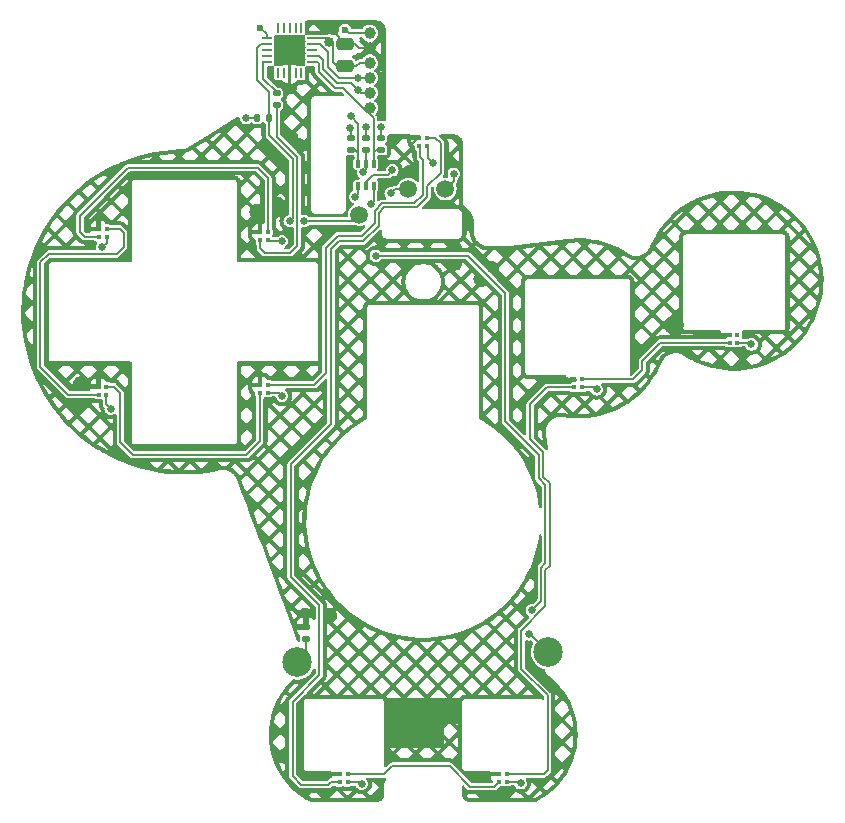
<source format=gbr>
%TF.GenerationSoftware,KiCad,Pcbnew,8.0.2*%
%TF.CreationDate,2024-11-22T12:12:35-08:00*%
%TF.ProjectId,retroglow_sp,72657472-6f67-46c6-9f77-5f73702e6b69,rev?*%
%TF.SameCoordinates,Original*%
%TF.FileFunction,Copper,L1,Top*%
%TF.FilePolarity,Positive*%
%FSLAX46Y46*%
G04 Gerber Fmt 4.6, Leading zero omitted, Abs format (unit mm)*
G04 Created by KiCad (PCBNEW 8.0.2) date 2024-11-22 12:12:35*
%MOMM*%
%LPD*%
G01*
G04 APERTURE LIST*
G04 Aperture macros list*
%AMRoundRect*
0 Rectangle with rounded corners*
0 $1 Rounding radius*
0 $2 $3 $4 $5 $6 $7 $8 $9 X,Y pos of 4 corners*
0 Add a 4 corners polygon primitive as box body*
4,1,4,$2,$3,$4,$5,$6,$7,$8,$9,$2,$3,0*
0 Add four circle primitives for the rounded corners*
1,1,$1+$1,$2,$3*
1,1,$1+$1,$4,$5*
1,1,$1+$1,$6,$7*
1,1,$1+$1,$8,$9*
0 Add four rect primitives between the rounded corners*
20,1,$1+$1,$2,$3,$4,$5,0*
20,1,$1+$1,$4,$5,$6,$7,0*
20,1,$1+$1,$6,$7,$8,$9,0*
20,1,$1+$1,$8,$9,$2,$3,0*%
G04 Aperture macros list end*
%TA.AperFunction,SMDPad,CuDef*%
%ADD10RoundRect,0.135000X-0.185000X0.135000X-0.185000X-0.135000X0.185000X-0.135000X0.185000X0.135000X0*%
%TD*%
%TA.AperFunction,SMDPad,CuDef*%
%ADD11RoundRect,0.100000X-0.100000X0.225000X-0.100000X-0.225000X0.100000X-0.225000X0.100000X0.225000X0*%
%TD*%
%TA.AperFunction,SMDPad,CuDef*%
%ADD12R,0.370000X0.370000*%
%TD*%
%TA.AperFunction,SMDPad,CuDef*%
%ADD13C,1.000000*%
%TD*%
%TA.AperFunction,SMDPad,CuDef*%
%ADD14RoundRect,0.135000X0.135000X0.185000X-0.135000X0.185000X-0.135000X-0.185000X0.135000X-0.185000X0*%
%TD*%
%TA.AperFunction,SMDPad,CuDef*%
%ADD15RoundRect,0.250000X-0.475000X0.250000X-0.475000X-0.250000X0.475000X-0.250000X0.475000X0.250000X0*%
%TD*%
%TA.AperFunction,SMDPad,CuDef*%
%ADD16RoundRect,0.062500X-0.362500X-0.062500X0.362500X-0.062500X0.362500X0.062500X-0.362500X0.062500X0*%
%TD*%
%TA.AperFunction,SMDPad,CuDef*%
%ADD17RoundRect,0.062500X-0.062500X-0.362500X0.062500X-0.362500X0.062500X0.362500X-0.062500X0.362500X0*%
%TD*%
%TA.AperFunction,HeatsinkPad*%
%ADD18R,2.600000X2.600000*%
%TD*%
%TA.AperFunction,SMDPad,CuDef*%
%ADD19RoundRect,0.135000X0.185000X-0.135000X0.185000X0.135000X-0.185000X0.135000X-0.185000X-0.135000X0*%
%TD*%
%TA.AperFunction,ViaPad*%
%ADD20C,0.600000*%
%TD*%
%TA.AperFunction,ViaPad*%
%ADD21C,0.650000*%
%TD*%
%TA.AperFunction,ViaPad*%
%ADD22C,1.500000*%
%TD*%
%TA.AperFunction,ViaPad*%
%ADD23C,0.850000*%
%TD*%
%TA.AperFunction,ViaPad*%
%ADD24C,2.500000*%
%TD*%
%TA.AperFunction,Conductor*%
%ADD25C,0.200000*%
%TD*%
G04 APERTURE END LIST*
D10*
%TO.P,R1,1*%
%TO.N,+3.3V*%
X239599825Y-105051944D03*
%TO.P,R1,2*%
%TO.N,SEL_IN*%
X239599825Y-106071944D03*
%TD*%
D11*
%TO.P,D1,1,A*%
%TO.N,SEL_IN*%
X238949825Y-107261944D03*
%TO.P,D1,2,A*%
%TO.N,R_IN*%
X238299825Y-107261944D03*
%TO.P,D1,3,A*%
%TO.N,L_IN*%
X237649825Y-107261944D03*
%TO.P,D1,4,K*%
%TO.N,L_OUT*%
X237649825Y-109161944D03*
%TO.P,D1,5,K*%
%TO.N,R_OUT*%
X238299825Y-109161944D03*
%TO.P,D1,6,K*%
%TO.N,SEL_OUT*%
X238949825Y-109161944D03*
%TD*%
D12*
%TO.P,L4,1,DIN*%
%TO.N,Net-(L3-DOUT)*%
X229332484Y-126645784D03*
%TO.P,L4,2,VDD*%
%TO.N,+3.3V*%
X230002484Y-126645784D03*
%TO.P,L4,3,DOUT*%
%TO.N,LED1*%
X230002484Y-125975784D03*
%TO.P,L4,4,GND*%
%TO.N,GND*%
X229332484Y-125975784D03*
%TD*%
D13*
%TO.P,TP5,1,1*%
%TO.N,R_IN*%
X238617485Y-101275784D03*
%TD*%
D14*
%TO.P,R4,1*%
%TO.N,BRGHT*%
X230109825Y-103361944D03*
%TO.P,R4,2*%
%TO.N,+3.3V*%
X229089825Y-103361944D03*
%TD*%
D12*
%TO.P,L5,1,DIN*%
%TO.N,LED1*%
X242812485Y-105725784D03*
%TO.P,L5,2,VDD*%
%TO.N,+3.3V*%
X243482485Y-105725784D03*
%TO.P,L5,3,DOUT*%
%TO.N,Net-(L5-DOUT)*%
X243482485Y-105055784D03*
%TO.P,L5,4,GND*%
%TO.N,GND*%
X242812485Y-105055784D03*
%TD*%
%TO.P,L7,1,DIN*%
%TO.N,Net-(L6-DOUT)*%
X249552485Y-159605784D03*
%TO.P,L7,2,VDD*%
%TO.N,+3.3V*%
X250222485Y-159605784D03*
%TO.P,L7,3,DOUT*%
%TO.N,Net-(L7-DOUT)*%
X250222485Y-158935784D03*
%TO.P,L7,4,GND*%
%TO.N,GND*%
X249552485Y-158935784D03*
%TD*%
D15*
%TO.P,C1,1*%
%TO.N,GND*%
X236549825Y-97111944D03*
%TO.P,C1,2*%
%TO.N,+3.3V*%
X236549825Y-99011944D03*
%TD*%
D16*
%TO.P,U1,1,~{RESET}/PB5*%
%TO.N,RESET*%
X229924825Y-96661944D03*
%TO.P,U1,2,XTAL1/PB3*%
%TO.N,BRGHT*%
X229924825Y-97161944D03*
%TO.P,U1,3,NC*%
%TO.N,unconnected-(U1-NC-Pad3)*%
X229924825Y-97661944D03*
%TO.P,U1,4,NC*%
%TO.N,unconnected-(U1-NC-Pad4)*%
X229924825Y-98161944D03*
%TO.P,U1,5,XTAL2/PB4*%
%TO.N,D2R*%
X229924825Y-98661944D03*
D17*
%TO.P,U1,6,NC*%
%TO.N,unconnected-(U1-NC-Pad6)*%
X230849825Y-99586944D03*
%TO.P,U1,7,NC*%
%TO.N,unconnected-(U1-NC-Pad7)*%
X231349825Y-99586944D03*
%TO.P,U1,8,GND*%
%TO.N,GND*%
X231849825Y-99586944D03*
%TO.P,U1,9,NC*%
%TO.N,unconnected-(U1-NC-Pad9)*%
X232349825Y-99586944D03*
%TO.P,U1,10,NC*%
%TO.N,unconnected-(U1-NC-Pad10)*%
X232849825Y-99586944D03*
D16*
%TO.P,U1,11,AREF/PB0*%
%TO.N,SEL_IN*%
X233774825Y-98661944D03*
%TO.P,U1,12,PB1*%
%TO.N,R_IN*%
X233774825Y-98161944D03*
%TO.P,U1,13,NC*%
%TO.N,unconnected-(U1-NC-Pad13)*%
X233774825Y-97661944D03*
%TO.P,U1,14,PB2*%
%TO.N,L_IN*%
X233774825Y-97161944D03*
%TO.P,U1,15,VCC*%
%TO.N,+3.3V*%
X233774825Y-96661944D03*
D17*
%TO.P,U1,16,NC*%
%TO.N,unconnected-(U1-NC-Pad16)*%
X232849825Y-95736944D03*
%TO.P,U1,17,NC*%
%TO.N,unconnected-(U1-NC-Pad17)*%
X232349825Y-95736944D03*
%TO.P,U1,18,NC*%
%TO.N,unconnected-(U1-NC-Pad18)*%
X231849825Y-95736944D03*
%TO.P,U1,19,NC*%
%TO.N,unconnected-(U1-NC-Pad19)*%
X231349825Y-95736944D03*
%TO.P,U1,20,NC*%
%TO.N,unconnected-(U1-NC-Pad20)*%
X230849825Y-95736944D03*
D18*
%TO.P,U1,21,GND*%
%TO.N,GND*%
X231849825Y-97661944D03*
%TD*%
D13*
%TO.P,TP6,1,1*%
%TO.N,SEL_IN*%
X238617485Y-102545784D03*
%TD*%
D12*
%TO.P,L3,1,DIN*%
%TO.N,Net-(L2-DOUT)*%
X215667483Y-126810784D03*
%TO.P,L3,2,VDD*%
%TO.N,+3.3V*%
X216337483Y-126810784D03*
%TO.P,L3,3,DOUT*%
%TO.N,Net-(L3-DOUT)*%
X216337483Y-126140784D03*
%TO.P,L3,4,GND*%
%TO.N,GND*%
X215667483Y-126140784D03*
%TD*%
D19*
%TO.P,R3,1*%
%TO.N,L_IN*%
X237049825Y-106071944D03*
%TO.P,R3,2*%
%TO.N,+3.3V*%
X237049825Y-105051944D03*
%TD*%
D13*
%TO.P,TP1,1,1*%
%TO.N,RESET*%
X238617485Y-96195784D03*
%TD*%
%TO.P,TP2,1,1*%
%TO.N,GND*%
X238617485Y-97465784D03*
%TD*%
D19*
%TO.P,R6,1*%
%TO.N,+3.3V*%
X233249825Y-147471944D03*
%TO.P,R6,2*%
%TO.N,GND*%
X233249825Y-146451944D03*
%TD*%
D12*
%TO.P,L1,1,DIN*%
%TO.N,Net-(L1-DIN)*%
X229352484Y-113725784D03*
%TO.P,L1,2,VDD*%
%TO.N,+3.3V*%
X230022484Y-113725784D03*
%TO.P,L1,3,DOUT*%
%TO.N,Net-(L1-DOUT)*%
X230022484Y-113055784D03*
%TO.P,L1,4,GND*%
%TO.N,GND*%
X229352484Y-113055784D03*
%TD*%
%TO.P,L9,1,DIN*%
%TO.N,LED2*%
X269092485Y-122429784D03*
%TO.P,L9,2,VDD*%
%TO.N,+3.3V*%
X269762485Y-122429784D03*
%TO.P,L9,3,DOUT*%
%TO.N,unconnected-(L9-DOUT-Pad3)*%
X269762485Y-121759784D03*
%TO.P,L9,4,GND*%
%TO.N,GND*%
X269092485Y-121759784D03*
%TD*%
D10*
%TO.P,R5,1*%
%TO.N,D2R*%
X230749825Y-101301944D03*
%TO.P,R5,2*%
%TO.N,Net-(L1-DIN)*%
X230749825Y-102321944D03*
%TD*%
D12*
%TO.P,L8,1,DIN*%
%TO.N,Net-(L7-DOUT)*%
X255957485Y-126190784D03*
%TO.P,L8,2,VDD*%
%TO.N,+3.3V*%
X256627485Y-126190784D03*
%TO.P,L8,3,DOUT*%
%TO.N,LED2*%
X256627485Y-125520784D03*
%TO.P,L8,4,GND*%
%TO.N,GND*%
X255957485Y-125520784D03*
%TD*%
%TO.P,L2,1,DIN*%
%TO.N,Net-(L1-DOUT)*%
X215672484Y-113455784D03*
%TO.P,L2,2,VDD*%
%TO.N,+3.3V*%
X216342484Y-113455784D03*
%TO.P,L2,3,DOUT*%
%TO.N,Net-(L2-DOUT)*%
X216342484Y-112785784D03*
%TO.P,L2,4,GND*%
%TO.N,GND*%
X215672484Y-112785784D03*
%TD*%
%TO.P,L6,1,DIN*%
%TO.N,Net-(L5-DOUT)*%
X236077485Y-159610784D03*
%TO.P,L6,2,VDD*%
%TO.N,+3.3V*%
X236747485Y-159610784D03*
%TO.P,L6,3,DOUT*%
%TO.N,Net-(L6-DOUT)*%
X236747485Y-158940784D03*
%TO.P,L6,4,GND*%
%TO.N,GND*%
X236077485Y-158940784D03*
%TD*%
D13*
%TO.P,TP3,1,1*%
%TO.N,+3.3V*%
X238617485Y-98735784D03*
%TD*%
D10*
%TO.P,R2,1*%
%TO.N,+3.3V*%
X238299825Y-105051944D03*
%TO.P,R2,2*%
%TO.N,R_IN*%
X238299825Y-106071944D03*
%TD*%
D13*
%TO.P,TP4,1,1*%
%TO.N,L_IN*%
X238617485Y-100005784D03*
%TD*%
D20*
%TO.N,GND*%
X231899825Y-105011944D03*
D21*
X234499825Y-159061944D03*
D20*
X230099825Y-105861944D03*
X245809099Y-115667341D03*
X241999311Y-108016961D03*
D21*
X231449825Y-157411944D03*
D20*
X213749825Y-127611944D03*
D22*
X264507485Y-120925784D03*
D20*
X232599825Y-105711944D03*
D21*
X248149825Y-159161944D03*
D20*
X242499825Y-107711944D03*
X229099825Y-111311944D03*
X214149825Y-125911944D03*
X230849825Y-110711944D03*
X248062310Y-117044783D03*
X248920235Y-116151738D03*
X245809099Y-114453202D03*
D21*
X249549825Y-160811944D03*
D20*
X231099825Y-106761944D03*
X244606438Y-110701111D03*
D21*
X235199825Y-145511944D03*
D20*
X235655583Y-96123004D03*
D21*
X231849825Y-97661944D03*
D20*
X231820485Y-100721762D03*
X243883975Y-110802708D03*
D21*
X233149825Y-145511944D03*
%TO.N,+3.3V*%
X239601535Y-104163882D03*
X237949825Y-159761944D03*
X231199825Y-126911944D03*
X257849825Y-126361944D03*
X215999825Y-114311944D03*
X216699825Y-128011944D03*
D23*
X235217919Y-96949094D03*
D21*
X270949825Y-122561944D03*
X238299825Y-104161944D03*
X244012310Y-107213654D03*
X228149825Y-103411944D03*
D24*
X232486982Y-149490638D03*
D21*
X236999825Y-104211944D03*
X251399825Y-159711944D03*
X231199825Y-113811944D03*
%TO.N,R_IN*%
X238071375Y-107999287D03*
X237649825Y-101061944D03*
%TO.N,L_IN*%
X237049825Y-103261944D03*
X237599825Y-100005784D03*
%TO.N,BRGHT*%
X231849825Y-112111944D03*
X233099825Y-112111944D03*
D22*
X237757485Y-111565784D03*
D20*
%TO.N,RESET*%
X236549825Y-95911944D03*
X229372607Y-95753839D03*
D22*
%TO.N,R_OUT*%
X245037485Y-109415784D03*
D21*
X240549825Y-107811944D03*
X245749825Y-108111944D03*
D24*
%TO.N,SEL_OUT*%
X253730891Y-148618445D03*
D21*
X252349825Y-145061944D03*
X252149825Y-147111944D03*
X238699825Y-110661944D03*
X239149825Y-115061944D03*
D22*
%TO.N,L_OUT*%
X241907485Y-109415784D03*
D21*
X237399825Y-110061944D03*
X240399825Y-109761944D03*
%TD*%
D25*
%TO.N,GND*%
X254835925Y-125789792D02*
X254802816Y-125756683D01*
X255551315Y-125789792D02*
X254835925Y-125789792D01*
X255820323Y-125520784D02*
X255551315Y-125789792D01*
X255957485Y-125520784D02*
X255820323Y-125520784D01*
X268687115Y-122024654D02*
X268190271Y-122024654D01*
X268951985Y-121759784D02*
X268687115Y-122024654D01*
X269092485Y-121759784D02*
X268951985Y-121759784D01*
X242756613Y-105055784D02*
X242228942Y-105583455D01*
X242812485Y-105055784D02*
X242756613Y-105055784D01*
%TO.N,+3.3V*%
X234949825Y-96681000D02*
X234949825Y-96661944D01*
X235217919Y-96949094D02*
X234949825Y-96681000D01*
X234930769Y-96661944D02*
X233774825Y-96661944D01*
X235217919Y-96949094D02*
X234930769Y-96661944D01*
X235217919Y-96949094D02*
X235217919Y-96930038D01*
X235217919Y-96930038D02*
X234949825Y-96661944D01*
%TO.N,GND*%
X248375985Y-158935784D02*
X248149825Y-159161944D01*
X236077485Y-158940784D02*
X234620985Y-158940784D01*
X231849825Y-99586944D02*
X231849825Y-97661944D01*
X235655583Y-96123004D02*
X235655583Y-96217702D01*
X231849825Y-100692422D02*
X231820485Y-100721762D01*
X237753665Y-97465784D02*
X238617485Y-97465784D01*
X233249825Y-146451944D02*
X233249825Y-145611944D01*
X237399825Y-97111944D02*
X237753665Y-97465784D01*
X231849825Y-99586944D02*
X231849825Y-100692422D01*
X235655583Y-96217702D02*
X236549825Y-97111944D01*
X236549825Y-97111944D02*
X237399825Y-97111944D01*
X234620985Y-158940784D02*
X234499825Y-159061944D01*
X233249825Y-145611944D02*
X233149825Y-145511944D01*
X249552485Y-158935784D02*
X248375985Y-158935784D01*
%TO.N,+3.3V*%
X238299825Y-105051944D02*
X238299825Y-104161944D01*
X235058662Y-96661944D02*
X234949825Y-96661944D01*
X216342484Y-113455784D02*
X216342484Y-113969285D01*
X233249825Y-148781499D02*
X232572760Y-149458564D01*
X233249825Y-147471944D02*
X233249825Y-148781499D01*
X270817665Y-122429784D02*
X270949825Y-122561944D01*
X235515181Y-97118463D02*
X235058662Y-96661944D01*
X230108644Y-113811944D02*
X231199825Y-113811944D01*
X239601535Y-104163882D02*
X239599825Y-104165592D01*
X230002484Y-126645784D02*
X230933665Y-126645784D01*
X236549825Y-99011944D02*
X235882218Y-99011944D01*
X216337483Y-127649602D02*
X216699825Y-128011944D01*
X244012310Y-107213654D02*
X243570805Y-106772149D01*
X230022484Y-113725784D02*
X230108644Y-113811944D01*
X216342484Y-113969285D02*
X215999825Y-114311944D01*
X243570805Y-105814104D02*
X243482485Y-105725784D01*
X256627485Y-126190784D02*
X257678665Y-126190784D01*
X237049825Y-104261944D02*
X236999825Y-104211944D01*
X236549825Y-99011944D02*
X237499825Y-99011944D01*
X239599825Y-104165592D02*
X239599825Y-105051944D01*
X250222485Y-159605784D02*
X251293665Y-159605784D01*
X237499825Y-99011944D02*
X237775985Y-98735784D01*
X251293665Y-159605784D02*
X251399825Y-159711944D01*
X243570805Y-106772149D02*
X243570805Y-105814104D01*
X269762485Y-122429784D02*
X270817665Y-122429784D01*
X257678665Y-126190784D02*
X257849825Y-126361944D01*
X236747485Y-159610784D02*
X237798665Y-159610784D01*
X216337483Y-126810784D02*
X216337483Y-127649602D01*
X228199825Y-103361944D02*
X228149825Y-103411944D01*
X237798665Y-159610784D02*
X237949825Y-159761944D01*
X235515181Y-98644907D02*
X235515181Y-97118463D01*
X235882218Y-99011944D02*
X235515181Y-98644907D01*
X230933665Y-126645784D02*
X231199825Y-126911944D01*
X229089825Y-103361944D02*
X228199825Y-103361944D01*
X236549825Y-98911944D02*
X236549825Y-99011944D01*
X237775985Y-98735784D02*
X238617485Y-98735784D01*
X237049825Y-105051944D02*
X237049825Y-104261944D01*
%TO.N,R_IN*%
X237649825Y-101061944D02*
X237863665Y-101275784D01*
X238349825Y-107311944D02*
X238299825Y-107261944D01*
X235868848Y-100450868D02*
X237038749Y-100450868D01*
X238299825Y-106071944D02*
X238299825Y-107261944D01*
X234699825Y-98511944D02*
X234699825Y-99281845D01*
X233774825Y-98161944D02*
X234349825Y-98161944D01*
X237863665Y-101275784D02*
X238617485Y-101275784D01*
X238349825Y-107720837D02*
X238349825Y-107311944D01*
X237038749Y-100450868D02*
X237649825Y-101061944D01*
X234349825Y-98161944D02*
X234699825Y-98511944D01*
X234699825Y-99281845D02*
X235868848Y-100450868D01*
X238071375Y-107999287D02*
X238349825Y-107720837D01*
%TO.N,L_IN*%
X233774825Y-97161944D02*
X234424825Y-97161944D01*
X234424825Y-97161944D02*
X235099825Y-97836944D01*
X237649825Y-106361944D02*
X237649825Y-107261944D01*
X235993665Y-100005784D02*
X238617485Y-100005784D01*
X237049825Y-106071944D02*
X237359825Y-106071944D01*
X235099825Y-97836944D02*
X235099825Y-99111944D01*
X237049825Y-103261944D02*
X237649825Y-103861944D01*
X237649825Y-103861944D02*
X237649825Y-106361944D01*
X235099825Y-99111944D02*
X235993665Y-100005784D01*
X237359825Y-106071944D02*
X237649825Y-106361944D01*
%TO.N,SEL_IN*%
X234299825Y-99461944D02*
X234299825Y-98768972D01*
X236388749Y-100850868D02*
X235688749Y-100850868D01*
X239189825Y-106071944D02*
X238949825Y-106311944D01*
X235688749Y-100850868D02*
X234299825Y-99461944D01*
X234299825Y-98768972D02*
X234192797Y-98661944D01*
X238083665Y-102545784D02*
X238949825Y-103411944D01*
X238617485Y-102545784D02*
X238083665Y-102545784D01*
X238949825Y-106311944D02*
X238949825Y-107261944D01*
X234192797Y-98661944D02*
X233774825Y-98661944D01*
X238949825Y-103411944D02*
X238949825Y-106311944D01*
X239599825Y-106071944D02*
X239189825Y-106071944D01*
X238083665Y-102545784D02*
X236388749Y-100850868D01*
%TO.N,Net-(L1-DIN)*%
X229352484Y-114364603D02*
X229352484Y-113725784D01*
X230749825Y-104961944D02*
X232499825Y-106711944D01*
X229799825Y-114811944D02*
X229352484Y-114364603D01*
X232499825Y-106711944D02*
X232499825Y-114211944D01*
X232499825Y-114211944D02*
X231899825Y-114811944D01*
X230749825Y-102321944D02*
X230749825Y-104961944D01*
X231899825Y-114811944D02*
X229799825Y-114811944D01*
%TO.N,Net-(L1-DOUT)*%
X230022484Y-108484603D02*
X229149825Y-107611944D01*
X214543665Y-113455784D02*
X215672484Y-113455784D01*
X218149825Y-107611944D02*
X214099825Y-111661944D01*
X230022484Y-113055784D02*
X230022484Y-108484603D01*
X214099825Y-113011944D02*
X214543665Y-113455784D01*
X214099825Y-111661944D02*
X214099825Y-113011944D01*
X229149825Y-107611944D02*
X218149825Y-107611944D01*
%TO.N,Net-(L2-DOUT)*%
X217199825Y-114911944D02*
X211449825Y-114911944D01*
X217799825Y-114311944D02*
X217199825Y-114911944D01*
X210749825Y-115611944D02*
X210749825Y-124461944D01*
X217799825Y-113111944D02*
X217799825Y-114311944D01*
X210749825Y-124461944D02*
X213098665Y-126810784D01*
X211449825Y-114911944D02*
X210749825Y-115611944D01*
X217473665Y-112785784D02*
X217799825Y-113111944D01*
X216342484Y-112785784D02*
X217473665Y-112785784D01*
X213098665Y-126810784D02*
X215667483Y-126810784D01*
%TO.N,Net-(L3-DOUT)*%
X216978665Y-126140784D02*
X217499825Y-126661944D01*
X229332484Y-130729285D02*
X229332484Y-126645784D01*
X228149825Y-131911944D02*
X229332484Y-130729285D01*
X217499825Y-130861944D02*
X218549825Y-131911944D01*
X217499825Y-126661944D02*
X217499825Y-130861944D01*
X218549825Y-131911944D02*
X228149825Y-131911944D01*
X216337483Y-126140784D02*
X216978665Y-126140784D01*
%TO.N,LED1*%
X230002484Y-125975784D02*
X233935985Y-125975784D01*
X243119722Y-109892047D02*
X243119722Y-106943586D01*
X239049825Y-111261944D02*
X239699825Y-110611944D01*
X233935985Y-125975784D02*
X234899825Y-125011944D01*
X237949825Y-113361944D02*
X239049825Y-112261944D01*
X234899825Y-125011944D02*
X234899825Y-114361944D01*
X239049825Y-112261944D02*
X239049825Y-111261944D01*
X242893952Y-105807251D02*
X242812485Y-105725784D01*
X242893952Y-106717816D02*
X242893952Y-105807251D01*
X242399825Y-110611944D02*
X243119722Y-109892047D01*
X234899825Y-114361944D02*
X235899825Y-113361944D01*
X235899825Y-113361944D02*
X237949825Y-113361944D01*
X239699825Y-110611944D02*
X242399825Y-110611944D01*
X243119722Y-106943586D02*
X242893952Y-106717816D01*
%TO.N,Net-(L5-DOUT)*%
X243486313Y-110080700D02*
X242605069Y-110961944D01*
X239399825Y-111411944D02*
X239399825Y-112511944D01*
X235349825Y-114511944D02*
X235349825Y-129311944D01*
X234349825Y-144661944D02*
X234349825Y-150561944D01*
X242605069Y-110961944D02*
X239849825Y-110961944D01*
X244193665Y-105055784D02*
X244649825Y-105511944D01*
X239399825Y-112511944D02*
X238099825Y-113811944D01*
X231949825Y-142261944D02*
X234349825Y-144661944D01*
X239849825Y-110961944D02*
X239399825Y-111411944D01*
X232099825Y-152811944D02*
X232099825Y-159111944D01*
X238099825Y-113811944D02*
X236049825Y-113811944D01*
X235349825Y-129311944D02*
X231949825Y-132711944D01*
X243482485Y-105055784D02*
X244193665Y-105055784D01*
X235099825Y-159861944D02*
X235350985Y-159610784D01*
X232849825Y-159861944D02*
X235099825Y-159861944D01*
X232099825Y-159111944D02*
X232849825Y-159861944D01*
X244649825Y-105511944D02*
X244649825Y-108011944D01*
X231949825Y-132711944D02*
X231949825Y-142261944D01*
X235350985Y-159610784D02*
X236077485Y-159610784D01*
X243486313Y-109175456D02*
X243486313Y-110080700D01*
X234349825Y-150561944D02*
X232099825Y-152811944D01*
X244649825Y-108011944D02*
X243486313Y-109175456D01*
X236049825Y-113811944D02*
X235349825Y-114511944D01*
%TO.N,Net-(L6-DOUT)*%
X239848645Y-158940784D02*
X240527485Y-158261944D01*
X236747485Y-158940784D02*
X239848645Y-158940784D01*
X240527485Y-158261944D02*
X245399825Y-158261944D01*
X247149825Y-160011944D02*
X249146325Y-160011944D01*
X245399825Y-158261944D02*
X247149825Y-160011944D01*
X249146325Y-160011944D02*
X249552485Y-159605784D01*
%TO.N,Net-(L7-DOUT)*%
X253849825Y-134311944D02*
X253299825Y-133761944D01*
X253499825Y-141661944D02*
X253849825Y-141311944D01*
X251449825Y-150011944D02*
X251449825Y-146786944D01*
X252199825Y-130561944D02*
X252199825Y-127611944D01*
X253699825Y-158581972D02*
X253699825Y-152261944D01*
X253849825Y-141311944D02*
X253849825Y-134311944D01*
X250222485Y-158935784D02*
X253346013Y-158935784D01*
X253299825Y-131661944D02*
X252199825Y-130561944D01*
X253499825Y-144736944D02*
X253499825Y-141661944D01*
X252199825Y-127611944D02*
X253620985Y-126190784D01*
X253299825Y-133761944D02*
X253299825Y-131661944D01*
X253620985Y-126190784D02*
X255957485Y-126190784D01*
X253699825Y-152261944D02*
X251449825Y-150011944D01*
X251449825Y-146786944D02*
X253499825Y-144736944D01*
X253346013Y-158935784D02*
X253699825Y-158581972D01*
%TO.N,LED2*%
X261699825Y-123961944D02*
X263231985Y-122429784D01*
X261699825Y-124761944D02*
X261699825Y-123961944D01*
X260940985Y-125520784D02*
X261699825Y-124761944D01*
X263231985Y-122429784D02*
X269092485Y-122429784D01*
X256627485Y-125520784D02*
X260940985Y-125520784D01*
%TO.N,BRGHT*%
X229099825Y-97461944D02*
X229099825Y-100193544D01*
X230109825Y-104846944D02*
X232099825Y-106836944D01*
X230099825Y-101193544D02*
X230099825Y-103351944D01*
X229099825Y-100193544D02*
X230099825Y-101193544D01*
X232099825Y-111861944D02*
X231849825Y-112111944D01*
X229399825Y-97161944D02*
X229099825Y-97461944D01*
X237211325Y-112111944D02*
X237757485Y-111565784D01*
X230099825Y-103351944D02*
X230109825Y-103361944D01*
X229924825Y-97161944D02*
X229399825Y-97161944D01*
X230109825Y-103361944D02*
X230109825Y-104846944D01*
X237799825Y-111211944D02*
X237549825Y-111461944D01*
X233099825Y-112111944D02*
X237211325Y-112111944D01*
X232099825Y-106836944D02*
X232099825Y-111861944D01*
%TO.N,D2R*%
X229919491Y-98667278D02*
X229618996Y-98667278D01*
X229618996Y-98667278D02*
X229618996Y-100077603D01*
X229924825Y-98661944D02*
X229919491Y-98667278D01*
X230749825Y-101208432D02*
X230749825Y-101301944D01*
X229618996Y-100077603D02*
X230749825Y-101208432D01*
%TO.N,RESET*%
X236833665Y-96195784D02*
X238617485Y-96195784D01*
X229924825Y-96306057D02*
X229372607Y-95753839D01*
X236549825Y-95911944D02*
X236833665Y-96195784D01*
X229924825Y-96661944D02*
X229924825Y-96306057D01*
%TO.N,R_OUT*%
X245749825Y-108703444D02*
X245037485Y-109415784D01*
X238899825Y-108211944D02*
X238299825Y-108811944D01*
X238299825Y-108811944D02*
X238299825Y-109161944D01*
X240549825Y-107811944D02*
X240149825Y-108211944D01*
X240149825Y-108211944D02*
X238899825Y-108211944D01*
X245749825Y-108111944D02*
X245749825Y-108703444D01*
%TO.N,SEL_OUT*%
X252949825Y-131911944D02*
X250099825Y-129061944D01*
X252349825Y-145061944D02*
X253149825Y-144261944D01*
X238949825Y-109161944D02*
X238949825Y-110411944D01*
X246949825Y-115061944D02*
X239149825Y-115061944D01*
X253499825Y-134461944D02*
X252949825Y-133911944D01*
X252149825Y-147111944D02*
X252224390Y-147111944D01*
X238949825Y-110411944D02*
X238699825Y-110661944D01*
X250099825Y-129061944D02*
X250099825Y-118211944D01*
X253499825Y-141111944D02*
X253499825Y-134461944D01*
X252224390Y-147111944D02*
X253730891Y-148618445D01*
X253149825Y-141461944D02*
X253499825Y-141111944D01*
X253149825Y-144261944D02*
X253149825Y-141461944D01*
X250099825Y-118211944D02*
X246949825Y-115061944D01*
X252949825Y-133911944D02*
X252949825Y-131911944D01*
%TO.N,L_OUT*%
X237649825Y-109161944D02*
X237649825Y-109811944D01*
X237649825Y-109811944D02*
X237399825Y-110061944D01*
X242239825Y-108921944D02*
X241849825Y-109311944D01*
X240745985Y-109415784D02*
X241907485Y-109415784D01*
X240399825Y-109761944D02*
X240745985Y-109415784D01*
%TD*%
%TA.AperFunction,Conductor*%
%TO.N,GND*%
G36*
X233990788Y-150025871D02*
G01*
X234037332Y-150077981D01*
X234049325Y-150131183D01*
X234049325Y-150386111D01*
X234029640Y-150453150D01*
X234013006Y-150473792D01*
X231859366Y-152627431D01*
X231859360Y-152627439D01*
X231819807Y-152695948D01*
X231819804Y-152695953D01*
X231814192Y-152716898D01*
X231799325Y-152772382D01*
X231799325Y-159151506D01*
X231811240Y-159195971D01*
X231819805Y-159227937D01*
X231819806Y-159227938D01*
X231832527Y-159249970D01*
X231835546Y-159255199D01*
X231859365Y-159296455D01*
X232609365Y-160046455D01*
X232665314Y-160102404D01*
X232665316Y-160102405D01*
X232665320Y-160102408D01*
X232733829Y-160141961D01*
X232733836Y-160141965D01*
X232810263Y-160162444D01*
X232810265Y-160162444D01*
X235139385Y-160162444D01*
X235139387Y-160162444D01*
X235215814Y-160141965D01*
X235284336Y-160102404D01*
X235340285Y-160046455D01*
X235439137Y-159947603D01*
X235500460Y-159914118D01*
X235526818Y-159911284D01*
X235667518Y-159911284D01*
X235734557Y-159930969D01*
X235737772Y-159933559D01*
X235737778Y-159933551D01*
X235814254Y-159984651D01*
X235814255Y-159984652D01*
X235872732Y-159996283D01*
X235872735Y-159996284D01*
X235872737Y-159996284D01*
X236282235Y-159996284D01*
X236282236Y-159996283D01*
X236307375Y-159991283D01*
X236340714Y-159984652D01*
X236340716Y-159984651D01*
X236343593Y-159982729D01*
X236350820Y-159980465D01*
X236351998Y-159979978D01*
X236352041Y-159980083D01*
X236410270Y-159961850D01*
X236477650Y-159980334D01*
X236481377Y-159982729D01*
X236484253Y-159984651D01*
X236484255Y-159984652D01*
X236542732Y-159996283D01*
X236542735Y-159996284D01*
X236542737Y-159996284D01*
X236952235Y-159996284D01*
X236952236Y-159996283D01*
X236977375Y-159991283D01*
X237010714Y-159984652D01*
X237010714Y-159984651D01*
X237010716Y-159984651D01*
X237062258Y-159950211D01*
X237087192Y-159933551D01*
X237089414Y-159936876D01*
X237131094Y-159914118D01*
X237157452Y-159911284D01*
X237360032Y-159911284D01*
X237427071Y-159930969D01*
X237472826Y-159983773D01*
X237474579Y-159987799D01*
X237490801Y-160026962D01*
X237575034Y-160136735D01*
X237684807Y-160220968D01*
X237684808Y-160220968D01*
X237684809Y-160220969D01*
X237691929Y-160223918D01*
X237812642Y-160273918D01*
X237935527Y-160290096D01*
X237949824Y-160291979D01*
X237949825Y-160291979D01*
X237949826Y-160291979D01*
X237962772Y-160290274D01*
X238087008Y-160273918D01*
X238214843Y-160220968D01*
X238324616Y-160136735D01*
X238408849Y-160026962D01*
X238461799Y-159899127D01*
X238479860Y-159761944D01*
X238461799Y-159624761D01*
X238408849Y-159496927D01*
X238365757Y-159440769D01*
X238340564Y-159375602D01*
X238354602Y-159307157D01*
X238403416Y-159257167D01*
X238464134Y-159241284D01*
X239881240Y-159241284D01*
X239948279Y-159260969D01*
X239994034Y-159313773D01*
X240003978Y-159382931D01*
X239991720Y-159421587D01*
X239968645Y-159466863D01*
X239968639Y-159466879D01*
X239907805Y-159654053D01*
X239907802Y-159654066D01*
X239876996Y-159848438D01*
X239876996Y-159848441D01*
X239876991Y-159886376D01*
X239876985Y-159886450D01*
X239876985Y-159897056D01*
X239876985Y-159946455D01*
X239876985Y-159946855D01*
X239876981Y-159987832D01*
X239876979Y-160002396D01*
X239876985Y-160002461D01*
X239876985Y-160568483D01*
X239876390Y-160580615D01*
X239863838Y-160708291D01*
X239859118Y-160732072D01*
X239823726Y-160849035D01*
X239814470Y-160871443D01*
X239756999Y-160979278D01*
X239743561Y-160999454D01*
X239666211Y-161094042D01*
X239649101Y-161111220D01*
X239554812Y-161188958D01*
X239534689Y-161202477D01*
X239510627Y-161215424D01*
X239427084Y-161260378D01*
X239404716Y-161269723D01*
X239287897Y-161305582D01*
X239264136Y-161310396D01*
X239149689Y-161322110D01*
X239136800Y-161323430D01*
X239124175Y-161324075D01*
X233728952Y-161324075D01*
X233726112Y-161324042D01*
X233696478Y-161323363D01*
X233641858Y-161309279D01*
X233279939Y-161120025D01*
X233271846Y-161115398D01*
X232874589Y-160867990D01*
X232866868Y-160862768D01*
X232786149Y-160803642D01*
X233429548Y-160803642D01*
X233448662Y-160815546D01*
X233755648Y-160976075D01*
X234591457Y-160976075D01*
X235166304Y-160976075D01*
X236500645Y-160976075D01*
X237075492Y-160976075D01*
X238409833Y-160976075D01*
X238061974Y-160628216D01*
X237983947Y-160638490D01*
X237975866Y-160639286D01*
X237969333Y-160639714D01*
X237961227Y-160639979D01*
X237938423Y-160639979D01*
X237930317Y-160639714D01*
X237923784Y-160639286D01*
X237915704Y-160638490D01*
X237755914Y-160617452D01*
X237747913Y-160616131D01*
X237741492Y-160614854D01*
X237733583Y-160613010D01*
X237711558Y-160607108D01*
X237703800Y-160604755D01*
X237697601Y-160602651D01*
X237690003Y-160599791D01*
X237541102Y-160538115D01*
X237533714Y-160534768D01*
X237527841Y-160531872D01*
X237522532Y-160529034D01*
X237075492Y-160976075D01*
X236500645Y-160976075D01*
X235868853Y-160344284D01*
X235864191Y-160344284D01*
X235858103Y-160344134D01*
X235853200Y-160343893D01*
X235847137Y-160343446D01*
X235830126Y-160341771D01*
X235824098Y-160341028D01*
X235819240Y-160340308D01*
X235813227Y-160339265D01*
X235804791Y-160337586D01*
X235166304Y-160976075D01*
X234591457Y-160976075D01*
X234125825Y-160510444D01*
X233722747Y-160510444D01*
X233429548Y-160803642D01*
X232786149Y-160803642D01*
X232607479Y-160672768D01*
X232489334Y-160586227D01*
X232482029Y-160580443D01*
X232465290Y-160566131D01*
X232197187Y-160336902D01*
X236353617Y-160336902D01*
X236788068Y-160771353D01*
X237060744Y-160498676D01*
X238424579Y-160498676D01*
X238697256Y-160771353D01*
X239405778Y-160062832D01*
X238932230Y-159589284D01*
X238808131Y-159589284D01*
X238826371Y-159727823D01*
X238827167Y-159735903D01*
X238827595Y-159742436D01*
X238827860Y-159750542D01*
X238827860Y-159773346D01*
X238827595Y-159781452D01*
X238827167Y-159787985D01*
X238826371Y-159796065D01*
X238805333Y-159955855D01*
X238804012Y-159963856D01*
X238802735Y-159970277D01*
X238800891Y-159978186D01*
X238794989Y-160000211D01*
X238792636Y-160007969D01*
X238790532Y-160014168D01*
X238787672Y-160021766D01*
X238725996Y-160170667D01*
X238722649Y-160178055D01*
X238719753Y-160183928D01*
X238715927Y-160191086D01*
X238704526Y-160210834D01*
X238700236Y-160217732D01*
X238696598Y-160223176D01*
X238691876Y-160229767D01*
X238593762Y-160357631D01*
X238588609Y-160363908D01*
X238584292Y-160368830D01*
X238578750Y-160374747D01*
X238562628Y-160390869D01*
X238556711Y-160396411D01*
X238551789Y-160400728D01*
X238545512Y-160405881D01*
X238424579Y-160498676D01*
X237060744Y-160498676D01*
X237260691Y-160298729D01*
X237230423Y-160259284D01*
X237226081Y-160259284D01*
X237189818Y-160283515D01*
X237179374Y-160289775D01*
X237170709Y-160294406D01*
X237159719Y-160299604D01*
X237128075Y-160312713D01*
X237116608Y-160316816D01*
X237107205Y-160319668D01*
X237095406Y-160322623D01*
X237011743Y-160339265D01*
X237005730Y-160340308D01*
X237000872Y-160341028D01*
X236994844Y-160341771D01*
X236977833Y-160343446D01*
X236971770Y-160343893D01*
X236966867Y-160344134D01*
X236960779Y-160344284D01*
X236534191Y-160344284D01*
X236528103Y-160344134D01*
X236523200Y-160343893D01*
X236517137Y-160343446D01*
X236500126Y-160341771D01*
X236494098Y-160341028D01*
X236489240Y-160340308D01*
X236483227Y-160339265D01*
X236412485Y-160325193D01*
X236353617Y-160336902D01*
X232197187Y-160336902D01*
X232126325Y-160276315D01*
X232119478Y-160270001D01*
X232070169Y-160220969D01*
X231911140Y-160062832D01*
X231787623Y-159940008D01*
X231781265Y-159933191D01*
X231614263Y-159740080D01*
X231475142Y-159579208D01*
X231469318Y-159571938D01*
X231441508Y-159534417D01*
X231190658Y-159195968D01*
X231185394Y-159188279D01*
X231177804Y-159176244D01*
X231040752Y-158958918D01*
X230935752Y-158792417D01*
X230931080Y-158784351D01*
X230711889Y-158370870D01*
X230707836Y-158362476D01*
X230564329Y-158034321D01*
X230520327Y-157933702D01*
X230516917Y-157925031D01*
X230437751Y-157699123D01*
X230806501Y-157699123D01*
X230842550Y-157801992D01*
X231023305Y-158215322D01*
X231234599Y-158613906D01*
X231263280Y-158659387D01*
X231451325Y-158471343D01*
X231451325Y-158065740D01*
X231433639Y-158065740D01*
X231296243Y-158047651D01*
X231264977Y-158039273D01*
X231136944Y-157986241D01*
X231108910Y-157970056D01*
X230998966Y-157885693D01*
X230976076Y-157862803D01*
X230891713Y-157752859D01*
X230875528Y-157724825D01*
X230847783Y-157657841D01*
X230806501Y-157699123D01*
X230437751Y-157699123D01*
X230362139Y-157483355D01*
X230359390Y-157474448D01*
X230256852Y-157091884D01*
X230238236Y-157022429D01*
X230236165Y-157013352D01*
X230224761Y-156952976D01*
X230149303Y-156553468D01*
X230147921Y-156544258D01*
X230128546Y-156371191D01*
X230103026Y-156143238D01*
X230453197Y-156143238D01*
X230478718Y-156371191D01*
X231025421Y-156917894D01*
X231108911Y-156853832D01*
X231136944Y-156837647D01*
X231203331Y-156810148D01*
X231451325Y-156562155D01*
X231451325Y-155926755D01*
X231060503Y-155535933D01*
X230453197Y-156143238D01*
X230103026Y-156143238D01*
X230095852Y-156079162D01*
X230095167Y-156069901D01*
X230078184Y-155602199D01*
X230078196Y-155592885D01*
X230096395Y-155125239D01*
X230097104Y-155115972D01*
X230150385Y-154650984D01*
X230151789Y-154641807D01*
X230176292Y-154513902D01*
X230530617Y-154513902D01*
X231060503Y-155043788D01*
X231451325Y-154652967D01*
X231451325Y-154017567D01*
X231060503Y-153626745D01*
X230635272Y-154051975D01*
X230580040Y-154255928D01*
X230530617Y-154513902D01*
X230176292Y-154513902D01*
X230239844Y-154182164D01*
X230241939Y-154173089D01*
X230273322Y-154057206D01*
X230364278Y-153721343D01*
X230367036Y-153712492D01*
X230522974Y-153271188D01*
X230526389Y-153262569D01*
X230612560Y-153066910D01*
X230992814Y-153066910D01*
X231060504Y-153134600D01*
X231452373Y-152742730D01*
X231452814Y-152738258D01*
X231455791Y-152715650D01*
X231457112Y-152707651D01*
X231458389Y-152701230D01*
X231460233Y-152693322D01*
X231486614Y-152594872D01*
X231488967Y-152587113D01*
X231491071Y-152580914D01*
X231493929Y-152573319D01*
X231502654Y-152552253D01*
X231506007Y-152544854D01*
X231508903Y-152538982D01*
X231512725Y-152531831D01*
X231563687Y-152443561D01*
X231567974Y-152436668D01*
X231571613Y-152431222D01*
X231576341Y-152424624D01*
X231590223Y-152406534D01*
X231595372Y-152400261D01*
X231599688Y-152395340D01*
X231605230Y-152389422D01*
X231668798Y-152325852D01*
X231510591Y-152167644D01*
X231484088Y-152203209D01*
X231242450Y-152584178D01*
X231030104Y-152982242D01*
X230992814Y-153066910D01*
X230612560Y-153066910D01*
X230715033Y-152834238D01*
X230719087Y-152825898D01*
X230939375Y-152412946D01*
X230944056Y-152404914D01*
X231194730Y-152009698D01*
X231200001Y-152002040D01*
X231286738Y-151885648D01*
X231720739Y-151885648D01*
X231914871Y-152079780D01*
X232623393Y-151371259D01*
X232541272Y-151289138D01*
X232359594Y-151289138D01*
X232354465Y-151289032D01*
X232350334Y-151288861D01*
X232345227Y-151288544D01*
X232330885Y-151287356D01*
X232325767Y-151286825D01*
X232321664Y-151286313D01*
X232316607Y-151285576D01*
X232274519Y-151278552D01*
X232049655Y-151500995D01*
X231753647Y-151841488D01*
X231720739Y-151885648D01*
X231286738Y-151885648D01*
X231479663Y-151626762D01*
X231485479Y-151619541D01*
X231792547Y-151266325D01*
X231798905Y-151259545D01*
X232111211Y-150950599D01*
X232172714Y-150917448D01*
X232218821Y-150916446D01*
X232366790Y-150941138D01*
X232366791Y-150941138D01*
X232607173Y-150941138D01*
X232607174Y-150941138D01*
X232844279Y-150901572D01*
X233071638Y-150823520D01*
X233283049Y-150709110D01*
X233319728Y-150680562D01*
X233377456Y-150635630D01*
X233472746Y-150561463D01*
X233635553Y-150384607D01*
X233767031Y-150183366D01*
X233811769Y-150081372D01*
X233856725Y-150027887D01*
X233923461Y-150007197D01*
X233990788Y-150025871D01*
G37*
%TD.AperFunction*%
%TA.AperFunction,Conductor*%
G36*
X251921775Y-147586280D02*
G01*
X252012642Y-147623918D01*
X252133487Y-147639828D01*
X252149824Y-147641979D01*
X252149825Y-147641979D01*
X252149826Y-147641979D01*
X252247929Y-147629063D01*
X252316965Y-147639828D01*
X252351796Y-147664321D01*
X252443793Y-147756318D01*
X252477278Y-147817641D01*
X252472294Y-147887333D01*
X252459921Y-147911820D01*
X252450841Y-147925717D01*
X252354280Y-148145855D01*
X252295270Y-148378885D01*
X252275420Y-148618439D01*
X252275420Y-148618450D01*
X252295270Y-148858004D01*
X252354280Y-149091034D01*
X252450842Y-149311174D01*
X252454141Y-149316223D01*
X252582320Y-149512414D01*
X252745127Y-149689270D01*
X252745130Y-149689272D01*
X252745133Y-149689275D01*
X252934815Y-149836911D01*
X252934821Y-149836915D01*
X252934824Y-149836917D01*
X253146235Y-149951327D01*
X253146238Y-149951328D01*
X253373592Y-150029379D01*
X253393232Y-150032655D01*
X253398369Y-150033513D01*
X253461255Y-150063962D01*
X253497696Y-150123576D01*
X253501962Y-150155710D01*
X253501985Y-150181135D01*
X253501985Y-150211860D01*
X253503550Y-150219743D01*
X253504599Y-150223072D01*
X253523380Y-150307726D01*
X253565086Y-150397142D01*
X253565087Y-150397143D01*
X253625153Y-150475407D01*
X253629813Y-150480278D01*
X253629038Y-150481019D01*
X253630413Y-150482564D01*
X253631309Y-150481721D01*
X253638744Y-150489618D01*
X253665558Y-150509620D01*
X253671115Y-150514018D01*
X253698977Y-150537394D01*
X253709621Y-150544701D01*
X253812113Y-150627546D01*
X254054217Y-150823241D01*
X254061471Y-150829587D01*
X254413016Y-151162064D01*
X254419755Y-151168953D01*
X254744416Y-151527728D01*
X254750601Y-151535120D01*
X255046430Y-151918044D01*
X255052021Y-151925894D01*
X255317209Y-152330623D01*
X255322174Y-152338884D01*
X255555130Y-152762991D01*
X255559438Y-152771612D01*
X255758755Y-153212535D01*
X255762380Y-153221465D01*
X255926844Y-153676522D01*
X255929765Y-153685706D01*
X256058393Y-154152168D01*
X256060592Y-154161551D01*
X256152605Y-154636593D01*
X256154069Y-154646120D01*
X256208909Y-155126886D01*
X256209628Y-155136496D01*
X256226965Y-155620050D01*
X256226936Y-155629688D01*
X256206663Y-156113145D01*
X256205885Y-156122751D01*
X256148129Y-156603155D01*
X256146608Y-156612672D01*
X256051712Y-157087155D01*
X256049456Y-157096525D01*
X255917998Y-157562202D01*
X255915021Y-157571368D01*
X255747799Y-158025413D01*
X255744119Y-158034321D01*
X255542125Y-158474034D01*
X255537765Y-158482629D01*
X255302241Y-158905312D01*
X255297226Y-158913542D01*
X255029585Y-159316654D01*
X255023946Y-159324470D01*
X254725814Y-159705569D01*
X254719586Y-159712924D01*
X254392730Y-160069747D01*
X254385948Y-160076595D01*
X254032396Y-160406927D01*
X254025104Y-160413228D01*
X253646952Y-160715115D01*
X253639192Y-160720831D01*
X253238733Y-160992438D01*
X253230552Y-160997534D01*
X252812603Y-161235852D01*
X252799394Y-161242376D01*
X252704945Y-161282235D01*
X252686162Y-161288449D01*
X252589187Y-161312142D01*
X252569658Y-161315289D01*
X252465006Y-161323672D01*
X252455105Y-161324068D01*
X247183580Y-161324073D01*
X247171427Y-161323476D01*
X247043419Y-161310869D01*
X247019576Y-161306126D01*
X246902336Y-161270561D01*
X246879881Y-161261260D01*
X246771843Y-161203515D01*
X246751631Y-161190011D01*
X246656923Y-161112289D01*
X246639739Y-161095106D01*
X246562013Y-161000403D01*
X246548512Y-160980200D01*
X246490753Y-160872151D01*
X246481451Y-160849696D01*
X246456629Y-160767888D01*
X246829619Y-160767888D01*
X246845010Y-160796681D01*
X246894740Y-160857271D01*
X246955337Y-160907001D01*
X247024469Y-160943951D01*
X247099479Y-160966705D01*
X247194587Y-160976071D01*
X247955770Y-160976071D01*
X247955767Y-160976068D01*
X250439816Y-160976068D01*
X251774144Y-160976068D01*
X252349006Y-160976068D01*
X252446143Y-160976068D01*
X252524004Y-160969830D01*
X252586154Y-160954646D01*
X252651802Y-160926941D01*
X253050610Y-160699538D01*
X253262851Y-160555587D01*
X253016169Y-160308905D01*
X252349006Y-160976068D01*
X251774144Y-160976068D01*
X251388042Y-160589966D01*
X251380317Y-160589714D01*
X251373784Y-160589286D01*
X251365704Y-160588490D01*
X251205914Y-160567452D01*
X251197913Y-160566131D01*
X251191492Y-160564854D01*
X251183583Y-160563010D01*
X251161558Y-160557108D01*
X251153800Y-160554755D01*
X251147601Y-160552651D01*
X251140003Y-160549791D01*
X251012463Y-160496963D01*
X251787185Y-160496963D01*
X252061575Y-160771353D01*
X252770096Y-160062832D01*
X253262242Y-160062832D01*
X253548125Y-160348715D01*
X253801193Y-160146685D01*
X254141998Y-159828264D01*
X254286722Y-159670270D01*
X253970763Y-159354310D01*
X253262242Y-160062832D01*
X252770096Y-160062832D01*
X252291548Y-159584284D01*
X252264056Y-159584284D01*
X252276371Y-159677823D01*
X252277167Y-159685903D01*
X252277595Y-159692436D01*
X252277860Y-159700542D01*
X252277860Y-159723346D01*
X252277595Y-159731452D01*
X252277167Y-159737985D01*
X252276371Y-159746065D01*
X252255333Y-159905855D01*
X252254012Y-159913856D01*
X252252735Y-159920277D01*
X252250891Y-159928186D01*
X252244989Y-159950211D01*
X252242636Y-159957969D01*
X252240532Y-159964168D01*
X252237672Y-159971766D01*
X252175996Y-160120667D01*
X252172649Y-160128055D01*
X252169753Y-160133928D01*
X252165927Y-160141086D01*
X252154526Y-160160834D01*
X252150236Y-160167732D01*
X252146598Y-160173176D01*
X252141876Y-160179767D01*
X252043762Y-160307631D01*
X252038609Y-160313908D01*
X252034292Y-160318830D01*
X252028750Y-160324747D01*
X252012628Y-160340869D01*
X252006711Y-160346411D01*
X252001789Y-160350728D01*
X251995512Y-160355881D01*
X251867648Y-160453995D01*
X251861057Y-160458717D01*
X251855613Y-160462355D01*
X251848715Y-160466645D01*
X251828967Y-160478046D01*
X251821809Y-160481872D01*
X251815936Y-160484768D01*
X251808548Y-160488115D01*
X251787185Y-160496963D01*
X251012463Y-160496963D01*
X250991102Y-160488115D01*
X250983714Y-160484768D01*
X250977841Y-160481872D01*
X250970683Y-160478046D01*
X250950935Y-160466645D01*
X250949889Y-160465995D01*
X250439816Y-160976068D01*
X247955767Y-160976068D01*
X247640143Y-160660444D01*
X247098862Y-160660444D01*
X247090757Y-160660179D01*
X247084223Y-160659751D01*
X247076139Y-160658955D01*
X247053532Y-160655978D01*
X247045534Y-160654657D01*
X247039113Y-160653380D01*
X247031207Y-160651537D01*
X246963983Y-160633524D01*
X246829619Y-160767888D01*
X246456629Y-160767888D01*
X246445881Y-160732465D01*
X246441139Y-160708630D01*
X246428583Y-160581231D01*
X246427985Y-160569069D01*
X246427985Y-160014437D01*
X246447670Y-159947398D01*
X246500474Y-159901643D01*
X246569632Y-159891699D01*
X246633188Y-159920724D01*
X246639666Y-159926756D01*
X246965314Y-160252404D01*
X247019200Y-160283515D01*
X247033833Y-160291964D01*
X247033837Y-160291966D01*
X247110263Y-160312444D01*
X247110265Y-160312444D01*
X249185885Y-160312444D01*
X249185887Y-160312444D01*
X249262314Y-160291965D01*
X249330836Y-160252404D01*
X249386785Y-160196455D01*
X249555637Y-160027603D01*
X249616960Y-159994118D01*
X249643318Y-159991284D01*
X249757235Y-159991284D01*
X249757236Y-159991283D01*
X249772053Y-159988336D01*
X249815714Y-159979652D01*
X249815716Y-159979651D01*
X249818593Y-159977729D01*
X249825820Y-159975465D01*
X249826998Y-159974978D01*
X249827041Y-159975083D01*
X249885270Y-159956850D01*
X249952650Y-159975334D01*
X249956377Y-159977729D01*
X249959253Y-159979651D01*
X249959255Y-159979652D01*
X250017732Y-159991283D01*
X250017735Y-159991284D01*
X250017737Y-159991284D01*
X250427235Y-159991284D01*
X250427236Y-159991283D01*
X250442053Y-159988336D01*
X250485714Y-159979652D01*
X250485714Y-159979651D01*
X250485716Y-159979651D01*
X250530809Y-159949519D01*
X250562192Y-159928551D01*
X250564414Y-159931876D01*
X250606094Y-159909118D01*
X250632452Y-159906284D01*
X250828671Y-159906284D01*
X250895710Y-159925969D01*
X250934776Y-159971054D01*
X250936737Y-159969923D01*
X250940798Y-159976957D01*
X250940800Y-159976959D01*
X250940801Y-159976962D01*
X251025034Y-160086735D01*
X251134807Y-160170968D01*
X251134808Y-160170968D01*
X251134809Y-160170969D01*
X251151917Y-160178055D01*
X251262642Y-160223918D01*
X251385527Y-160240096D01*
X251399824Y-160241979D01*
X251399825Y-160241979D01*
X251399826Y-160241979D01*
X251412772Y-160240274D01*
X251537008Y-160223918D01*
X251664843Y-160170968D01*
X251774616Y-160086735D01*
X251858849Y-159976962D01*
X251911799Y-159849127D01*
X251929860Y-159711944D01*
X251911799Y-159574761D01*
X251882380Y-159503737D01*
X251858850Y-159446928D01*
X251858848Y-159446926D01*
X251850288Y-159435770D01*
X251825094Y-159370601D01*
X251839132Y-159302156D01*
X251887946Y-159252167D01*
X251948664Y-159236284D01*
X253385573Y-159236284D01*
X253385575Y-159236284D01*
X253462002Y-159215805D01*
X253530524Y-159176244D01*
X253586473Y-159120295D01*
X253598530Y-159108238D01*
X254216836Y-159108238D01*
X254516692Y-159408094D01*
X254744484Y-159116910D01*
X255002486Y-158728316D01*
X255092469Y-158566827D01*
X254925358Y-158399716D01*
X254216836Y-159108238D01*
X253598530Y-159108238D01*
X253940285Y-158766483D01*
X253979847Y-158697960D01*
X254000325Y-158621534D01*
X254000325Y-158542410D01*
X254000325Y-157067561D01*
X254348325Y-157067561D01*
X254348325Y-157330538D01*
X254925357Y-157907570D01*
X255633878Y-157199049D01*
X254925357Y-156490528D01*
X254348325Y-157067561D01*
X254000325Y-157067561D01*
X254000325Y-156244455D01*
X255171430Y-156244455D01*
X255749704Y-156822729D01*
X255803658Y-156552962D01*
X255859332Y-156089864D01*
X255878876Y-155623814D01*
X255875871Y-155540014D01*
X255171430Y-156244455D01*
X254000325Y-156244455D01*
X254000325Y-155158372D01*
X254348325Y-155158372D01*
X254348325Y-155421350D01*
X254925357Y-155998382D01*
X255633879Y-155289861D01*
X254925357Y-154581339D01*
X254348325Y-155158372D01*
X254000325Y-155158372D01*
X254000325Y-154335267D01*
X255171430Y-154335267D01*
X255845210Y-155009047D01*
X255809297Y-154694204D01*
X255720599Y-154236281D01*
X255623292Y-153883404D01*
X255171430Y-154335267D01*
X254000325Y-154335267D01*
X254000325Y-153249184D01*
X254348325Y-153249184D01*
X254348325Y-153512162D01*
X254925357Y-154089194D01*
X255498733Y-153515817D01*
X255438062Y-153347946D01*
X255303517Y-153050311D01*
X254925357Y-152672151D01*
X254348325Y-153249184D01*
X254000325Y-153249184D01*
X254000325Y-152222382D01*
X253997109Y-152210380D01*
X253979847Y-152145956D01*
X253940285Y-152077433D01*
X253928158Y-152065306D01*
X254318512Y-152065306D01*
X254333251Y-152120310D01*
X254333253Y-152120314D01*
X254339419Y-152143328D01*
X254341260Y-152151228D01*
X254342537Y-152157648D01*
X254343859Y-152165650D01*
X254346836Y-152188257D01*
X254347632Y-152196341D01*
X254348060Y-152202875D01*
X254348325Y-152210980D01*
X254348325Y-152757038D01*
X254679284Y-152426078D01*
X254318512Y-152065306D01*
X253928158Y-152065306D01*
X251786644Y-149923792D01*
X251753159Y-149862469D01*
X251750325Y-149836111D01*
X251750325Y-147700842D01*
X251770010Y-147633803D01*
X251822814Y-147588048D01*
X251891972Y-147578104D01*
X251921775Y-147586280D01*
G37*
%TD.AperFunction*%
%TA.AperFunction,Conductor*%
G36*
X244949825Y-155010929D02*
G01*
X244949825Y-154661944D01*
X245298810Y-154661944D01*
X244949825Y-155010929D01*
G37*
%TD.AperFunction*%
%TA.AperFunction,Conductor*%
G36*
X245781585Y-104788342D02*
G01*
X245908610Y-104800767D01*
X245932272Y-104805439D01*
X246048673Y-104840473D01*
X246070984Y-104849638D01*
X246178409Y-104906553D01*
X246198513Y-104919858D01*
X246292884Y-104996492D01*
X246310039Y-105013445D01*
X246387786Y-105106900D01*
X246401331Y-105126850D01*
X246432386Y-105183823D01*
X246459510Y-105233587D01*
X246468940Y-105255790D01*
X246505352Y-105371772D01*
X246510304Y-105395380D01*
X246519911Y-105482870D01*
X246523549Y-105516012D01*
X246524203Y-105521962D01*
X246524944Y-105535496D01*
X246524944Y-108081667D01*
X246516877Y-108109136D01*
X246523463Y-108123114D01*
X246524944Y-108142220D01*
X246524944Y-110606649D01*
X246524858Y-110611259D01*
X246523264Y-110654094D01*
X246523265Y-110654097D01*
X246523377Y-110654793D01*
X246523479Y-110656082D01*
X246523568Y-110656526D01*
X246524380Y-110661049D01*
X246524453Y-110661504D01*
X246524805Y-110662748D01*
X246524942Y-110663440D01*
X246541345Y-110703042D01*
X246543028Y-110707327D01*
X246557951Y-110747518D01*
X246558328Y-110748129D01*
X246558920Y-110749288D01*
X246559179Y-110749675D01*
X246561664Y-110753548D01*
X246561886Y-110753909D01*
X246562677Y-110754910D01*
X246563079Y-110755512D01*
X246593397Y-110785829D01*
X246596571Y-110789122D01*
X247212125Y-111452252D01*
X247212130Y-111452263D01*
X247212133Y-111452262D01*
X247218556Y-111459183D01*
X247226035Y-111468038D01*
X247300659Y-111565273D01*
X247312981Y-111584880D01*
X247365598Y-111689092D01*
X247374059Y-111710647D01*
X247406382Y-111822824D01*
X247410688Y-111845575D01*
X247417997Y-111923489D01*
X247421175Y-111957368D01*
X247422161Y-111967872D01*
X247422703Y-111979454D01*
X247422703Y-111994460D01*
X247422725Y-112957445D01*
X247422717Y-112958839D01*
X247421558Y-113062077D01*
X247430321Y-113121484D01*
X247449429Y-113251034D01*
X247450500Y-113258291D01*
X247510001Y-113447480D01*
X247510002Y-113447481D01*
X247598569Y-113624921D01*
X247649619Y-113696244D01*
X247713387Y-113785336D01*
X247714009Y-113786204D01*
X247714008Y-113786204D01*
X247853405Y-113927258D01*
X247853411Y-113927264D01*
X248013307Y-114044596D01*
X248112100Y-114095377D01*
X248150817Y-114115278D01*
X248189696Y-114135262D01*
X248378170Y-114196996D01*
X248574018Y-114228255D01*
X248610754Y-114228276D01*
X248611129Y-114228315D01*
X248623357Y-114228315D01*
X248673181Y-114228315D01*
X248717351Y-114228315D01*
X250368432Y-114228315D01*
X250391613Y-114231599D01*
X250399765Y-114232295D01*
X250399765Y-114232294D01*
X250399769Y-114232296D01*
X250428584Y-114229080D01*
X250442337Y-114228315D01*
X250471334Y-114228315D01*
X250479376Y-114226714D01*
X250502031Y-114220882D01*
X254623144Y-113760932D01*
X254644950Y-113761216D01*
X254651300Y-113760979D01*
X254651307Y-113760980D01*
X254676069Y-113755654D01*
X254688350Y-113753654D01*
X254719127Y-113750220D01*
X254719131Y-113750217D01*
X254730768Y-113746522D01*
X254731193Y-113747862D01*
X254747165Y-113742185D01*
X255189312Y-113662375D01*
X255197431Y-113661186D01*
X255693028Y-113605405D01*
X255701193Y-113604761D01*
X256199374Y-113582038D01*
X256207608Y-113581937D01*
X256706222Y-113592369D01*
X256714399Y-113592813D01*
X257211186Y-113636353D01*
X257219361Y-113637344D01*
X257503734Y-113681465D01*
X257712150Y-113713801D01*
X257720250Y-113715335D01*
X257865420Y-113747862D01*
X258206875Y-113824369D01*
X258214824Y-113826429D01*
X258693145Y-113967566D01*
X258700960Y-113970158D01*
X259168816Y-114142757D01*
X259176443Y-114145862D01*
X259629358Y-114348082D01*
X259631807Y-114349175D01*
X259639214Y-114352782D01*
X260080052Y-114585901D01*
X260087193Y-114589986D01*
X260513886Y-114853315D01*
X260517324Y-114855516D01*
X260551890Y-114878468D01*
X260551891Y-114878468D01*
X260560445Y-114884148D01*
X260561336Y-114884633D01*
X260590677Y-114904087D01*
X260597955Y-114908912D01*
X260778876Y-114991361D01*
X260970552Y-115044184D01*
X260970556Y-115044185D01*
X261111281Y-115059759D01*
X261168167Y-115066056D01*
X261168170Y-115066055D01*
X261168173Y-115066056D01*
X261276488Y-115060802D01*
X261366756Y-115056425D01*
X261561328Y-115015535D01*
X261746993Y-114944412D01*
X261919088Y-114844845D01*
X261919089Y-114844844D01*
X261919091Y-114844843D01*
X261919091Y-114844842D01*
X262073286Y-114719334D01*
X262205714Y-114571033D01*
X262313043Y-114403670D01*
X262313045Y-114403666D01*
X262313046Y-114403665D01*
X262331179Y-114362207D01*
X262338872Y-114347611D01*
X262339111Y-114347016D01*
X262339114Y-114347014D01*
X262353661Y-114310927D01*
X262354965Y-114307819D01*
X262361359Y-114293171D01*
X262361515Y-114292817D01*
X262383980Y-114242312D01*
X262808183Y-114242312D01*
X263516704Y-114950834D01*
X264225226Y-114242312D01*
X263516704Y-113533791D01*
X262808183Y-114242312D01*
X262383980Y-114242312D01*
X262572610Y-113818238D01*
X262576443Y-113810382D01*
X262576448Y-113810373D01*
X262825234Y-113342969D01*
X262829590Y-113335437D01*
X262859490Y-113287718D01*
X263762777Y-113287718D01*
X264471299Y-113996240D01*
X264828985Y-113638554D01*
X264828985Y-113408830D01*
X264829582Y-113396675D01*
X264830545Y-113386898D01*
X264832331Y-113374862D01*
X264839013Y-113341269D01*
X264841968Y-113329469D01*
X264844820Y-113320066D01*
X264848921Y-113308604D01*
X264900165Y-113184891D01*
X264905370Y-113173886D01*
X264910002Y-113165221D01*
X264916254Y-113154791D01*
X264935282Y-113126312D01*
X264942539Y-113116528D01*
X264948773Y-113108933D01*
X264956939Y-113099924D01*
X264974482Y-113082380D01*
X264471299Y-112579197D01*
X263762777Y-113287718D01*
X262859490Y-113287718D01*
X263045770Y-112990424D01*
X263465483Y-112990424D01*
X263516704Y-113041645D01*
X264225226Y-112333124D01*
X264717371Y-112333124D01*
X265276063Y-112891815D01*
X265281170Y-112890267D01*
X265292970Y-112887312D01*
X265295368Y-112886835D01*
X273709602Y-112886835D01*
X273712000Y-112887312D01*
X273723800Y-112890267D01*
X273733203Y-112893119D01*
X273744665Y-112897220D01*
X273868378Y-112948464D01*
X273879383Y-112953669D01*
X273888048Y-112958301D01*
X273898478Y-112964553D01*
X273926957Y-112983581D01*
X273936741Y-112990838D01*
X273944336Y-112997072D01*
X273953345Y-113005238D01*
X274048031Y-113099924D01*
X274056197Y-113108933D01*
X274062431Y-113116528D01*
X274069688Y-113126312D01*
X274088716Y-113154791D01*
X274094968Y-113165221D01*
X274099600Y-113173886D01*
X274104805Y-113184891D01*
X274156049Y-113308604D01*
X274160150Y-113320066D01*
X274163002Y-113329469D01*
X274165957Y-113341269D01*
X274172639Y-113374862D01*
X274174425Y-113386898D01*
X274175388Y-113396675D01*
X274175985Y-113408830D01*
X274175985Y-113837496D01*
X274725762Y-113287718D01*
X275217906Y-113287718D01*
X275926428Y-113996239D01*
X275960556Y-113962112D01*
X275803717Y-113651549D01*
X275542958Y-113214204D01*
X275439785Y-113065839D01*
X275217906Y-113287718D01*
X274725762Y-113287718D01*
X274017240Y-112579197D01*
X273709602Y-112886835D01*
X265295368Y-112886835D01*
X265326563Y-112880630D01*
X265338599Y-112878844D01*
X265348376Y-112877881D01*
X265360531Y-112877284D01*
X265590255Y-112877284D01*
X266134414Y-112333124D01*
X266626560Y-112333124D01*
X267170720Y-112877284D01*
X267499444Y-112877284D01*
X268043603Y-112333124D01*
X268535748Y-112333124D01*
X269079908Y-112877284D01*
X269408632Y-112877284D01*
X269952791Y-112333124D01*
X270444936Y-112333124D01*
X270989096Y-112877284D01*
X271317820Y-112877284D01*
X271861979Y-112333124D01*
X272354124Y-112333124D01*
X272898284Y-112877284D01*
X273227008Y-112877284D01*
X273771167Y-112333124D01*
X274263313Y-112333124D01*
X274971834Y-113041645D01*
X275236672Y-112776806D01*
X274933056Y-112399520D01*
X274586884Y-112026144D01*
X274578321Y-112018115D01*
X274263313Y-112333124D01*
X273771167Y-112333124D01*
X273062646Y-111624602D01*
X272354124Y-112333124D01*
X271861979Y-112333124D01*
X271153458Y-111624602D01*
X270444936Y-112333124D01*
X269952791Y-112333124D01*
X269244269Y-111624602D01*
X268535748Y-112333124D01*
X268043603Y-112333124D01*
X267335081Y-111624602D01*
X266626560Y-112333124D01*
X266134414Y-112333124D01*
X265425893Y-111624602D01*
X264717371Y-112333124D01*
X264225226Y-112333124D01*
X264098262Y-112206160D01*
X264035494Y-112270690D01*
X263704210Y-112663244D01*
X263465483Y-112990424D01*
X263045770Y-112990424D01*
X263110759Y-112886705D01*
X263115649Y-112879481D01*
X263427763Y-112451718D01*
X263433152Y-112444857D01*
X263774662Y-112040185D01*
X263780501Y-112033741D01*
X263855456Y-111956682D01*
X264340929Y-111956682D01*
X264471299Y-112087052D01*
X265179821Y-111378530D01*
X265671965Y-111378530D01*
X266380487Y-112087051D01*
X267089008Y-111378530D01*
X267581154Y-111378530D01*
X268289675Y-112087051D01*
X268998197Y-111378530D01*
X269490342Y-111378530D01*
X270198864Y-112087051D01*
X270907385Y-111378530D01*
X271399530Y-111378530D01*
X272108052Y-112087051D01*
X272816573Y-111378530D01*
X273308719Y-111378530D01*
X274017240Y-112087051D01*
X274324321Y-111779970D01*
X274215445Y-111677890D01*
X273820098Y-111356087D01*
X273533038Y-111154210D01*
X273308719Y-111378530D01*
X272816573Y-111378530D01*
X272108052Y-110670008D01*
X271399530Y-111378530D01*
X270907385Y-111378530D01*
X270198864Y-110670009D01*
X269490342Y-111378530D01*
X268998197Y-111378530D01*
X268289675Y-110670008D01*
X267581154Y-111378530D01*
X267089008Y-111378530D01*
X266380487Y-110670008D01*
X265671965Y-111378530D01*
X265179821Y-111378530D01*
X265106770Y-111305479D01*
X264776910Y-111560441D01*
X264393656Y-111902477D01*
X264340929Y-111956682D01*
X263855456Y-111956682D01*
X264149728Y-111654152D01*
X264156031Y-111648114D01*
X264551107Y-111295528D01*
X264557807Y-111289961D01*
X264976752Y-110966142D01*
X264983847Y-110961047D01*
X265424604Y-110667583D01*
X265432053Y-110662995D01*
X265432488Y-110662748D01*
X265826768Y-110438666D01*
X266641290Y-110438666D01*
X267335081Y-111132457D01*
X268043603Y-110423936D01*
X268535748Y-110423936D01*
X269244269Y-111132457D01*
X269952791Y-110423936D01*
X269952790Y-110423935D01*
X270444936Y-110423935D01*
X271153458Y-111132457D01*
X271861979Y-110423936D01*
X271679787Y-110241744D01*
X271544084Y-110195189D01*
X271047705Y-110063209D01*
X270844575Y-110024296D01*
X270444936Y-110423935D01*
X269952790Y-110423935D01*
X269412365Y-109883510D01*
X269068413Y-109891270D01*
X268535748Y-110423936D01*
X268043603Y-110423936D01*
X267710252Y-110090585D01*
X267488659Y-110143495D01*
X266998685Y-110297742D01*
X266641290Y-110438666D01*
X265826768Y-110438666D01*
X265892407Y-110401361D01*
X265900126Y-110397328D01*
X266377820Y-110168811D01*
X266385815Y-110165328D01*
X266878420Y-109971089D01*
X266886625Y-109968183D01*
X267391730Y-109809173D01*
X267400134Y-109806850D01*
X267915182Y-109683874D01*
X267923728Y-109682150D01*
X268446181Y-109595814D01*
X268454814Y-109594700D01*
X268982035Y-109545440D01*
X268990759Y-109544935D01*
X269520139Y-109532993D01*
X269528837Y-109533103D01*
X270057777Y-109558539D01*
X270066458Y-109559265D01*
X270592260Y-109621950D01*
X270600867Y-109623285D01*
X271120954Y-109722913D01*
X271129454Y-109724856D01*
X271641191Y-109860920D01*
X271649519Y-109863451D01*
X272150398Y-110035284D01*
X272158555Y-110038409D01*
X272537538Y-110199127D01*
X272646032Y-110245137D01*
X272653965Y-110248837D01*
X273125626Y-110489431D01*
X273133278Y-110493680D01*
X273586819Y-110766969D01*
X273594139Y-110771740D01*
X273762904Y-110890426D01*
X274026728Y-111075963D01*
X274033674Y-111081221D01*
X274428073Y-111402253D01*
X274441218Y-111412952D01*
X274447746Y-111418657D01*
X274794679Y-111743936D01*
X274830635Y-111777647D01*
X274836749Y-111783795D01*
X275039957Y-112002973D01*
X275193582Y-112168670D01*
X275199255Y-112175235D01*
X275528305Y-112584127D01*
X275533505Y-112591073D01*
X275833150Y-113021969D01*
X275837852Y-113029262D01*
X276106636Y-113480067D01*
X276110816Y-113487671D01*
X276347410Y-113956159D01*
X276351048Y-113964036D01*
X276554305Y-114447929D01*
X276557383Y-114456041D01*
X276726298Y-114952953D01*
X276728802Y-114961261D01*
X276862559Y-115468789D01*
X276864475Y-115477252D01*
X276962407Y-115992871D01*
X276963727Y-116001447D01*
X277025362Y-116522661D01*
X277026079Y-116531308D01*
X277051115Y-117055564D01*
X277051225Y-117064241D01*
X277039536Y-117588941D01*
X277039040Y-117597603D01*
X276990684Y-118120236D01*
X276989582Y-118128843D01*
X276904803Y-118646778D01*
X276903103Y-118655287D01*
X276782304Y-119166048D01*
X276780013Y-119174416D01*
X276623794Y-119675471D01*
X276620923Y-119683660D01*
X276430042Y-120172576D01*
X276426605Y-120180543D01*
X276202011Y-120654889D01*
X276198026Y-120662597D01*
X275940803Y-121120089D01*
X275936289Y-121127498D01*
X275647696Y-121565892D01*
X275642674Y-121572969D01*
X275324137Y-121990096D01*
X275318633Y-121996803D01*
X274971710Y-122390628D01*
X274965750Y-122396935D01*
X274592127Y-122765544D01*
X274585741Y-122771418D01*
X274187252Y-123112998D01*
X274180470Y-123118411D01*
X273759076Y-123431282D01*
X273751933Y-123436207D01*
X273309695Y-123718840D01*
X273302225Y-123723254D01*
X272841299Y-123974274D01*
X272833538Y-123978155D01*
X272356192Y-124196322D01*
X272348179Y-124199651D01*
X271856733Y-124383907D01*
X271848507Y-124386667D01*
X271345382Y-124536103D01*
X271336982Y-124538281D01*
X270824642Y-124652165D01*
X270816112Y-124653750D01*
X270297066Y-124731527D01*
X270288445Y-124732512D01*
X269765216Y-124773801D01*
X269756547Y-124774180D01*
X269231738Y-124778776D01*
X269223064Y-124778549D01*
X268699190Y-124746433D01*
X268690553Y-124745599D01*
X268170218Y-124676926D01*
X268161661Y-124675490D01*
X267683398Y-124577939D01*
X267647414Y-124570599D01*
X267638981Y-124568570D01*
X267133303Y-124427967D01*
X267125030Y-124425351D01*
X266630453Y-124249740D01*
X266622383Y-124246553D01*
X266141281Y-124036777D01*
X266133453Y-124033033D01*
X265928627Y-123926095D01*
X265668181Y-123790118D01*
X265664897Y-123788254D01*
X266626560Y-123788254D01*
X266767377Y-123929071D01*
X267234078Y-124094784D01*
X267627642Y-124204214D01*
X268043603Y-123788254D01*
X268535748Y-123788254D01*
X269174405Y-124426911D01*
X269236547Y-124430720D01*
X269310976Y-124430068D01*
X269952791Y-123788254D01*
X269952790Y-123788253D01*
X270444936Y-123788253D01*
X270929127Y-124272445D01*
X271253808Y-124200274D01*
X271532834Y-124117398D01*
X271861978Y-123788254D01*
X272354125Y-123788254D01*
X272372235Y-123806364D01*
X272681749Y-123664904D01*
X273128896Y-123421388D01*
X273296918Y-123314005D01*
X273062646Y-123079732D01*
X272354125Y-123788254D01*
X271861978Y-123788254D01*
X271861979Y-123788253D01*
X271393424Y-123319699D01*
X271378967Y-123328046D01*
X271371809Y-123331872D01*
X271365936Y-123334768D01*
X271358548Y-123338115D01*
X271209647Y-123399791D01*
X271202049Y-123402651D01*
X271195850Y-123404755D01*
X271188092Y-123407108D01*
X271166067Y-123413010D01*
X271158158Y-123414854D01*
X271151737Y-123416131D01*
X271143736Y-123417452D01*
X270983946Y-123438490D01*
X270975866Y-123439286D01*
X270969333Y-123439714D01*
X270961227Y-123439979D01*
X270938423Y-123439979D01*
X270930317Y-123439714D01*
X270923784Y-123439286D01*
X270915704Y-123438490D01*
X270808777Y-123424412D01*
X270444936Y-123788253D01*
X269952790Y-123788253D01*
X269326610Y-123162073D01*
X269322833Y-123162446D01*
X269316770Y-123162893D01*
X269311867Y-123163134D01*
X269305779Y-123163284D01*
X269160719Y-123163284D01*
X268535748Y-123788254D01*
X268043603Y-123788254D01*
X267335081Y-123079732D01*
X266626560Y-123788254D01*
X265664897Y-123788254D01*
X265660658Y-123785848D01*
X265215054Y-123511937D01*
X265211495Y-123509665D01*
X265165829Y-123479401D01*
X265127020Y-123453681D01*
X265127016Y-123453679D01*
X265127014Y-123453677D01*
X264946094Y-123371270D01*
X264916227Y-123363044D01*
X264754413Y-123318478D01*
X264710719Y-123313647D01*
X264556800Y-123296631D01*
X264381513Y-123305149D01*
X264358222Y-123306281D01*
X264358219Y-123306281D01*
X264206787Y-123338115D01*
X264163660Y-123347181D01*
X264163659Y-123347181D01*
X264163656Y-123347182D01*
X264163649Y-123347184D01*
X263978006Y-123418305D01*
X263978004Y-123418306D01*
X263805912Y-123517870D01*
X263651719Y-123643368D01*
X263651716Y-123643372D01*
X263519283Y-123791658D01*
X263411940Y-123959006D01*
X263393793Y-124000479D01*
X263386072Y-124015128D01*
X263371339Y-124051671D01*
X263369974Y-124054921D01*
X263362104Y-124072946D01*
X263361829Y-124073573D01*
X263161178Y-124526300D01*
X263157505Y-124533880D01*
X262919922Y-124984572D01*
X262915744Y-124991885D01*
X262648101Y-125425430D01*
X262643435Y-125432443D01*
X262346985Y-125846805D01*
X262341854Y-125853485D01*
X262017959Y-126246766D01*
X262012387Y-126253082D01*
X261662536Y-126623471D01*
X261656547Y-126629395D01*
X261282362Y-126975175D01*
X261275986Y-126980678D01*
X260879176Y-127300271D01*
X260872440Y-127305328D01*
X260454875Y-127597226D01*
X260447812Y-127601815D01*
X260011370Y-127864706D01*
X260004012Y-127868804D01*
X259550747Y-128101452D01*
X259543127Y-128105042D01*
X259075101Y-128306387D01*
X259067255Y-128309451D01*
X258586641Y-128478557D01*
X258578605Y-128481081D01*
X258087629Y-128617169D01*
X258079440Y-128619142D01*
X257580348Y-128721585D01*
X257572045Y-128722997D01*
X257067152Y-128791321D01*
X257058772Y-128792166D01*
X256550422Y-128826057D01*
X256542003Y-128826332D01*
X256032498Y-128825633D01*
X256024080Y-128825335D01*
X255515822Y-128790051D01*
X255507444Y-128789183D01*
X255003095Y-128719522D01*
X254998865Y-128718863D01*
X254899803Y-128701677D01*
X254699312Y-128699422D01*
X254501011Y-128729140D01*
X254309990Y-128790068D01*
X254309983Y-128790071D01*
X254131109Y-128880651D01*
X253968942Y-128998578D01*
X253827637Y-129140831D01*
X253751906Y-129246451D01*
X253726152Y-129282370D01*
X253710796Y-129303786D01*
X253621830Y-129482428D01*
X253621415Y-129483262D01*
X253561765Y-129674692D01*
X253533598Y-129871625D01*
X253533375Y-129873183D01*
X253536968Y-130073652D01*
X253536969Y-130073656D01*
X253545099Y-130118723D01*
X253545511Y-130123055D01*
X253546965Y-130130798D01*
X253554211Y-130169396D01*
X253554876Y-130172934D01*
X253555058Y-130173929D01*
X253555247Y-130174983D01*
X253555360Y-130175620D01*
X253762137Y-131364422D01*
X253762661Y-131367697D01*
X253765917Y-131389923D01*
X253756158Y-131459108D01*
X253710544Y-131512034D01*
X253643557Y-131531897D01*
X253576465Y-131512390D01*
X253544854Y-131483387D01*
X253540285Y-131477433D01*
X252536644Y-130473792D01*
X252503159Y-130412469D01*
X252500325Y-130386111D01*
X252500325Y-129929736D01*
X252848325Y-129929736D01*
X252848325Y-130293327D01*
X253301417Y-130746419D01*
X253212646Y-130236058D01*
X253202137Y-130180077D01*
X253200609Y-130169396D01*
X253200591Y-130169218D01*
X253193257Y-130128564D01*
X253192471Y-130123644D01*
X253191918Y-130119671D01*
X253191332Y-130114741D01*
X253189961Y-130100833D01*
X253189572Y-130095861D01*
X253189339Y-130091851D01*
X253189150Y-130086881D01*
X253186374Y-129932097D01*
X253016169Y-129761892D01*
X252848325Y-129929736D01*
X252500325Y-129929736D01*
X252500325Y-128020548D01*
X252848325Y-128020548D01*
X252848325Y-129101902D01*
X253016169Y-129269746D01*
X253724690Y-128561225D01*
X253641339Y-128477874D01*
X256209374Y-128477874D01*
X256534867Y-128478321D01*
X257028025Y-128445442D01*
X257379695Y-128397853D01*
X256834545Y-127852703D01*
X256209374Y-128477874D01*
X253641339Y-128477874D01*
X253567993Y-128404528D01*
X254373533Y-128404528D01*
X254401898Y-128395481D01*
X254406674Y-128394062D01*
X254410529Y-128393001D01*
X254415304Y-128391789D01*
X254428866Y-128388630D01*
X254433733Y-128387599D01*
X254437665Y-128386848D01*
X254442550Y-128386015D01*
X254654617Y-128354234D01*
X254659543Y-128353597D01*
X254663520Y-128353163D01*
X254668451Y-128352724D01*
X254682344Y-128351767D01*
X254687301Y-128351525D01*
X254691300Y-128351410D01*
X254696258Y-128351367D01*
X254910701Y-128353778D01*
X254915672Y-128353933D01*
X254919680Y-128354139D01*
X254924647Y-128354495D01*
X254938562Y-128355772D01*
X254943507Y-128356326D01*
X254947487Y-128356853D01*
X254952406Y-128357605D01*
X255054514Y-128375319D01*
X255511026Y-128438372D01*
X254925357Y-127852703D01*
X254373533Y-128404528D01*
X253567993Y-128404528D01*
X253016169Y-127852703D01*
X252848325Y-128020548D01*
X252500325Y-128020548D01*
X252500325Y-127787777D01*
X252520010Y-127720738D01*
X252536644Y-127700096D01*
X252630110Y-127606630D01*
X253262241Y-127606630D01*
X253970763Y-128315152D01*
X254679284Y-127606630D01*
X255171430Y-127606630D01*
X255879951Y-128315152D01*
X256588473Y-127606630D01*
X257080618Y-127606630D01*
X257789139Y-128315151D01*
X258497661Y-127606630D01*
X258989806Y-127606630D01*
X259239850Y-127856674D01*
X259398613Y-127788374D01*
X259838321Y-127562685D01*
X260165704Y-127365485D01*
X259698328Y-126898109D01*
X258989806Y-127606630D01*
X258497661Y-127606630D01*
X258095800Y-127204769D01*
X258088092Y-127207108D01*
X258066067Y-127213010D01*
X258058158Y-127214854D01*
X258051737Y-127216131D01*
X258043736Y-127217452D01*
X257883946Y-127238490D01*
X257875866Y-127239286D01*
X257869333Y-127239714D01*
X257861227Y-127239979D01*
X257838423Y-127239979D01*
X257830317Y-127239714D01*
X257823784Y-127239286D01*
X257815704Y-127238490D01*
X257655914Y-127217452D01*
X257647913Y-127216131D01*
X257641492Y-127214854D01*
X257633583Y-127213010D01*
X257611558Y-127207108D01*
X257603800Y-127204755D01*
X257597601Y-127202651D01*
X257590003Y-127199791D01*
X257517492Y-127169756D01*
X257080618Y-127606630D01*
X256588473Y-127606630D01*
X255906127Y-126924284D01*
X255853777Y-126924284D01*
X255171430Y-127606630D01*
X254679284Y-127606630D01*
X253970763Y-126898109D01*
X253262241Y-127606630D01*
X252630110Y-127606630D01*
X253397456Y-126839284D01*
X254404083Y-126839284D01*
X254925357Y-127360557D01*
X255362446Y-126923469D01*
X256397456Y-126923469D01*
X256834545Y-127360557D01*
X257164710Y-127030392D01*
X258413568Y-127030392D01*
X258743734Y-127360558D01*
X259452255Y-126652036D01*
X259944400Y-126652036D01*
X260460829Y-127168465D01*
X260666813Y-127024473D01*
X261051771Y-126714425D01*
X261245140Y-126535733D01*
X260878691Y-126169284D01*
X260427153Y-126169284D01*
X259944400Y-126652036D01*
X259452255Y-126652036D01*
X258969503Y-126169284D01*
X258705498Y-126169284D01*
X258726371Y-126327823D01*
X258727167Y-126335903D01*
X258727595Y-126342436D01*
X258727860Y-126350542D01*
X258727860Y-126373346D01*
X258727595Y-126381452D01*
X258727167Y-126387985D01*
X258726371Y-126396065D01*
X258705333Y-126555855D01*
X258704012Y-126563856D01*
X258702735Y-126570277D01*
X258700891Y-126578186D01*
X258694989Y-126600211D01*
X258692636Y-126607969D01*
X258690532Y-126614168D01*
X258687672Y-126621766D01*
X258625996Y-126770667D01*
X258622649Y-126778055D01*
X258619753Y-126783928D01*
X258615927Y-126791086D01*
X258604526Y-126810834D01*
X258600236Y-126817732D01*
X258596598Y-126823176D01*
X258591876Y-126829767D01*
X258493762Y-126957631D01*
X258488609Y-126963908D01*
X258484292Y-126968830D01*
X258478750Y-126974747D01*
X258462628Y-126990869D01*
X258456711Y-126996411D01*
X258451789Y-127000728D01*
X258445512Y-127005881D01*
X258413568Y-127030392D01*
X257164710Y-127030392D01*
X257220636Y-126974466D01*
X257215358Y-126968830D01*
X257211041Y-126963908D01*
X257205888Y-126957631D01*
X257115077Y-126839284D01*
X257106081Y-126839284D01*
X257069818Y-126863515D01*
X257059374Y-126869775D01*
X257050709Y-126874406D01*
X257039719Y-126879604D01*
X257008075Y-126892713D01*
X256996608Y-126896816D01*
X256987205Y-126899668D01*
X256975406Y-126902623D01*
X256891743Y-126919265D01*
X256885730Y-126920308D01*
X256880872Y-126921028D01*
X256874844Y-126921771D01*
X256857833Y-126923446D01*
X256851770Y-126923893D01*
X256846867Y-126924134D01*
X256840779Y-126924284D01*
X256414191Y-126924284D01*
X256408103Y-126924134D01*
X256403200Y-126923893D01*
X256397456Y-126923469D01*
X255362446Y-126923469D01*
X255446631Y-126839284D01*
X254404083Y-126839284D01*
X253397456Y-126839284D01*
X253709137Y-126527603D01*
X253770460Y-126494118D01*
X253796818Y-126491284D01*
X255547518Y-126491284D01*
X255614557Y-126510969D01*
X255617772Y-126513559D01*
X255617778Y-126513551D01*
X255694254Y-126564651D01*
X255694255Y-126564652D01*
X255752732Y-126576283D01*
X255752735Y-126576284D01*
X255752737Y-126576284D01*
X256162235Y-126576284D01*
X256162236Y-126576283D01*
X256178969Y-126572955D01*
X256220714Y-126564652D01*
X256220716Y-126564651D01*
X256223593Y-126562729D01*
X256230820Y-126560465D01*
X256231998Y-126559978D01*
X256232041Y-126560083D01*
X256290270Y-126541850D01*
X256357650Y-126560334D01*
X256361377Y-126562729D01*
X256364253Y-126564651D01*
X256364255Y-126564652D01*
X256422732Y-126576283D01*
X256422735Y-126576284D01*
X256422737Y-126576284D01*
X256832235Y-126576284D01*
X256832236Y-126576283D01*
X256848969Y-126572955D01*
X256890714Y-126564652D01*
X256890714Y-126564651D01*
X256890716Y-126564651D01*
X256935809Y-126534519D01*
X256967192Y-126513551D01*
X256969414Y-126516876D01*
X257011094Y-126494118D01*
X257037452Y-126491284D01*
X257251748Y-126491284D01*
X257318787Y-126510969D01*
X257364542Y-126563773D01*
X257366289Y-126567785D01*
X257390801Y-126626962D01*
X257475034Y-126736735D01*
X257584807Y-126820968D01*
X257584808Y-126820968D01*
X257584809Y-126820969D01*
X257606050Y-126829767D01*
X257712642Y-126873918D01*
X257835527Y-126890096D01*
X257849824Y-126891979D01*
X257849825Y-126891979D01*
X257849826Y-126891979D01*
X257862772Y-126890274D01*
X257987008Y-126873918D01*
X258114843Y-126820968D01*
X258224616Y-126736735D01*
X258308849Y-126626962D01*
X258361799Y-126499127D01*
X258379860Y-126361944D01*
X258361799Y-126224761D01*
X258335097Y-126160295D01*
X258308850Y-126096928D01*
X258308848Y-126096925D01*
X258292445Y-126075549D01*
X261277102Y-126075549D01*
X261495289Y-126293736D01*
X261754176Y-126019653D01*
X262068385Y-125638131D01*
X262146934Y-125528339D01*
X261998739Y-125380144D01*
X261363507Y-126015378D01*
X261357589Y-126020921D01*
X261352668Y-126025237D01*
X261346395Y-126030386D01*
X261328305Y-126044268D01*
X261321707Y-126048996D01*
X261316261Y-126052635D01*
X261309368Y-126056922D01*
X261277102Y-126075549D01*
X258292445Y-126075549D01*
X258250412Y-126020771D01*
X258225217Y-125955602D01*
X258239255Y-125887157D01*
X258288069Y-125837167D01*
X258348787Y-125821284D01*
X260980545Y-125821284D01*
X260980547Y-125821284D01*
X261056974Y-125800805D01*
X261125496Y-125761244D01*
X261181445Y-125705295D01*
X261759650Y-125127090D01*
X262237831Y-125127090D01*
X262352188Y-125241447D01*
X262355980Y-125236145D01*
X262615630Y-124815548D01*
X262846109Y-124378332D01*
X262864537Y-124336753D01*
X262562110Y-124034326D01*
X262348325Y-124248112D01*
X262348325Y-124812908D01*
X262348060Y-124821013D01*
X262347632Y-124827547D01*
X262346836Y-124835630D01*
X262343859Y-124858238D01*
X262342537Y-124866241D01*
X262341260Y-124872661D01*
X262339418Y-124880564D01*
X262313037Y-124979017D01*
X262310679Y-124986788D01*
X262308574Y-124992988D01*
X262305717Y-125000577D01*
X262296990Y-125021645D01*
X262293631Y-125029057D01*
X262292693Y-125030957D01*
X262292647Y-125031258D01*
X262287760Y-125040609D01*
X262286919Y-125042063D01*
X262286911Y-125042081D01*
X262285505Y-125044513D01*
X262285506Y-125044514D01*
X262237831Y-125127090D01*
X261759650Y-125127090D01*
X261940285Y-124946455D01*
X261969440Y-124895956D01*
X261979846Y-124877933D01*
X262000325Y-124801506D01*
X262000325Y-124137777D01*
X262020010Y-124070738D01*
X262036644Y-124050096D01*
X262298486Y-123788254D01*
X262808183Y-123788254D01*
X263015674Y-123995745D01*
X263043461Y-123933049D01*
X263049770Y-123918599D01*
X263068779Y-123871454D01*
X263073252Y-123861618D01*
X263077206Y-123853842D01*
X263081175Y-123846811D01*
X263095882Y-123813203D01*
X263097939Y-123808744D01*
X263099663Y-123805194D01*
X263101881Y-123800847D01*
X263108365Y-123788733D01*
X263110745Y-123784490D01*
X263112742Y-123781087D01*
X263115313Y-123776897D01*
X263230092Y-123597956D01*
X263232836Y-123593861D01*
X263235110Y-123590608D01*
X263238003Y-123586639D01*
X263246357Y-123575643D01*
X263249390Y-123571810D01*
X263251911Y-123568750D01*
X263255129Y-123564998D01*
X263396759Y-123406414D01*
X263400107Y-123402812D01*
X263402865Y-123399960D01*
X263406356Y-123396490D01*
X263416342Y-123386952D01*
X263419968Y-123383625D01*
X263422942Y-123381002D01*
X263426688Y-123377827D01*
X263591595Y-123243608D01*
X263595490Y-123240565D01*
X263598666Y-123238184D01*
X263602641Y-123235325D01*
X263614009Y-123227484D01*
X263618105Y-123224777D01*
X263621455Y-123222657D01*
X263625667Y-123220107D01*
X263645566Y-123208594D01*
X263516704Y-123079732D01*
X262808183Y-123788254D01*
X262298486Y-123788254D01*
X263008456Y-123078284D01*
X265916590Y-123078284D01*
X266380487Y-123542181D01*
X266844385Y-123078284D01*
X267825778Y-123078284D01*
X268289675Y-123542181D01*
X268703586Y-123128270D01*
X268680251Y-123118604D01*
X268669261Y-123113406D01*
X268660596Y-123108775D01*
X268650152Y-123102515D01*
X268613889Y-123078284D01*
X267825778Y-123078284D01*
X266844385Y-123078284D01*
X265916590Y-123078284D01*
X263008456Y-123078284D01*
X263320137Y-122766603D01*
X263381460Y-122733118D01*
X263407818Y-122730284D01*
X268682518Y-122730284D01*
X268749557Y-122749969D01*
X268752772Y-122752559D01*
X268752778Y-122752551D01*
X268829254Y-122803651D01*
X268829255Y-122803652D01*
X268887732Y-122815283D01*
X268887735Y-122815284D01*
X268887737Y-122815284D01*
X269297235Y-122815284D01*
X269297236Y-122815283D01*
X269312053Y-122812336D01*
X269355714Y-122803652D01*
X269355716Y-122803651D01*
X269358593Y-122801729D01*
X269365820Y-122799465D01*
X269366998Y-122798978D01*
X269367041Y-122799083D01*
X269425270Y-122780850D01*
X269492650Y-122799334D01*
X269496377Y-122801729D01*
X269499253Y-122803651D01*
X269499255Y-122803652D01*
X269557732Y-122815283D01*
X269557735Y-122815284D01*
X269557737Y-122815284D01*
X269967235Y-122815284D01*
X269967236Y-122815283D01*
X269982053Y-122812336D01*
X270025714Y-122803652D01*
X270025714Y-122803651D01*
X270025716Y-122803651D01*
X270078182Y-122768594D01*
X270102192Y-122752551D01*
X270104414Y-122755876D01*
X270146094Y-122733118D01*
X270172452Y-122730284D01*
X270367902Y-122730284D01*
X270434941Y-122749969D01*
X270480696Y-122802773D01*
X270482451Y-122806803D01*
X270490801Y-122826962D01*
X270575034Y-122936735D01*
X270684807Y-123020968D01*
X270684808Y-123020968D01*
X270684809Y-123020969D01*
X270706050Y-123029767D01*
X270812642Y-123073918D01*
X270935527Y-123090096D01*
X270949824Y-123091979D01*
X270949825Y-123091979D01*
X270949826Y-123091979D01*
X270962772Y-123090274D01*
X271008749Y-123084221D01*
X271650091Y-123084221D01*
X272108052Y-123542182D01*
X272816573Y-122833660D01*
X273308719Y-122833660D01*
X273594844Y-123119785D01*
X273966713Y-122843685D01*
X274353313Y-122512297D01*
X274379028Y-122486926D01*
X274017240Y-122125138D01*
X273308719Y-122833660D01*
X272816573Y-122833660D01*
X272108051Y-122125138D01*
X271812293Y-122420897D01*
X271826371Y-122527823D01*
X271827167Y-122535903D01*
X271827595Y-122542436D01*
X271827860Y-122550542D01*
X271827860Y-122573346D01*
X271827595Y-122581452D01*
X271827167Y-122587985D01*
X271826371Y-122596065D01*
X271805333Y-122755855D01*
X271804012Y-122763856D01*
X271802735Y-122770277D01*
X271800891Y-122778186D01*
X271794989Y-122800211D01*
X271792636Y-122807969D01*
X271790532Y-122814168D01*
X271787672Y-122821766D01*
X271725996Y-122970667D01*
X271722649Y-122978055D01*
X271719753Y-122983928D01*
X271715927Y-122991086D01*
X271704526Y-123010834D01*
X271700236Y-123017732D01*
X271696598Y-123023176D01*
X271691876Y-123029767D01*
X271650091Y-123084221D01*
X271008749Y-123084221D01*
X271087008Y-123073918D01*
X271214843Y-123020968D01*
X271324616Y-122936735D01*
X271408849Y-122826962D01*
X271461799Y-122699127D01*
X271479860Y-122561944D01*
X271461799Y-122424761D01*
X271408849Y-122296927D01*
X271324616Y-122187153D01*
X271324614Y-122187152D01*
X271324614Y-122187151D01*
X271220139Y-122106984D01*
X271214843Y-122102920D01*
X271214842Y-122102919D01*
X271214840Y-122102918D01*
X271087011Y-122049971D01*
X271087009Y-122049970D01*
X271087008Y-122049970D01*
X270995552Y-122037929D01*
X270949826Y-122031909D01*
X270949824Y-122031909D01*
X270881233Y-122040939D01*
X270812642Y-122049970D01*
X270812641Y-122049970D01*
X270812638Y-122049971D01*
X270684809Y-122102918D01*
X270684809Y-122102919D01*
X270683840Y-122103663D01*
X270682875Y-122104035D01*
X270677769Y-122106984D01*
X270677309Y-122106187D01*
X270618670Y-122128854D01*
X270608357Y-122129284D01*
X270266309Y-122129284D01*
X270199270Y-122109599D01*
X270153515Y-122056795D01*
X270143571Y-121987637D01*
X270144691Y-121981095D01*
X270147985Y-121964533D01*
X270147985Y-121781284D01*
X270542718Y-121781284D01*
X270551940Y-121781284D01*
X270689552Y-121724284D01*
X271210098Y-121724284D01*
X271358548Y-121785773D01*
X271365936Y-121789120D01*
X271371809Y-121792016D01*
X271378967Y-121795842D01*
X271398715Y-121807243D01*
X271405613Y-121811533D01*
X271411057Y-121815171D01*
X271417648Y-121819893D01*
X271545512Y-121918007D01*
X271551792Y-121923162D01*
X271556716Y-121927481D01*
X271562630Y-121933021D01*
X271578753Y-121949144D01*
X271584306Y-121955073D01*
X271588621Y-121959994D01*
X271593763Y-121966259D01*
X271672358Y-122068686D01*
X271861978Y-121879066D01*
X272354125Y-121879066D01*
X273062646Y-122587587D01*
X273771166Y-121879066D01*
X274263313Y-121879066D01*
X274626762Y-122242515D01*
X274715762Y-122154711D01*
X275052319Y-121772652D01*
X275278178Y-121476888D01*
X274971834Y-121170544D01*
X274263313Y-121879066D01*
X273771166Y-121879066D01*
X273771167Y-121879065D01*
X273616386Y-121724284D01*
X272508907Y-121724284D01*
X272354125Y-121879066D01*
X271861978Y-121879066D01*
X271861979Y-121879065D01*
X271707198Y-121724284D01*
X271210098Y-121724284D01*
X270689552Y-121724284D01*
X270599719Y-121724284D01*
X270542718Y-121781284D01*
X270147985Y-121781284D01*
X270147985Y-121582713D01*
X273966961Y-121582713D01*
X274017241Y-121632993D01*
X274725762Y-120924471D01*
X275217907Y-120924471D01*
X275480464Y-121187028D01*
X275641302Y-120942702D01*
X275890841Y-120498878D01*
X275993191Y-120282712D01*
X275926429Y-120215950D01*
X275217907Y-120924471D01*
X274725762Y-120924471D01*
X274175985Y-120374694D01*
X274175985Y-121192738D01*
X274175388Y-121204893D01*
X274174425Y-121214670D01*
X274172639Y-121226706D01*
X274165957Y-121260299D01*
X274163002Y-121272099D01*
X274160150Y-121281502D01*
X274156049Y-121292964D01*
X274104805Y-121416677D01*
X274099600Y-121427682D01*
X274094968Y-121436347D01*
X274088716Y-121446777D01*
X274069688Y-121475256D01*
X274062431Y-121485040D01*
X274056197Y-121492635D01*
X274048031Y-121501644D01*
X273966961Y-121582713D01*
X270147985Y-121582713D01*
X270147985Y-121555036D01*
X270141906Y-121524474D01*
X270148135Y-121454883D01*
X270190998Y-121399706D01*
X270256888Y-121376462D01*
X270263524Y-121376284D01*
X273627311Y-121376284D01*
X273627313Y-121376284D01*
X273719382Y-121338148D01*
X273789849Y-121267681D01*
X273827985Y-121175612D01*
X273827985Y-119969877D01*
X274263313Y-119969877D01*
X274971834Y-120678399D01*
X275680356Y-119969877D01*
X274971834Y-119261356D01*
X274263313Y-119969877D01*
X273827985Y-119969877D01*
X273827985Y-119565060D01*
X274175985Y-119565060D01*
X274725762Y-119015283D01*
X275217907Y-119015283D01*
X275926428Y-119723804D01*
X276388159Y-119262072D01*
X276445455Y-119078306D01*
X276493754Y-118874087D01*
X275926428Y-118306761D01*
X275217907Y-119015283D01*
X274725762Y-119015283D01*
X274175985Y-118465506D01*
X274175985Y-119565060D01*
X273827985Y-119565060D01*
X273827985Y-118060689D01*
X274263313Y-118060689D01*
X274971834Y-118769210D01*
X275680356Y-118060689D01*
X276172501Y-118060689D01*
X276581207Y-118469395D01*
X276644883Y-118080377D01*
X276691797Y-117573333D01*
X276692525Y-117540664D01*
X276172501Y-118060689D01*
X275680356Y-118060689D01*
X274971834Y-117352167D01*
X274263313Y-118060689D01*
X273827985Y-118060689D01*
X273827985Y-117655872D01*
X274175985Y-117655872D01*
X274725762Y-117106095D01*
X275217907Y-117106095D01*
X275926428Y-117814616D01*
X276634950Y-117106095D01*
X275926428Y-116397573D01*
X275217907Y-117106095D01*
X274725762Y-117106095D01*
X274175985Y-116556318D01*
X274175985Y-117655872D01*
X273827985Y-117655872D01*
X273827985Y-116151501D01*
X274263313Y-116151501D01*
X274971834Y-116860022D01*
X275680356Y-116151501D01*
X275680355Y-116151500D01*
X276172501Y-116151500D01*
X276683969Y-116662968D01*
X276678848Y-116555738D01*
X276619056Y-116050106D01*
X276563963Y-115760038D01*
X276172501Y-116151500D01*
X275680355Y-116151500D01*
X274971834Y-115442979D01*
X274263313Y-116151501D01*
X273827985Y-116151501D01*
X273827985Y-115746684D01*
X274175985Y-115746684D01*
X274725762Y-115196906D01*
X275217907Y-115196906D01*
X275926428Y-115905427D01*
X276473556Y-115358300D01*
X276394287Y-115057522D01*
X276342130Y-114904087D01*
X275926428Y-114488385D01*
X275217907Y-115196906D01*
X274725762Y-115196906D01*
X274175985Y-114647129D01*
X274175985Y-115746684D01*
X273827985Y-115746684D01*
X273827985Y-114242312D01*
X274263313Y-114242312D01*
X274971834Y-114950834D01*
X275680356Y-114242312D01*
X274971834Y-113533791D01*
X274263313Y-114242312D01*
X273827985Y-114242312D01*
X273827985Y-113425956D01*
X273789849Y-113333887D01*
X273719382Y-113263420D01*
X273707299Y-113258415D01*
X273627314Y-113225284D01*
X273627313Y-113225284D01*
X265477313Y-113225284D01*
X265377657Y-113225284D01*
X265377655Y-113225284D01*
X265285587Y-113263420D01*
X265215121Y-113333886D01*
X265176985Y-113425954D01*
X265176985Y-121175613D01*
X265192238Y-121212437D01*
X265215121Y-121267681D01*
X265285588Y-121338148D01*
X265377657Y-121376284D01*
X265477313Y-121376284D01*
X268285638Y-121376284D01*
X268352677Y-121395969D01*
X268398432Y-121448773D01*
X268408927Y-121513543D01*
X268407485Y-121526947D01*
X268407485Y-121574784D01*
X268515203Y-121574784D01*
X268563163Y-121588866D01*
X268564560Y-121585496D01*
X268575843Y-121590169D01*
X268677483Y-121610387D01*
X268677485Y-121610387D01*
X268677487Y-121610387D01*
X268745246Y-121596908D01*
X268779127Y-121590169D01*
X268779128Y-121590167D01*
X268790410Y-121585496D01*
X268791902Y-121589098D01*
X268837548Y-121574804D01*
X268839767Y-121574784D01*
X269153485Y-121574784D01*
X269220524Y-121594469D01*
X269266279Y-121647273D01*
X269277485Y-121698784D01*
X269277485Y-121820784D01*
X269257800Y-121887823D01*
X269204996Y-121933578D01*
X269153485Y-121944784D01*
X268407485Y-121944784D01*
X268407485Y-121992611D01*
X268407663Y-121995937D01*
X268406710Y-121995987D01*
X268395009Y-122060802D01*
X268347393Y-122111933D01*
X268284132Y-122129284D01*
X263192423Y-122129284D01*
X263161852Y-122137475D01*
X263115993Y-122149763D01*
X263089301Y-122165175D01*
X263086915Y-122166553D01*
X263075196Y-122173318D01*
X263047474Y-122189323D01*
X261459366Y-123777431D01*
X261459360Y-123777439D01*
X261419807Y-123845948D01*
X261419804Y-123845953D01*
X261399325Y-123922383D01*
X261399325Y-124586111D01*
X261379640Y-124653150D01*
X261363006Y-124673792D01*
X260867823Y-125168974D01*
X260806500Y-125202459D01*
X260736808Y-125197475D01*
X260680875Y-125155603D01*
X260656458Y-125090139D01*
X260665580Y-125033844D01*
X260697985Y-124955612D01*
X260697985Y-121732076D01*
X261045985Y-121732076D01*
X261045985Y-122026055D01*
X261607517Y-122587587D01*
X262316038Y-121879065D01*
X262808183Y-121879065D01*
X262839433Y-121910315D01*
X262844669Y-121906298D01*
X262851255Y-121901577D01*
X262856700Y-121897938D01*
X262863603Y-121893646D01*
X262912914Y-121865177D01*
X262951866Y-121842687D01*
X262959035Y-121838855D01*
X262964909Y-121835959D01*
X262972288Y-121832616D01*
X262993354Y-121823890D01*
X263000954Y-121821030D01*
X263007153Y-121818926D01*
X263014912Y-121816572D01*
X263113364Y-121790191D01*
X263121268Y-121788349D01*
X263127688Y-121787072D01*
X263135691Y-121785750D01*
X263158299Y-121782773D01*
X263166382Y-121781977D01*
X263172916Y-121781549D01*
X263181021Y-121781284D01*
X264127444Y-121781284D01*
X264815153Y-121781284D01*
X266036633Y-121781284D01*
X265979633Y-121724284D01*
X265360531Y-121724284D01*
X265348376Y-121723687D01*
X265338599Y-121722724D01*
X265326563Y-121720938D01*
X265292970Y-121714256D01*
X265281170Y-121711301D01*
X265271767Y-121708449D01*
X265260305Y-121704348D01*
X265136592Y-121653104D01*
X265125587Y-121647899D01*
X265116922Y-121643267D01*
X265106492Y-121637015D01*
X265083196Y-121621450D01*
X265081428Y-121623219D01*
X265059719Y-121640532D01*
X264911845Y-121733447D01*
X264886826Y-121745495D01*
X264831628Y-121764808D01*
X264815153Y-121781284D01*
X264127444Y-121781284D01*
X264039847Y-121693687D01*
X263955251Y-121640532D01*
X263933542Y-121623219D01*
X263810050Y-121499727D01*
X263792737Y-121478018D01*
X263739580Y-121393419D01*
X263516705Y-121170544D01*
X262808183Y-121879065D01*
X262316038Y-121879065D01*
X261607516Y-121170544D01*
X261045985Y-121732076D01*
X260697985Y-121732076D01*
X260697985Y-120924471D01*
X261853589Y-120924471D01*
X262562110Y-121632993D01*
X263270632Y-120924471D01*
X262562110Y-120215950D01*
X261853589Y-120924471D01*
X260697985Y-120924471D01*
X260697985Y-119822888D01*
X261045985Y-119822888D01*
X261045985Y-120116867D01*
X261607517Y-120678399D01*
X262316038Y-119969877D01*
X262808183Y-119969877D01*
X263516704Y-120678398D01*
X263744018Y-120451084D01*
X263792737Y-120373550D01*
X263810050Y-120351841D01*
X263933542Y-120228349D01*
X263955251Y-120211036D01*
X264032785Y-120162317D01*
X264225225Y-119969877D01*
X263516704Y-119261356D01*
X262808183Y-119969877D01*
X262316038Y-119969877D01*
X261607516Y-119261356D01*
X261045985Y-119822888D01*
X260697985Y-119822888D01*
X260697985Y-119015283D01*
X261853589Y-119015283D01*
X262562110Y-119723804D01*
X263270632Y-119015283D01*
X263762777Y-119015283D01*
X264471299Y-119723804D01*
X264828985Y-119366119D01*
X264828985Y-118664447D01*
X264471299Y-118306761D01*
X263762777Y-119015283D01*
X263270632Y-119015283D01*
X262562110Y-118306761D01*
X261853589Y-119015283D01*
X260697985Y-119015283D01*
X260697985Y-117913699D01*
X261045985Y-117913699D01*
X261045985Y-118207679D01*
X261607516Y-118769210D01*
X262316038Y-118060689D01*
X262808183Y-118060689D01*
X263516704Y-118769210D01*
X264225226Y-118060689D01*
X263516704Y-117352167D01*
X262808183Y-118060689D01*
X262316038Y-118060689D01*
X261607516Y-117352167D01*
X261045985Y-117913699D01*
X260697985Y-117913699D01*
X260697985Y-117205956D01*
X260659849Y-117113887D01*
X260589382Y-117043420D01*
X260553596Y-117028597D01*
X260497314Y-117005284D01*
X260497313Y-117005284D01*
X252097313Y-117005284D01*
X251997657Y-117005284D01*
X251997655Y-117005284D01*
X251905587Y-117043420D01*
X251835121Y-117113886D01*
X251796985Y-117205954D01*
X251796985Y-124955613D01*
X251826024Y-125025719D01*
X251835121Y-125047681D01*
X251905588Y-125118148D01*
X251997657Y-125156284D01*
X252097313Y-125156284D01*
X255148718Y-125156284D01*
X255215757Y-125175969D01*
X255261512Y-125228773D01*
X255272109Y-125284635D01*
X255272485Y-125284635D01*
X255272485Y-125286619D01*
X255272541Y-125286915D01*
X255272485Y-125287960D01*
X255272485Y-125335784D01*
X255380203Y-125335784D01*
X255428163Y-125349866D01*
X255429560Y-125346496D01*
X255440843Y-125351169D01*
X255542483Y-125371387D01*
X255542485Y-125371387D01*
X255542487Y-125371387D01*
X255610246Y-125357908D01*
X255644127Y-125351169D01*
X255644128Y-125351167D01*
X255655410Y-125346496D01*
X255656902Y-125350098D01*
X255702548Y-125335804D01*
X255704767Y-125335784D01*
X256018485Y-125335784D01*
X256085524Y-125355469D01*
X256131279Y-125408273D01*
X256142485Y-125459784D01*
X256142485Y-125581784D01*
X256122800Y-125648823D01*
X256069996Y-125694578D01*
X256018485Y-125705784D01*
X255272485Y-125705784D01*
X255272485Y-125753611D01*
X255272663Y-125756937D01*
X255271710Y-125756987D01*
X255260009Y-125821802D01*
X255212393Y-125872933D01*
X255149132Y-125890284D01*
X253581423Y-125890284D01*
X253504995Y-125910762D01*
X253436474Y-125950324D01*
X253436471Y-125950326D01*
X251959366Y-127427431D01*
X251959360Y-127427439D01*
X251919807Y-127495948D01*
X251919804Y-127495953D01*
X251913450Y-127519668D01*
X251901924Y-127562685D01*
X251899325Y-127572383D01*
X251899325Y-130137111D01*
X251879640Y-130204150D01*
X251826836Y-130249905D01*
X251757678Y-130259849D01*
X251694122Y-130230824D01*
X251687644Y-130224792D01*
X250436644Y-128973792D01*
X250403159Y-128912469D01*
X250400325Y-128886111D01*
X250400325Y-128211359D01*
X250748325Y-128211359D01*
X250748325Y-128793327D01*
X251165862Y-129210864D01*
X251551325Y-128825401D01*
X251551325Y-128297048D01*
X251106980Y-127852703D01*
X250748325Y-128211359D01*
X250400325Y-128211359D01*
X250400325Y-126302171D01*
X250748325Y-126302171D01*
X250748325Y-127001902D01*
X251106981Y-127360558D01*
X251815502Y-126652036D01*
X251106980Y-125943515D01*
X250748325Y-126302171D01*
X250400325Y-126302171D01*
X250400325Y-125697442D01*
X251353053Y-125697442D01*
X252061575Y-126405964D01*
X252770096Y-125697442D01*
X252576938Y-125504284D01*
X251980531Y-125504284D01*
X251968376Y-125503687D01*
X251958599Y-125502724D01*
X251946563Y-125500938D01*
X251912970Y-125494256D01*
X251901170Y-125491301D01*
X251891767Y-125488449D01*
X251880305Y-125484348D01*
X251756592Y-125433104D01*
X251745587Y-125427899D01*
X251736922Y-125423267D01*
X251726492Y-125417015D01*
X251698013Y-125397987D01*
X251688229Y-125390730D01*
X251680634Y-125384496D01*
X251672957Y-125377537D01*
X251353053Y-125697442D01*
X250400325Y-125697442D01*
X250400325Y-124392982D01*
X250748325Y-124392982D01*
X250748325Y-125092714D01*
X251106980Y-125451369D01*
X251473743Y-125084605D01*
X251468921Y-125072964D01*
X251464820Y-125061502D01*
X251461968Y-125052099D01*
X251459013Y-125040299D01*
X251452331Y-125006706D01*
X251450545Y-124994670D01*
X251449582Y-124984893D01*
X251448985Y-124972738D01*
X251448985Y-124376331D01*
X251106980Y-124034326D01*
X250748325Y-124392982D01*
X250400325Y-124392982D01*
X250400325Y-122483794D01*
X250748325Y-122483794D01*
X250748325Y-123183526D01*
X251106980Y-123542181D01*
X251448985Y-123200177D01*
X251448985Y-122467143D01*
X251106980Y-122125138D01*
X250748325Y-122483794D01*
X250400325Y-122483794D01*
X250400325Y-120574606D01*
X250748325Y-120574606D01*
X250748325Y-121274337D01*
X251106981Y-121632993D01*
X251448985Y-121290989D01*
X251448985Y-120557954D01*
X251106981Y-120215950D01*
X250748325Y-120574606D01*
X250400325Y-120574606D01*
X250400325Y-118665417D01*
X250748325Y-118665417D01*
X250748325Y-119365149D01*
X251106980Y-119723804D01*
X251448985Y-119381800D01*
X251448985Y-118648766D01*
X251106980Y-118306761D01*
X250748325Y-118665417D01*
X250400325Y-118665417D01*
X250400325Y-118172384D01*
X250400325Y-118172382D01*
X250387508Y-118124549D01*
X250379847Y-118095956D01*
X250340285Y-118027433D01*
X249418947Y-117106095D01*
X250398459Y-117106095D01*
X251106980Y-117814616D01*
X251448985Y-117472612D01*
X251448985Y-117188830D01*
X251449582Y-117176675D01*
X251450545Y-117166898D01*
X251452331Y-117154862D01*
X251459013Y-117121269D01*
X251461968Y-117109469D01*
X251464820Y-117100066D01*
X251468921Y-117088604D01*
X251520165Y-116964891D01*
X251525370Y-116953886D01*
X251530002Y-116945221D01*
X251536254Y-116934791D01*
X251555282Y-116906312D01*
X251562539Y-116896528D01*
X251568773Y-116888933D01*
X251576939Y-116879924D01*
X251583135Y-116873728D01*
X251106980Y-116397573D01*
X250398459Y-117106095D01*
X249418947Y-117106095D01*
X248347474Y-116034622D01*
X249560743Y-116034622D01*
X249574031Y-116135552D01*
X249574031Y-116167924D01*
X249560798Y-116268434D01*
X250152386Y-116860022D01*
X250860908Y-116151501D01*
X251353054Y-116151501D01*
X251879221Y-116677668D01*
X251880306Y-116677220D01*
X251891767Y-116673119D01*
X251901170Y-116670267D01*
X251912970Y-116667312D01*
X251946563Y-116660630D01*
X251958599Y-116658844D01*
X251968376Y-116657881D01*
X251980531Y-116657284D01*
X252264313Y-116657284D01*
X252770095Y-116151501D01*
X253262242Y-116151501D01*
X253768025Y-116657284D01*
X254173501Y-116657284D01*
X254679284Y-116151500D01*
X255171430Y-116151500D01*
X255677214Y-116657284D01*
X256082690Y-116657284D01*
X256588473Y-116151501D01*
X257080619Y-116151501D01*
X257586402Y-116657284D01*
X257991878Y-116657284D01*
X258497661Y-116151501D01*
X258989807Y-116151501D01*
X259495590Y-116657284D01*
X259901066Y-116657284D01*
X260393212Y-116657284D01*
X260514439Y-116657284D01*
X260526594Y-116657881D01*
X260536371Y-116658844D01*
X260548407Y-116660630D01*
X260582000Y-116667312D01*
X260593800Y-116670267D01*
X260603203Y-116673119D01*
X260614665Y-116677220D01*
X260738378Y-116728464D01*
X260749383Y-116733669D01*
X260758048Y-116738301D01*
X260768478Y-116744553D01*
X260796957Y-116763581D01*
X260806741Y-116770838D01*
X260814336Y-116777072D01*
X260823345Y-116785238D01*
X260918031Y-116879924D01*
X260926197Y-116888933D01*
X260932431Y-116896528D01*
X260939688Y-116906312D01*
X260958716Y-116934791D01*
X260964968Y-116945221D01*
X260969600Y-116953886D01*
X260974805Y-116964891D01*
X261026049Y-117088604D01*
X261030150Y-117100066D01*
X261033002Y-117109469D01*
X261035957Y-117121269D01*
X261042639Y-117154862D01*
X261044425Y-117166898D01*
X261045388Y-117176675D01*
X261045985Y-117188830D01*
X261045985Y-117421554D01*
X261361443Y-117106095D01*
X261853589Y-117106095D01*
X262562110Y-117814616D01*
X263270632Y-117106095D01*
X263762777Y-117106095D01*
X264471299Y-117814616D01*
X264828985Y-117456931D01*
X264828985Y-116755259D01*
X264471299Y-116397573D01*
X263762777Y-117106095D01*
X263270632Y-117106095D01*
X262562110Y-116397573D01*
X261853589Y-117106095D01*
X261361443Y-117106095D01*
X260652922Y-116397573D01*
X260393212Y-116657284D01*
X259901066Y-116657284D01*
X260406848Y-116151501D01*
X260898995Y-116151501D01*
X261607516Y-116860022D01*
X262316038Y-116151501D01*
X262808183Y-116151501D01*
X263516704Y-116860022D01*
X264225226Y-116151501D01*
X263516704Y-115442979D01*
X262808183Y-116151501D01*
X262316038Y-116151501D01*
X261607516Y-115442979D01*
X260898995Y-116151501D01*
X260406848Y-116151501D01*
X260406849Y-116151500D01*
X259698328Y-115442979D01*
X258989807Y-116151501D01*
X258497661Y-116151501D01*
X257789140Y-115442980D01*
X257080619Y-116151501D01*
X256588473Y-116151501D01*
X255879951Y-115442979D01*
X255171430Y-116151500D01*
X254679284Y-116151500D01*
X253970763Y-115442979D01*
X253262242Y-116151501D01*
X252770095Y-116151501D01*
X252770096Y-116151500D01*
X252061575Y-115442979D01*
X251353054Y-116151501D01*
X250860908Y-116151501D01*
X250152386Y-115442979D01*
X249560743Y-116034622D01*
X248347474Y-116034622D01*
X247509758Y-115196906D01*
X248489271Y-115196906D01*
X248803539Y-115511174D01*
X248904049Y-115497942D01*
X248936421Y-115497942D01*
X249073817Y-115516031D01*
X249105083Y-115524409D01*
X249233116Y-115577441D01*
X249261150Y-115593626D01*
X249371094Y-115677989D01*
X249393984Y-115700879D01*
X249397612Y-115705607D01*
X249906313Y-115196906D01*
X250398458Y-115196906D01*
X251106980Y-115905428D01*
X251815502Y-115196906D01*
X252307647Y-115196906D01*
X253016169Y-115905428D01*
X253724690Y-115196906D01*
X254216836Y-115196906D01*
X254925357Y-115905428D01*
X255633879Y-115196906D01*
X256126024Y-115196906D01*
X256834545Y-115905428D01*
X257543067Y-115196906D01*
X258035212Y-115196906D01*
X258743734Y-115905428D01*
X259452255Y-115196906D01*
X259944400Y-115196906D01*
X260652922Y-115905428D01*
X261144967Y-115413382D01*
X261141639Y-115413147D01*
X261136748Y-115412703D01*
X260925405Y-115389312D01*
X260920517Y-115388673D01*
X260916593Y-115388080D01*
X260911751Y-115387250D01*
X260898188Y-115384647D01*
X260893393Y-115383628D01*
X260889530Y-115382727D01*
X260884752Y-115381512D01*
X260679763Y-115325020D01*
X260675065Y-115323624D01*
X260671286Y-115322420D01*
X260666613Y-115320829D01*
X260653631Y-115316116D01*
X260649033Y-115314342D01*
X260645358Y-115312840D01*
X260640850Y-115310893D01*
X260512595Y-115252445D01*
X261909127Y-115252445D01*
X262562110Y-115905428D01*
X263270632Y-115196906D01*
X263762777Y-115196906D01*
X264471299Y-115905428D01*
X264828985Y-115547742D01*
X264828985Y-114846071D01*
X264471299Y-114488385D01*
X263762777Y-115196906D01*
X263270632Y-115196906D01*
X262627238Y-114553512D01*
X262627070Y-114553878D01*
X262625345Y-114557432D01*
X262623124Y-114561788D01*
X262616640Y-114573906D01*
X262614252Y-114578164D01*
X262612255Y-114581567D01*
X262609690Y-114585747D01*
X262494923Y-114764708D01*
X262492179Y-114768805D01*
X262489904Y-114772060D01*
X262487008Y-114776033D01*
X262478654Y-114787030D01*
X262475605Y-114790883D01*
X262473084Y-114793942D01*
X262469885Y-114797671D01*
X262328259Y-114956275D01*
X262324888Y-114959901D01*
X262322127Y-114962755D01*
X262318658Y-114966203D01*
X262308671Y-114975743D01*
X262305038Y-114979077D01*
X262302065Y-114981699D01*
X262298325Y-114984869D01*
X262133416Y-115119100D01*
X262129537Y-115122131D01*
X262126361Y-115124513D01*
X262122368Y-115127386D01*
X262110999Y-115135228D01*
X262106887Y-115137945D01*
X262103536Y-115140065D01*
X262099338Y-115142606D01*
X261915288Y-115249090D01*
X261910971Y-115251475D01*
X261909127Y-115252445D01*
X260512595Y-115252445D01*
X260447392Y-115222731D01*
X260442969Y-115220609D01*
X260439444Y-115218831D01*
X260435130Y-115216547D01*
X260423115Y-115209881D01*
X260418871Y-115207415D01*
X260415498Y-115205365D01*
X260411378Y-115202749D01*
X260373914Y-115177910D01*
X260372087Y-115176809D01*
X260327920Y-115147482D01*
X260121323Y-115019983D01*
X259944400Y-115196906D01*
X259452255Y-115196906D01*
X258743734Y-114488385D01*
X258035212Y-115196906D01*
X257543067Y-115196906D01*
X256834545Y-114488385D01*
X256126024Y-115196906D01*
X255633879Y-115196906D01*
X254925357Y-114488385D01*
X254216836Y-115196906D01*
X253724690Y-115196906D01*
X253016169Y-114488385D01*
X252307647Y-115196906D01*
X251815502Y-115196906D01*
X251120599Y-114502003D01*
X251089938Y-114505426D01*
X250398458Y-115196906D01*
X249906313Y-115196906D01*
X249285723Y-114576315D01*
X249109863Y-114576315D01*
X248489271Y-115196906D01*
X247509758Y-115196906D01*
X247134336Y-114821484D01*
X247134335Y-114821483D01*
X247134332Y-114821481D01*
X247118678Y-114812443D01*
X247118676Y-114812443D01*
X247086632Y-114793942D01*
X247065815Y-114781923D01*
X247040338Y-114775096D01*
X246989387Y-114761444D01*
X246989385Y-114761444D01*
X239642771Y-114761444D01*
X239575732Y-114741759D01*
X239544396Y-114712931D01*
X239524616Y-114687153D01*
X239414843Y-114602920D01*
X239414842Y-114602919D01*
X239414840Y-114602918D01*
X239287011Y-114549971D01*
X239287009Y-114549970D01*
X239287008Y-114549970D01*
X239162829Y-114533621D01*
X239149826Y-114531909D01*
X239149824Y-114531909D01*
X239136821Y-114533621D01*
X239012642Y-114549970D01*
X239012641Y-114549970D01*
X239012638Y-114549971D01*
X238884810Y-114602918D01*
X238775034Y-114687153D01*
X238690799Y-114796929D01*
X238637852Y-114924757D01*
X238637851Y-114924762D01*
X238620517Y-115056425D01*
X238619790Y-115061944D01*
X238631699Y-115152402D01*
X238637851Y-115199125D01*
X238637852Y-115199130D01*
X238690799Y-115326959D01*
X238690800Y-115326961D01*
X238690801Y-115326962D01*
X238775034Y-115436735D01*
X238884807Y-115520968D01*
X239012642Y-115573918D01*
X239135527Y-115590096D01*
X239149824Y-115591979D01*
X239149825Y-115591979D01*
X239149826Y-115591979D01*
X239162772Y-115590274D01*
X239287008Y-115573918D01*
X239414843Y-115520968D01*
X239524616Y-115436735D01*
X239544396Y-115410957D01*
X239600823Y-115369755D01*
X239642771Y-115362444D01*
X246773992Y-115362444D01*
X246841031Y-115382129D01*
X246861673Y-115398763D01*
X249763006Y-118300096D01*
X249796491Y-118361419D01*
X249799325Y-118387777D01*
X249799325Y-129101506D01*
X249808598Y-129136111D01*
X249819804Y-129177934D01*
X249819805Y-129177935D01*
X249845997Y-129223301D01*
X249859365Y-129246455D01*
X249859367Y-129246457D01*
X252613006Y-132000096D01*
X252646491Y-132061419D01*
X252649325Y-132087777D01*
X252649325Y-133951506D01*
X252660639Y-133993728D01*
X252669804Y-134027934D01*
X252680220Y-134045974D01*
X252685049Y-134054338D01*
X252694948Y-134071484D01*
X252709364Y-134096454D01*
X253163006Y-134550096D01*
X253196491Y-134611419D01*
X253199325Y-134637777D01*
X253199325Y-136289244D01*
X253179640Y-136356283D01*
X253126836Y-136402038D01*
X253057678Y-136411982D01*
X252994122Y-136382957D01*
X252956348Y-136324179D01*
X252952471Y-136306062D01*
X252903988Y-135951905D01*
X252894415Y-135881978D01*
X252770793Y-135269831D01*
X252608746Y-134666716D01*
X252408922Y-134075043D01*
X252172118Y-133497176D01*
X252148437Y-133448419D01*
X251899281Y-132935422D01*
X251686048Y-132558955D01*
X251591500Y-132392029D01*
X251250005Y-131869164D01*
X250918077Y-131425006D01*
X251353053Y-131425006D01*
X252061574Y-132133528D01*
X252157934Y-132037169D01*
X251449412Y-131328647D01*
X251353053Y-131425006D01*
X250918077Y-131425006D01*
X250876161Y-131368917D01*
X250841896Y-131328647D01*
X250560857Y-130998351D01*
X250471460Y-130893286D01*
X250037521Y-130444173D01*
X250037518Y-130444170D01*
X250037512Y-130444164D01*
X250037497Y-130444149D01*
X249576087Y-130023380D01*
X249576077Y-130023372D01*
X249396667Y-129879430D01*
X249088968Y-129632560D01*
X248578144Y-129273303D01*
X248500683Y-129225842D01*
X248250161Y-129072344D01*
X248045644Y-128947034D01*
X247980271Y-128912469D01*
X247969024Y-128906522D01*
X247918960Y-128857784D01*
X247902985Y-128796902D01*
X247902985Y-128561224D01*
X248489271Y-128561224D01*
X249197792Y-129269745D01*
X249451325Y-129016213D01*
X249451325Y-128106236D01*
X249197792Y-127852703D01*
X248489271Y-128561224D01*
X247902985Y-128561224D01*
X247902985Y-128307365D01*
X248250985Y-128307365D01*
X248951719Y-127606630D01*
X248250985Y-126905896D01*
X248250985Y-128307365D01*
X247902985Y-128307365D01*
X247902985Y-126652036D01*
X248489271Y-126652036D01*
X249197792Y-127360558D01*
X249451325Y-127107026D01*
X249451325Y-126197047D01*
X249197793Y-125943515D01*
X248489271Y-126652036D01*
X247902985Y-126652036D01*
X247902985Y-126398177D01*
X248250985Y-126398177D01*
X248951719Y-125697442D01*
X248250985Y-124996708D01*
X248250985Y-126398177D01*
X247902985Y-126398177D01*
X247902985Y-124742848D01*
X248489271Y-124742848D01*
X249197792Y-125451369D01*
X249451325Y-125197837D01*
X249451325Y-124287859D01*
X249197792Y-124034326D01*
X248489271Y-124742848D01*
X247902985Y-124742848D01*
X247902985Y-124488989D01*
X248250985Y-124488989D01*
X248951719Y-123788254D01*
X248250985Y-123087519D01*
X248250985Y-124488989D01*
X247902985Y-124488989D01*
X247902985Y-122833660D01*
X248489271Y-122833660D01*
X249197792Y-123542181D01*
X249451325Y-123288649D01*
X249451325Y-122378671D01*
X249197792Y-122125138D01*
X248489271Y-122833660D01*
X247902985Y-122833660D01*
X247902985Y-122579800D01*
X248250985Y-122579800D01*
X248951719Y-121879065D01*
X248250985Y-121178331D01*
X248250985Y-122579800D01*
X247902985Y-122579800D01*
X247902985Y-120924471D01*
X248489271Y-120924471D01*
X249197792Y-121632993D01*
X249451325Y-121379461D01*
X249451325Y-120469482D01*
X249197793Y-120215950D01*
X248489271Y-120924471D01*
X247902985Y-120924471D01*
X247902985Y-119412798D01*
X247902984Y-119412795D01*
X247864849Y-119320728D01*
X247824052Y-119279931D01*
X248224623Y-119279931D01*
X248231049Y-119295444D01*
X248235150Y-119306907D01*
X248238002Y-119316310D01*
X248240957Y-119328110D01*
X248247639Y-119361703D01*
X248249425Y-119373739D01*
X248250388Y-119383516D01*
X248250985Y-119395671D01*
X248250985Y-120670612D01*
X248951719Y-119969877D01*
X248243198Y-119261356D01*
X248224623Y-119279931D01*
X247824052Y-119279931D01*
X247794382Y-119250261D01*
X247702314Y-119212125D01*
X247702313Y-119212125D01*
X238702313Y-119212125D01*
X238602657Y-119212125D01*
X238602655Y-119212125D01*
X238510587Y-119250261D01*
X238440121Y-119320727D01*
X238401985Y-119412795D01*
X238401985Y-128796907D01*
X238382300Y-128863946D01*
X238335947Y-128906526D01*
X238259340Y-128947031D01*
X237726831Y-129273306D01*
X237216002Y-129632567D01*
X237215994Y-129632573D01*
X236728895Y-130023378D01*
X236728885Y-130023386D01*
X236267477Y-130444155D01*
X236267461Y-130444170D01*
X235833508Y-130893299D01*
X235428809Y-131368928D01*
X235428808Y-131368930D01*
X235054969Y-131869171D01*
X234713473Y-132392041D01*
X234405694Y-132935430D01*
X234132858Y-133497184D01*
X234132852Y-133497199D01*
X233896056Y-134075048D01*
X233696236Y-134666710D01*
X233696229Y-134666733D01*
X233534184Y-135269841D01*
X233534183Y-135269845D01*
X233410565Y-135881977D01*
X233410563Y-135881989D01*
X233325861Y-136500720D01*
X233325860Y-136500736D01*
X233280417Y-137123561D01*
X233274410Y-137748044D01*
X233307867Y-138371649D01*
X233380656Y-138991910D01*
X233492483Y-139606332D01*
X233642892Y-140212421D01*
X233642904Y-140212466D01*
X233831301Y-140807835D01*
X234056954Y-141390169D01*
X234318924Y-141957038D01*
X234318928Y-141957046D01*
X234318932Y-141957054D01*
X234616205Y-142506268D01*
X234812310Y-142819526D01*
X234947582Y-143035609D01*
X235311725Y-143542938D01*
X235311730Y-143542945D01*
X235707207Y-144026272D01*
X236132436Y-144483657D01*
X236585681Y-144913237D01*
X236585707Y-144913260D01*
X236763894Y-145061943D01*
X237065199Y-145313359D01*
X237569019Y-145682375D01*
X238095144Y-146018825D01*
X238641474Y-146321365D01*
X238641480Y-146321368D01*
X238641484Y-146321370D01*
X239030308Y-146505617D01*
X239205825Y-146588787D01*
X239785943Y-146820022D01*
X240379510Y-147014146D01*
X240984156Y-147170384D01*
X241597464Y-147288113D01*
X242216984Y-147366860D01*
X242840242Y-147406313D01*
X242840245Y-147406313D01*
X243464744Y-147406313D01*
X243464747Y-147406313D01*
X244088004Y-147366860D01*
X244707525Y-147288111D01*
X245320833Y-147170383D01*
X245925478Y-147014144D01*
X246519045Y-146820019D01*
X246706440Y-146745323D01*
X247581486Y-146745323D01*
X248243198Y-147407035D01*
X248951719Y-146698513D01*
X249443865Y-146698513D01*
X250152386Y-147407035D01*
X250801325Y-146758097D01*
X250801325Y-146735980D01*
X250801590Y-146727875D01*
X250802018Y-146721341D01*
X250802814Y-146713258D01*
X250805791Y-146690650D01*
X250807112Y-146682651D01*
X250808389Y-146676230D01*
X250810233Y-146668322D01*
X250814561Y-146652167D01*
X250152386Y-145989992D01*
X249443865Y-146698513D01*
X248951719Y-146698513D01*
X248499723Y-146246517D01*
X248394343Y-146313907D01*
X248391003Y-146315969D01*
X248384920Y-146319593D01*
X248381527Y-146321543D01*
X247829011Y-146627510D01*
X247825574Y-146629343D01*
X247819275Y-146632577D01*
X247815738Y-146634322D01*
X247581486Y-146745323D01*
X246706440Y-146745323D01*
X247099163Y-146588783D01*
X247663514Y-146321361D01*
X248145314Y-146054554D01*
X248799905Y-146054554D01*
X249197792Y-146452441D01*
X249906314Y-145743920D01*
X249906313Y-145743919D01*
X250398459Y-145743919D01*
X250987095Y-146332555D01*
X251019240Y-146300411D01*
X251019241Y-146300411D01*
X251686841Y-145632807D01*
X251628965Y-145557383D01*
X251106980Y-145035398D01*
X250398459Y-145743919D01*
X249906313Y-145743919D01*
X249615490Y-145453096D01*
X249460030Y-145582817D01*
X249456979Y-145585282D01*
X249451402Y-145589644D01*
X249448279Y-145592008D01*
X248938743Y-145965212D01*
X248935539Y-145967482D01*
X248929697Y-145971483D01*
X248926434Y-145973642D01*
X248799905Y-146054554D01*
X248145314Y-146054554D01*
X248209843Y-146018820D01*
X248735969Y-145682370D01*
X249239788Y-145313354D01*
X249340601Y-145229233D01*
X249883773Y-145229233D01*
X250152387Y-145497847D01*
X250860908Y-144789326D01*
X250603156Y-144531574D01*
X250425015Y-144723188D01*
X250422308Y-144726008D01*
X250417326Y-144731039D01*
X250414517Y-144733787D01*
X249956114Y-145168255D01*
X249953233Y-145170901D01*
X249947942Y-145175608D01*
X249944967Y-145178172D01*
X249883773Y-145229233D01*
X249340601Y-145229233D01*
X249719288Y-144913246D01*
X250172554Y-144483646D01*
X250365103Y-144276536D01*
X250840264Y-144276536D01*
X251106980Y-144543252D01*
X251815502Y-143834731D01*
X251464275Y-143483504D01*
X251273904Y-143748735D01*
X251271571Y-143751879D01*
X251267262Y-143757499D01*
X251264826Y-143760575D01*
X250864858Y-144249391D01*
X250862323Y-144252390D01*
X250857668Y-144257725D01*
X250855050Y-144260632D01*
X250840264Y-144276536D01*
X250365103Y-144276536D01*
X250597775Y-144026269D01*
X250993252Y-143542942D01*
X251242875Y-143195163D01*
X251668080Y-143195163D01*
X252061575Y-143588658D01*
X252501325Y-143148909D01*
X252501325Y-142611365D01*
X252193961Y-142304001D01*
X251993145Y-142675014D01*
X251991237Y-142678411D01*
X251987672Y-142684530D01*
X251985634Y-142687905D01*
X251668080Y-143195163D01*
X251242875Y-143195163D01*
X251357405Y-143035597D01*
X251688780Y-142506260D01*
X251986052Y-141957046D01*
X252248034Y-141390149D01*
X252473679Y-140807834D01*
X252662086Y-140212427D01*
X252812502Y-139606307D01*
X252924327Y-138991895D01*
X252952170Y-138754627D01*
X252979534Y-138690339D01*
X253037310Y-138651050D01*
X253107156Y-138649234D01*
X253166896Y-138685469D01*
X253197563Y-138748249D01*
X253199325Y-138769079D01*
X253199325Y-140936111D01*
X253179640Y-141003150D01*
X253163006Y-141023792D01*
X252909366Y-141277431D01*
X252909360Y-141277439D01*
X252869807Y-141345948D01*
X252869804Y-141345953D01*
X252849325Y-141422383D01*
X252849325Y-144086110D01*
X252829640Y-144153149D01*
X252813006Y-144173791D01*
X252485905Y-144500892D01*
X252424582Y-144534377D01*
X252382038Y-144536150D01*
X252349826Y-144531909D01*
X252349824Y-144531909D01*
X252317612Y-144536150D01*
X252212642Y-144549970D01*
X252212641Y-144549970D01*
X252212638Y-144549971D01*
X252084810Y-144602918D01*
X251975034Y-144687153D01*
X251890799Y-144796929D01*
X251837852Y-144924757D01*
X251837851Y-144924760D01*
X251837851Y-144924761D01*
X251834024Y-144953832D01*
X251819790Y-145061943D01*
X251819790Y-145061944D01*
X251837851Y-145199125D01*
X251837852Y-145199130D01*
X251890799Y-145326959D01*
X251890800Y-145326961D01*
X251890801Y-145326962D01*
X251975034Y-145436735D01*
X252084807Y-145520968D01*
X252084809Y-145520969D01*
X252089204Y-145524341D01*
X252130406Y-145580769D01*
X252134561Y-145650515D01*
X252101398Y-145710398D01*
X251265314Y-146546484D01*
X251209366Y-146602431D01*
X251209360Y-146602439D01*
X251169807Y-146670948D01*
X251169804Y-146670953D01*
X251161500Y-146701944D01*
X251149325Y-146747382D01*
X251149325Y-150051506D01*
X251152663Y-150063962D01*
X251169804Y-150127934D01*
X251169805Y-150127935D01*
X251201808Y-150183366D01*
X251209365Y-150196455D01*
X251209367Y-150196457D01*
X253363006Y-152350096D01*
X253396491Y-152411419D01*
X253399325Y-152437777D01*
X253399325Y-152524001D01*
X253379640Y-152591040D01*
X253326836Y-152636795D01*
X253257678Y-152646739D01*
X253194122Y-152617714D01*
X253187644Y-152611682D01*
X253169382Y-152593420D01*
X253077314Y-152555284D01*
X253077313Y-152555284D01*
X246777313Y-152555284D01*
X246677657Y-152555284D01*
X246677655Y-152555284D01*
X246585587Y-152593420D01*
X246515121Y-152663886D01*
X246476985Y-152755954D01*
X246476985Y-158455613D01*
X246502660Y-158517598D01*
X246515121Y-158547681D01*
X246585588Y-158618148D01*
X246677657Y-158656284D01*
X248743485Y-158656284D01*
X248810524Y-158675969D01*
X248856279Y-158728773D01*
X248859283Y-158742582D01*
X248867485Y-158750784D01*
X249613485Y-158750784D01*
X249680524Y-158770469D01*
X249726279Y-158823273D01*
X249737485Y-158874784D01*
X249737485Y-158996784D01*
X249717800Y-159063823D01*
X249664996Y-159109578D01*
X249613485Y-159120784D01*
X248867485Y-159120784D01*
X248867485Y-159168628D01*
X248873886Y-159228156D01*
X248873888Y-159228163D01*
X248924130Y-159362870D01*
X248924134Y-159362877D01*
X249010294Y-159477971D01*
X249010295Y-159477972D01*
X249023927Y-159488177D01*
X249065799Y-159544110D01*
X249070783Y-159613802D01*
X249037298Y-159675125D01*
X248975975Y-159708610D01*
X248949617Y-159711444D01*
X247325658Y-159711444D01*
X247258619Y-159691759D01*
X247237977Y-159675125D01*
X245584337Y-158021485D01*
X245584329Y-158021479D01*
X245515820Y-157981926D01*
X245515815Y-157981923D01*
X245490338Y-157975096D01*
X245439387Y-157961444D01*
X240567047Y-157961444D01*
X240487923Y-157961444D01*
X240411495Y-157981922D01*
X240342974Y-158021484D01*
X240342971Y-158021486D01*
X240039666Y-158324792D01*
X239978343Y-158358277D01*
X239908651Y-158353293D01*
X239852718Y-158311421D01*
X239828301Y-158245957D01*
X239827985Y-158237111D01*
X239827985Y-152755957D01*
X239827984Y-152755954D01*
X239824317Y-152747100D01*
X239789849Y-152663887D01*
X239719382Y-152593420D01*
X239713636Y-152591040D01*
X239627314Y-152555284D01*
X239627313Y-152555284D01*
X233327313Y-152555284D01*
X233227657Y-152555284D01*
X233227655Y-152555284D01*
X233135587Y-152593420D01*
X233065121Y-152663886D01*
X233026985Y-152755954D01*
X233026985Y-158455613D01*
X233052660Y-158517598D01*
X233065121Y-158547681D01*
X233135588Y-158618148D01*
X233227657Y-158656284D01*
X235268485Y-158656284D01*
X235335524Y-158675969D01*
X235381279Y-158728773D01*
X235385673Y-158748972D01*
X235392485Y-158755784D01*
X236138485Y-158755784D01*
X236205524Y-158775469D01*
X236251279Y-158828273D01*
X236262485Y-158879784D01*
X236262485Y-159001784D01*
X236242800Y-159068823D01*
X236189996Y-159114578D01*
X236138485Y-159125784D01*
X235392485Y-159125784D01*
X235392485Y-159173622D01*
X235393149Y-159179795D01*
X235380741Y-159248554D01*
X235333129Y-159299690D01*
X235301954Y-159312820D01*
X235234999Y-159330761D01*
X235234994Y-159330763D01*
X235214575Y-159342553D01*
X235205915Y-159347553D01*
X235194211Y-159354310D01*
X235166474Y-159370323D01*
X235166472Y-159370325D01*
X235011673Y-159525125D01*
X234950350Y-159558610D01*
X234923992Y-159561444D01*
X233025658Y-159561444D01*
X232958619Y-159541759D01*
X232937977Y-159525125D01*
X232436644Y-159023792D01*
X232403159Y-158962469D01*
X232400325Y-158936111D01*
X232400325Y-152987777D01*
X232420010Y-152920738D01*
X232436644Y-152900096D01*
X232824796Y-152511944D01*
X239949825Y-152511944D01*
X239949825Y-156711944D01*
X240365413Y-156711944D01*
X240606445Y-156952976D01*
X240847477Y-156711944D01*
X241339623Y-156711944D01*
X240852517Y-157199049D01*
X241266912Y-157613444D01*
X241855166Y-157613444D01*
X242269560Y-157199049D01*
X241782455Y-156711944D01*
X242274601Y-156711944D01*
X242515633Y-156952976D01*
X242756665Y-156711944D01*
X243248811Y-156711944D01*
X242761706Y-157199049D01*
X243176101Y-157613444D01*
X243764355Y-157613444D01*
X244178749Y-157199049D01*
X244670894Y-157199049D01*
X245085289Y-157613444D01*
X245450789Y-157613444D01*
X245458894Y-157613709D01*
X245465428Y-157614137D01*
X245473511Y-157614933D01*
X245496119Y-157617910D01*
X245504118Y-157619231D01*
X245510539Y-157620508D01*
X245518447Y-157622352D01*
X245616897Y-157648733D01*
X245624656Y-157651086D01*
X245630855Y-157653190D01*
X245632991Y-157653994D01*
X246087937Y-157199049D01*
X245379416Y-156490528D01*
X244670894Y-157199049D01*
X244178749Y-157199049D01*
X243691643Y-156711944D01*
X244183789Y-156711944D01*
X244424821Y-156952976D01*
X244665853Y-156711944D01*
X244949825Y-156711944D01*
X244949825Y-156427972D01*
X245133343Y-156244455D01*
X245625489Y-156244455D01*
X246128985Y-156747951D01*
X246128985Y-155740959D01*
X245625489Y-156244455D01*
X245133343Y-156244455D01*
X244949825Y-156060937D01*
X244949825Y-155568792D01*
X245379415Y-155998382D01*
X246087937Y-155289861D01*
X245460020Y-154661944D01*
X245952166Y-154661944D01*
X246128985Y-154838763D01*
X246128985Y-154661944D01*
X246299825Y-154661944D01*
X246299825Y-152511944D01*
X246201559Y-152511944D01*
X246205370Y-152503886D01*
X246210002Y-152495221D01*
X246216254Y-152484791D01*
X246235282Y-152456312D01*
X246242539Y-152446528D01*
X246248773Y-152438933D01*
X246256939Y-152429924D01*
X246351625Y-152335238D01*
X246360634Y-152327072D01*
X246368229Y-152320838D01*
X246378013Y-152313581D01*
X246406492Y-152294553D01*
X246416922Y-152288301D01*
X246425587Y-152283669D01*
X246436592Y-152278464D01*
X246560305Y-152227220D01*
X246571767Y-152223119D01*
X246581170Y-152220267D01*
X246592970Y-152217312D01*
X246626563Y-152210630D01*
X246638599Y-152208844D01*
X246648376Y-152207881D01*
X246660531Y-152207284D01*
X246823737Y-152207284D01*
X247753472Y-152207284D01*
X248732925Y-152207284D01*
X249662660Y-152207284D01*
X250642113Y-152207284D01*
X251571849Y-152207284D01*
X252551302Y-152207284D01*
X252061575Y-151717557D01*
X251571849Y-152207284D01*
X250642113Y-152207284D01*
X250152386Y-151717557D01*
X249662660Y-152207284D01*
X248732925Y-152207284D01*
X248243198Y-151717557D01*
X247753472Y-152207284D01*
X246823737Y-152207284D01*
X246334010Y-151717557D01*
X245625488Y-152426078D01*
X245711354Y-152511944D01*
X245047477Y-152511944D01*
X245133343Y-152426078D01*
X244424821Y-151717557D01*
X243716300Y-152426078D01*
X243802166Y-152511944D01*
X243138289Y-152511944D01*
X243224155Y-152426078D01*
X242515633Y-151717557D01*
X241807112Y-152426078D01*
X241892978Y-152511944D01*
X241229100Y-152511944D01*
X241314966Y-152426078D01*
X240606445Y-151717557D01*
X239971054Y-152352947D01*
X240048031Y-152429924D01*
X240056197Y-152438933D01*
X240062431Y-152446528D01*
X240069688Y-152456312D01*
X240088716Y-152484791D01*
X240094968Y-152495221D01*
X240099600Y-152503886D01*
X240103411Y-152511944D01*
X239949825Y-152511944D01*
X232824796Y-152511944D01*
X233129456Y-152207284D01*
X234389154Y-152207284D01*
X235368607Y-152207284D01*
X236298342Y-152207284D01*
X237277795Y-152207284D01*
X238207530Y-152207284D01*
X239186983Y-152207284D01*
X238697256Y-151717557D01*
X238207530Y-152207284D01*
X237277795Y-152207284D01*
X236788068Y-151717557D01*
X236298342Y-152207284D01*
X235368607Y-152207284D01*
X234878880Y-151717557D01*
X234389154Y-152207284D01*
X233129456Y-152207284D01*
X233294438Y-152042302D01*
X233786582Y-152042302D01*
X233924286Y-152180006D01*
X234632807Y-151471484D01*
X235124952Y-151471484D01*
X235833474Y-152180006D01*
X236541995Y-151471484D01*
X237034141Y-151471484D01*
X237742662Y-152180006D01*
X238451184Y-151471484D01*
X238943329Y-151471484D01*
X239651850Y-152180005D01*
X240360372Y-151471484D01*
X240852517Y-151471484D01*
X241561039Y-152180006D01*
X242269560Y-151471484D01*
X242761706Y-151471484D01*
X243470227Y-152180006D01*
X244178749Y-151471484D01*
X244670894Y-151471484D01*
X245379415Y-152180006D01*
X246087937Y-151471484D01*
X246580082Y-151471484D01*
X247288604Y-152180006D01*
X247997125Y-151471484D01*
X248489271Y-151471484D01*
X249197792Y-152180006D01*
X249906314Y-151471484D01*
X250398459Y-151471484D01*
X251106980Y-152180006D01*
X251815502Y-151471484D01*
X251106980Y-150762963D01*
X250398459Y-151471484D01*
X249906314Y-151471484D01*
X249197792Y-150762963D01*
X248489271Y-151471484D01*
X247997125Y-151471484D01*
X247288604Y-150762963D01*
X246580082Y-151471484D01*
X246087937Y-151471484D01*
X245379415Y-150762963D01*
X244670894Y-151471484D01*
X244178749Y-151471484D01*
X243470227Y-150762963D01*
X242761706Y-151471484D01*
X242269560Y-151471484D01*
X241561039Y-150762963D01*
X240852517Y-151471484D01*
X240360372Y-151471484D01*
X239651851Y-150762963D01*
X238943329Y-151471484D01*
X238451184Y-151471484D01*
X237742662Y-150762963D01*
X237034141Y-151471484D01*
X236541995Y-151471484D01*
X235833474Y-150762963D01*
X235124952Y-151471484D01*
X234632807Y-151471484D01*
X234495103Y-151333780D01*
X233786582Y-152042302D01*
X233294438Y-152042302D01*
X233495252Y-151841488D01*
X234249032Y-151087708D01*
X234741176Y-151087708D01*
X234878880Y-151225412D01*
X235587401Y-150516890D01*
X236079547Y-150516890D01*
X236788068Y-151225412D01*
X237496590Y-150516890D01*
X237988735Y-150516890D01*
X238697256Y-151225412D01*
X239405778Y-150516890D01*
X239897923Y-150516890D01*
X240606445Y-151225412D01*
X241314966Y-150516890D01*
X241807112Y-150516890D01*
X242515633Y-151225412D01*
X243224155Y-150516890D01*
X243716300Y-150516890D01*
X244424821Y-151225412D01*
X245133343Y-150516890D01*
X245625488Y-150516890D01*
X246334010Y-151225412D01*
X247042531Y-150516890D01*
X247534676Y-150516890D01*
X248243198Y-151225412D01*
X248951719Y-150516890D01*
X249443865Y-150516890D01*
X250152386Y-151225412D01*
X250860908Y-150516890D01*
X250152386Y-149808369D01*
X249443865Y-150516890D01*
X248951719Y-150516890D01*
X248243198Y-149808369D01*
X247534676Y-150516890D01*
X247042531Y-150516890D01*
X246334010Y-149808369D01*
X245625488Y-150516890D01*
X245133343Y-150516890D01*
X244424821Y-149808369D01*
X243716300Y-150516890D01*
X243224155Y-150516890D01*
X242515633Y-149808369D01*
X241807112Y-150516890D01*
X241314966Y-150516890D01*
X240606445Y-149808369D01*
X239897923Y-150516890D01*
X239405778Y-150516890D01*
X238697256Y-149808369D01*
X237988735Y-150516890D01*
X237496590Y-150516890D01*
X236788068Y-149808369D01*
X236079547Y-150516890D01*
X235587401Y-150516890D01*
X234998325Y-149927814D01*
X234998325Y-150612907D01*
X234998060Y-150621012D01*
X234997632Y-150627546D01*
X234996836Y-150635630D01*
X234993859Y-150658237D01*
X234992538Y-150666235D01*
X234991261Y-150672656D01*
X234989418Y-150680562D01*
X234963039Y-150779012D01*
X234960683Y-150786779D01*
X234958579Y-150792977D01*
X234955722Y-150800569D01*
X234946996Y-150821636D01*
X234943655Y-150829009D01*
X234940759Y-150834884D01*
X234936924Y-150842061D01*
X234885959Y-150930332D01*
X234881671Y-150937226D01*
X234878033Y-150942670D01*
X234873311Y-150949260D01*
X234859431Y-150967349D01*
X234854278Y-150973627D01*
X234849961Y-150978549D01*
X234844419Y-150984466D01*
X234741176Y-151087708D01*
X234249032Y-151087708D01*
X234590285Y-150746455D01*
X234629847Y-150677932D01*
X234650325Y-150601506D01*
X234650325Y-150522382D01*
X234650325Y-149562296D01*
X235124952Y-149562296D01*
X235833474Y-150270817D01*
X236541995Y-149562296D01*
X237034141Y-149562296D01*
X237742662Y-150270817D01*
X238451184Y-149562296D01*
X238943329Y-149562296D01*
X239651851Y-150270817D01*
X240360372Y-149562296D01*
X240852517Y-149562296D01*
X241561039Y-150270817D01*
X242269560Y-149562296D01*
X242761706Y-149562296D01*
X243470227Y-150270817D01*
X244178749Y-149562296D01*
X244670894Y-149562296D01*
X245379415Y-150270817D01*
X246087937Y-149562296D01*
X246580082Y-149562296D01*
X247288604Y-150270817D01*
X247997125Y-149562296D01*
X248489271Y-149562296D01*
X249197792Y-150270817D01*
X249906314Y-149562296D01*
X250398459Y-149562296D01*
X250801325Y-149965162D01*
X250801325Y-149159430D01*
X250398459Y-149562296D01*
X249906314Y-149562296D01*
X249197792Y-148853774D01*
X248489271Y-149562296D01*
X247997125Y-149562296D01*
X247288604Y-148853774D01*
X246580082Y-149562296D01*
X246087937Y-149562296D01*
X245379415Y-148853774D01*
X244670894Y-149562296D01*
X244178749Y-149562296D01*
X243470227Y-148853774D01*
X242761706Y-149562296D01*
X242269560Y-149562296D01*
X241561039Y-148853774D01*
X240852517Y-149562296D01*
X240360372Y-149562296D01*
X239651851Y-148853774D01*
X238943329Y-149562296D01*
X238451184Y-149562296D01*
X237742662Y-148853774D01*
X237034141Y-149562296D01*
X236541995Y-149562296D01*
X235833474Y-148853774D01*
X235124952Y-149562296D01*
X234650325Y-149562296D01*
X234650325Y-149196779D01*
X234998325Y-149196779D01*
X235587401Y-148607702D01*
X236079547Y-148607702D01*
X236788068Y-149316223D01*
X237496590Y-148607702D01*
X237988735Y-148607702D01*
X238697256Y-149316223D01*
X239405778Y-148607702D01*
X239897923Y-148607702D01*
X240606445Y-149316223D01*
X241314966Y-148607702D01*
X241807112Y-148607702D01*
X242515633Y-149316223D01*
X243224155Y-148607702D01*
X243716300Y-148607702D01*
X244424821Y-149316223D01*
X245133343Y-148607702D01*
X245625488Y-148607702D01*
X246334010Y-149316223D01*
X247042531Y-148607702D01*
X247534676Y-148607702D01*
X248243198Y-149316223D01*
X248951719Y-148607702D01*
X249443865Y-148607702D01*
X250152386Y-149316223D01*
X250801325Y-148667285D01*
X250801325Y-148548119D01*
X250152386Y-147899180D01*
X249443865Y-148607702D01*
X248951719Y-148607702D01*
X248243198Y-147899180D01*
X247534676Y-148607702D01*
X247042531Y-148607702D01*
X246334010Y-147899180D01*
X245625488Y-148607702D01*
X245133343Y-148607702D01*
X244424821Y-147899180D01*
X243716300Y-148607702D01*
X243224155Y-148607702D01*
X242515633Y-147899180D01*
X241807112Y-148607702D01*
X241314966Y-148607702D01*
X240606445Y-147899180D01*
X239897923Y-148607702D01*
X239405778Y-148607702D01*
X238697256Y-147899180D01*
X237988735Y-148607702D01*
X237496590Y-148607702D01*
X236788068Y-147899180D01*
X236079547Y-148607702D01*
X235587401Y-148607702D01*
X234998325Y-148018625D01*
X234998325Y-149196779D01*
X234650325Y-149196779D01*
X234650325Y-147653108D01*
X235124952Y-147653108D01*
X235833474Y-148361629D01*
X236541995Y-147653108D01*
X237034141Y-147653108D01*
X237742662Y-148361629D01*
X238451184Y-147653108D01*
X238451183Y-147653107D01*
X238943329Y-147653107D01*
X239651851Y-148361629D01*
X240360373Y-147653108D01*
X240360372Y-147653107D01*
X240852517Y-147653107D01*
X241561039Y-148361629D01*
X242168355Y-147754313D01*
X242862911Y-147754313D01*
X243470227Y-148361629D01*
X244118309Y-147713547D01*
X244117420Y-147713632D01*
X244113521Y-147713940D01*
X243483201Y-147753841D01*
X243479289Y-147754027D01*
X243472211Y-147754251D01*
X243468289Y-147754313D01*
X242862911Y-147754313D01*
X242168355Y-147754313D01*
X242207701Y-147714967D01*
X242191467Y-147713940D01*
X242187568Y-147713632D01*
X242180519Y-147712962D01*
X242176616Y-147712528D01*
X241709145Y-147653108D01*
X244670894Y-147653108D01*
X245379415Y-148361629D01*
X246087937Y-147653108D01*
X246580082Y-147653108D01*
X247288604Y-148361629D01*
X247997125Y-147653108D01*
X248489271Y-147653108D01*
X249197792Y-148361629D01*
X249906314Y-147653108D01*
X250398459Y-147653108D01*
X250801325Y-148055974D01*
X250801325Y-147250242D01*
X250398459Y-147653108D01*
X249906314Y-147653108D01*
X249197792Y-146944586D01*
X248489271Y-147653108D01*
X247997125Y-147653108D01*
X247288604Y-146944586D01*
X246580082Y-147653108D01*
X246087937Y-147653108D01*
X245832443Y-147397614D01*
X245404466Y-147508203D01*
X245400642Y-147509126D01*
X245393734Y-147510679D01*
X245389912Y-147511476D01*
X244769652Y-147630539D01*
X244765786Y-147631218D01*
X244758794Y-147632332D01*
X244754919Y-147632886D01*
X244681825Y-147642176D01*
X244670894Y-147653108D01*
X241709145Y-147653108D01*
X241550070Y-147632888D01*
X241546199Y-147632334D01*
X241539206Y-147631220D01*
X241535337Y-147630541D01*
X240981414Y-147524210D01*
X240852517Y-147653107D01*
X240360372Y-147653107D01*
X239945658Y-147238393D01*
X239674399Y-147149680D01*
X239670671Y-147148395D01*
X239664014Y-147145981D01*
X239660372Y-147144596D01*
X239511272Y-147085164D01*
X238943329Y-147653107D01*
X238451183Y-147653107D01*
X237742662Y-146944586D01*
X237034141Y-147653108D01*
X236541995Y-147653108D01*
X235833474Y-146944586D01*
X235124952Y-147653108D01*
X234650325Y-147653108D01*
X234650325Y-147287590D01*
X234998325Y-147287590D01*
X235587401Y-146698513D01*
X236079547Y-146698513D01*
X236788068Y-147407035D01*
X237496590Y-146698513D01*
X237988734Y-146698513D01*
X238697256Y-147407034D01*
X239159387Y-146944903D01*
X239073678Y-146910740D01*
X239070048Y-146909226D01*
X239063557Y-146906397D01*
X239060002Y-146904780D01*
X238489250Y-146634326D01*
X238485713Y-146632581D01*
X238479414Y-146629347D01*
X238475977Y-146627514D01*
X238208084Y-146479163D01*
X237988734Y-146698513D01*
X237496590Y-146698513D01*
X236788068Y-145989992D01*
X236079547Y-146698513D01*
X235587401Y-146698513D01*
X235032986Y-146144098D01*
X235014977Y-146139273D01*
X234998325Y-146132375D01*
X234998325Y-147287590D01*
X234650325Y-147287590D01*
X234650325Y-146099547D01*
X235480580Y-146099547D01*
X235833474Y-146452441D01*
X236541995Y-145743919D01*
X235833473Y-145035397D01*
X235731845Y-145137026D01*
X235757937Y-145171030D01*
X235774122Y-145199064D01*
X235827154Y-145327096D01*
X235835532Y-145358362D01*
X235853621Y-145495758D01*
X235853621Y-145528130D01*
X235835532Y-145665526D01*
X235827154Y-145696792D01*
X235774122Y-145824825D01*
X235757937Y-145852859D01*
X235673574Y-145962803D01*
X235650684Y-145985693D01*
X235540740Y-146070056D01*
X235512706Y-146086241D01*
X235480580Y-146099547D01*
X234650325Y-146099547D01*
X234650325Y-144622382D01*
X234645110Y-144602920D01*
X234629847Y-144545956D01*
X234590285Y-144477433D01*
X234290195Y-144177343D01*
X234782340Y-144177343D01*
X234844419Y-144239422D01*
X234849961Y-144245339D01*
X234854278Y-144250261D01*
X234859429Y-144256536D01*
X234873310Y-144274625D01*
X234878043Y-144281231D01*
X234881680Y-144286675D01*
X234885960Y-144293557D01*
X234936925Y-144381830D01*
X234940756Y-144388998D01*
X234943652Y-144394872D01*
X234946996Y-144402253D01*
X234955722Y-144423320D01*
X234958579Y-144430912D01*
X234960683Y-144437110D01*
X234963039Y-144444877D01*
X234972465Y-144480057D01*
X234972469Y-144480064D01*
X234989419Y-144543328D01*
X234991260Y-144551228D01*
X234992537Y-144557648D01*
X234993859Y-144565650D01*
X234996836Y-144588257D01*
X234997632Y-144596341D01*
X234998060Y-144602875D01*
X234998325Y-144610980D01*
X234998325Y-144891512D01*
X235014977Y-144884615D01*
X235046243Y-144876237D01*
X235183639Y-144858148D01*
X235216011Y-144858148D01*
X235353407Y-144876237D01*
X235384673Y-144884615D01*
X235460644Y-144916082D01*
X235587401Y-144789325D01*
X234878879Y-144080803D01*
X234782340Y-144177343D01*
X234290195Y-144177343D01*
X233335601Y-143222749D01*
X233827746Y-143222749D01*
X234536268Y-143931270D01*
X234632807Y-143834730D01*
X233924285Y-143126209D01*
X233827746Y-143222749D01*
X233335601Y-143222749D01*
X232381006Y-142268154D01*
X232873152Y-142268154D01*
X233581673Y-142976676D01*
X233678212Y-142880136D01*
X234170358Y-142880136D01*
X234878879Y-143588658D01*
X234900593Y-143566944D01*
X234662802Y-143235650D01*
X234660567Y-143232431D01*
X234656622Y-143226551D01*
X234654490Y-143223262D01*
X234335995Y-142714499D01*
X234170358Y-142880136D01*
X233678212Y-142880136D01*
X232969692Y-142171616D01*
X232873152Y-142268154D01*
X232381006Y-142268154D01*
X232286644Y-142173792D01*
X232253159Y-142112469D01*
X232250325Y-142086111D01*
X232250325Y-141925542D01*
X233215764Y-141925542D01*
X233924285Y-142634064D01*
X234161353Y-142396996D01*
X234011204Y-142119596D01*
X234009394Y-142116123D01*
X234006222Y-142109793D01*
X234004521Y-142106258D01*
X233739567Y-141532930D01*
X233737981Y-141529352D01*
X233735215Y-141522834D01*
X233733739Y-141519198D01*
X233702563Y-141438744D01*
X233215764Y-141925542D01*
X232250325Y-141925542D01*
X232250325Y-140633794D01*
X232598325Y-140633794D01*
X232598325Y-141308103D01*
X232969691Y-141679469D01*
X233565117Y-141084043D01*
X233505534Y-140930279D01*
X233504173Y-140926594D01*
X233501825Y-140919914D01*
X233500587Y-140916205D01*
X233443701Y-140736437D01*
X232969691Y-140262427D01*
X232598325Y-140633794D01*
X232250325Y-140633794D01*
X232250325Y-138724606D01*
X232598325Y-138724606D01*
X232598325Y-139398915D01*
X232969691Y-139770281D01*
X233137976Y-139601997D01*
X233037644Y-139050726D01*
X233037001Y-139046844D01*
X233035955Y-139039842D01*
X233035439Y-139035973D01*
X232961828Y-138408703D01*
X232961433Y-138404809D01*
X232960830Y-138397753D01*
X232960558Y-138393838D01*
X232958955Y-138363975D01*
X232598325Y-138724606D01*
X232250325Y-138724606D01*
X232250325Y-136815417D01*
X232598325Y-136815417D01*
X232598325Y-137489727D01*
X232929837Y-137821239D01*
X232926721Y-137763153D01*
X232926573Y-137759242D01*
X232926417Y-137752162D01*
X232926393Y-137748237D01*
X232932468Y-137116691D01*
X232932567Y-137112788D01*
X232932858Y-137105713D01*
X232933082Y-137101786D01*
X232979043Y-136471862D01*
X232979389Y-136467961D01*
X232980127Y-136460919D01*
X232980598Y-136457026D01*
X232980847Y-136455206D01*
X232969691Y-136444050D01*
X232598325Y-136815417D01*
X232250325Y-136815417D01*
X232250325Y-134906229D01*
X232598325Y-134906229D01*
X232598325Y-135580539D01*
X232969691Y-135951905D01*
X233062443Y-135859153D01*
X233066260Y-135831280D01*
X233066854Y-135827402D01*
X233068036Y-135820420D01*
X233068750Y-135816572D01*
X233193773Y-135197482D01*
X233194608Y-135193658D01*
X233196228Y-135186765D01*
X233197186Y-135182960D01*
X233286261Y-134851432D01*
X232969691Y-134534862D01*
X232598325Y-134906229D01*
X232250325Y-134906229D01*
X232250325Y-132997041D01*
X232598325Y-132997041D01*
X232598325Y-133671350D01*
X232969692Y-134042717D01*
X233678213Y-133334195D01*
X232969691Y-132625674D01*
X232598325Y-132997041D01*
X232250325Y-132997041D01*
X232250325Y-132887777D01*
X232270010Y-132820738D01*
X232286644Y-132800096D01*
X232707139Y-132379601D01*
X233215764Y-132379601D01*
X233924285Y-133088122D01*
X233963900Y-133048506D01*
X234094209Y-132780210D01*
X234095983Y-132776699D01*
X234099277Y-132770431D01*
X234101148Y-132767004D01*
X234412421Y-132217445D01*
X234414408Y-132214063D01*
X234418091Y-132208015D01*
X234420180Y-132204704D01*
X234435086Y-132181880D01*
X233924286Y-131671080D01*
X233215764Y-132379601D01*
X232707139Y-132379601D01*
X233661733Y-131425007D01*
X234170358Y-131425007D01*
X234629523Y-131884172D01*
X234765545Y-131675910D01*
X234767743Y-131672658D01*
X234771800Y-131666856D01*
X234774093Y-131663685D01*
X235152178Y-131157762D01*
X235154576Y-131154657D01*
X235158992Y-131149122D01*
X235161482Y-131146100D01*
X235229065Y-131066670D01*
X234878880Y-130716485D01*
X234170358Y-131425007D01*
X233661733Y-131425007D01*
X234616327Y-130470413D01*
X235124952Y-130470413D01*
X235455311Y-130800772D01*
X235570769Y-130665079D01*
X235573359Y-130662131D01*
X235578116Y-130656886D01*
X235580791Y-130654028D01*
X236019642Y-130199830D01*
X236022397Y-130197068D01*
X236027475Y-130192133D01*
X236030341Y-130189434D01*
X236150991Y-130079409D01*
X235833474Y-129761892D01*
X235124952Y-130470413D01*
X234616327Y-130470413D01*
X235570921Y-129515819D01*
X236079547Y-129515819D01*
X236408401Y-129844673D01*
X236497027Y-129763854D01*
X236499958Y-129761264D01*
X236505337Y-129756661D01*
X236508361Y-129754155D01*
X237000995Y-129358909D01*
X237004101Y-129356497D01*
X237009762Y-129352243D01*
X237012921Y-129349946D01*
X237199498Y-129218727D01*
X236788068Y-128807297D01*
X236079547Y-129515819D01*
X235570921Y-129515819D01*
X235590283Y-129496457D01*
X235590285Y-129496455D01*
X235598383Y-129482428D01*
X235629846Y-129427933D01*
X235650325Y-129351506D01*
X235650325Y-129104894D01*
X235998325Y-129104894D01*
X236541995Y-128561224D01*
X237034141Y-128561224D01*
X237488437Y-129015520D01*
X237529528Y-128986622D01*
X237532763Y-128984423D01*
X237538681Y-128980534D01*
X237541996Y-128978429D01*
X238053985Y-128664726D01*
X238053985Y-128164026D01*
X237742662Y-127852703D01*
X237034141Y-128561224D01*
X236541995Y-128561224D01*
X235998325Y-128017554D01*
X235998325Y-129104894D01*
X235650325Y-129104894D01*
X235650325Y-127606630D01*
X236079547Y-127606630D01*
X236788068Y-128315152D01*
X237496590Y-127606630D01*
X236788068Y-126898109D01*
X236079547Y-127606630D01*
X235650325Y-127606630D01*
X235650325Y-127195707D01*
X235998325Y-127195707D01*
X236541995Y-126652036D01*
X237034141Y-126652036D01*
X237742662Y-127360558D01*
X238053985Y-127049236D01*
X238053985Y-126254837D01*
X237742663Y-125943515D01*
X237034141Y-126652036D01*
X236541995Y-126652036D01*
X235998325Y-126108366D01*
X235998325Y-127195707D01*
X235650325Y-127195707D01*
X235650325Y-125697442D01*
X236079547Y-125697442D01*
X236788068Y-126405964D01*
X237496590Y-125697442D01*
X236788068Y-124988921D01*
X236079547Y-125697442D01*
X235650325Y-125697442D01*
X235650325Y-125286519D01*
X235998325Y-125286519D01*
X236541996Y-124742848D01*
X237034141Y-124742848D01*
X237742662Y-125451369D01*
X238053985Y-125140047D01*
X238053985Y-124345649D01*
X237742662Y-124034326D01*
X237034141Y-124742848D01*
X236541996Y-124742848D01*
X235998325Y-124199177D01*
X235998325Y-125286519D01*
X235650325Y-125286519D01*
X235650325Y-123788254D01*
X236079547Y-123788254D01*
X236788068Y-124496775D01*
X237496590Y-123788254D01*
X236788068Y-123079732D01*
X236079547Y-123788254D01*
X235650325Y-123788254D01*
X235650325Y-123377331D01*
X235998325Y-123377331D01*
X236541996Y-122833660D01*
X237034141Y-122833660D01*
X237742662Y-123542181D01*
X238053985Y-123230859D01*
X238053985Y-122436461D01*
X237742662Y-122125138D01*
X237034141Y-122833660D01*
X236541996Y-122833660D01*
X235998325Y-122289989D01*
X235998325Y-123377331D01*
X235650325Y-123377331D01*
X235650325Y-121879065D01*
X236079547Y-121879065D01*
X236788068Y-122587587D01*
X237496590Y-121879065D01*
X236788068Y-121170544D01*
X236079547Y-121879065D01*
X235650325Y-121879065D01*
X235650325Y-121468142D01*
X235998325Y-121468142D01*
X236541995Y-120924471D01*
X237034141Y-120924471D01*
X237742662Y-121632993D01*
X238053985Y-121321671D01*
X238053985Y-120527272D01*
X237742663Y-120215950D01*
X237034141Y-120924471D01*
X236541995Y-120924471D01*
X235998325Y-120380801D01*
X235998325Y-121468142D01*
X235650325Y-121468142D01*
X235650325Y-119969877D01*
X236079547Y-119969877D01*
X236788068Y-120678399D01*
X237496590Y-119969877D01*
X236788068Y-119261356D01*
X236079547Y-119969877D01*
X235650325Y-119969877D01*
X235650325Y-119558954D01*
X235998325Y-119558954D01*
X236541996Y-119015283D01*
X237034141Y-119015283D01*
X237742662Y-119723804D01*
X238053985Y-119412482D01*
X238053985Y-119395671D01*
X238054582Y-119383516D01*
X238055545Y-119373739D01*
X238057331Y-119361703D01*
X238064013Y-119328110D01*
X238066968Y-119316310D01*
X238069820Y-119306907D01*
X238073921Y-119295445D01*
X238125165Y-119171732D01*
X238130370Y-119160727D01*
X238135002Y-119152062D01*
X238141254Y-119141632D01*
X238160282Y-119113153D01*
X238167539Y-119103369D01*
X238173773Y-119095774D01*
X238181939Y-119086765D01*
X238253421Y-119015283D01*
X248489271Y-119015283D01*
X249197792Y-119723804D01*
X249451325Y-119470272D01*
X249451325Y-118560294D01*
X249197792Y-118306761D01*
X248489271Y-119015283D01*
X238253421Y-119015283D01*
X238276625Y-118992079D01*
X238285634Y-118983913D01*
X238293229Y-118977679D01*
X238303013Y-118970422D01*
X238331492Y-118951394D01*
X238341922Y-118945142D01*
X238350587Y-118940510D01*
X238361592Y-118935305D01*
X238368390Y-118932489D01*
X238300026Y-118864125D01*
X239094488Y-118864125D01*
X240209215Y-118864125D01*
X241003676Y-118864125D01*
X242118403Y-118864125D01*
X244822052Y-118864125D01*
X245936779Y-118864125D01*
X246731241Y-118864125D01*
X247719439Y-118864125D01*
X247731594Y-118864722D01*
X247741371Y-118865685D01*
X247753407Y-118867471D01*
X247787000Y-118874153D01*
X247798800Y-118877108D01*
X247808203Y-118879960D01*
X247819665Y-118884061D01*
X247898599Y-118916757D01*
X247288604Y-118306761D01*
X246731241Y-118864125D01*
X245936779Y-118864125D01*
X245379415Y-118306761D01*
X244822052Y-118864125D01*
X242118403Y-118864125D01*
X241561039Y-118306761D01*
X241003676Y-118864125D01*
X240209215Y-118864125D01*
X239651851Y-118306761D01*
X239094488Y-118864125D01*
X238300026Y-118864125D01*
X237742662Y-118306761D01*
X237034141Y-119015283D01*
X236541996Y-119015283D01*
X235998325Y-118471612D01*
X235998325Y-119558954D01*
X235650325Y-119558954D01*
X235650325Y-118060689D01*
X236079547Y-118060689D01*
X236788068Y-118769210D01*
X237496590Y-118060689D01*
X237988735Y-118060689D01*
X238697256Y-118769210D01*
X239405778Y-118060689D01*
X239897923Y-118060689D01*
X240606445Y-118769210D01*
X241314966Y-118060689D01*
X240606445Y-117352167D01*
X239897923Y-118060689D01*
X239405778Y-118060689D01*
X238697256Y-117352167D01*
X237988735Y-118060689D01*
X237496590Y-118060689D01*
X236788068Y-117352167D01*
X236079547Y-118060689D01*
X235650325Y-118060689D01*
X235650325Y-117649766D01*
X235998325Y-117649766D01*
X236541996Y-117106095D01*
X237034141Y-117106095D01*
X237742662Y-117814616D01*
X238451184Y-117106095D01*
X238943329Y-117106095D01*
X239651851Y-117814616D01*
X240360372Y-117106095D01*
X240852517Y-117106095D01*
X241327343Y-117580920D01*
X241327098Y-117579861D01*
X241326250Y-117575813D01*
X241325307Y-117570800D01*
X241322938Y-117556604D01*
X241322199Y-117551525D01*
X241321688Y-117547424D01*
X241321160Y-117542332D01*
X241299437Y-117280170D01*
X241299119Y-117275059D01*
X241298948Y-117270928D01*
X241298842Y-117265799D01*
X241298842Y-117258597D01*
X241646842Y-117258597D01*
X241646842Y-117258608D01*
X241667375Y-117506415D01*
X241667377Y-117506427D01*
X241728421Y-117747484D01*
X241828311Y-117975209D01*
X241964318Y-118183385D01*
X241986682Y-118207679D01*
X242132741Y-118366341D01*
X242328976Y-118519077D01*
X242328978Y-118519078D01*
X242492049Y-118607328D01*
X242547675Y-118637431D01*
X242782871Y-118718174D01*
X243028150Y-118759103D01*
X243276820Y-118759103D01*
X243522099Y-118718174D01*
X243633034Y-118680090D01*
X244335701Y-118680090D01*
X244424821Y-118769210D01*
X245133343Y-118060689D01*
X245625488Y-118060689D01*
X246334010Y-118769210D01*
X247042531Y-118060689D01*
X247042530Y-118060688D01*
X247534676Y-118060688D01*
X248243198Y-118769210D01*
X248951720Y-118060689D01*
X248454546Y-117563515D01*
X248403225Y-117602895D01*
X248375191Y-117619080D01*
X248247158Y-117672112D01*
X248215892Y-117680490D01*
X248078496Y-117698579D01*
X248046124Y-117698579D01*
X247914159Y-117681205D01*
X247534676Y-118060688D01*
X247042530Y-118060688D01*
X246334010Y-117352167D01*
X245625488Y-118060689D01*
X245133343Y-118060689D01*
X244912215Y-117839561D01*
X244912133Y-117839889D01*
X244910773Y-117844827D01*
X244909593Y-117848791D01*
X244908028Y-117853676D01*
X244903355Y-117867288D01*
X244901584Y-117872119D01*
X244900081Y-117875969D01*
X244898127Y-117880685D01*
X244792457Y-118121590D01*
X244790298Y-118126249D01*
X244788482Y-118129963D01*
X244786138Y-118134514D01*
X244779288Y-118147171D01*
X244776757Y-118151626D01*
X244774641Y-118155177D01*
X244771928Y-118159523D01*
X244628048Y-118379750D01*
X244625146Y-118383997D01*
X244622742Y-118387363D01*
X244619686Y-118391460D01*
X244610846Y-118402817D01*
X244607622Y-118406788D01*
X244604951Y-118409942D01*
X244601554Y-118413789D01*
X244423388Y-118607328D01*
X244419854Y-118611011D01*
X244416932Y-118613934D01*
X244413219Y-118617498D01*
X244402631Y-118627245D01*
X244398789Y-118630637D01*
X244395633Y-118633310D01*
X244391654Y-118636542D01*
X244335701Y-118680090D01*
X243633034Y-118680090D01*
X243757295Y-118637431D01*
X243975994Y-118519077D01*
X244172229Y-118366341D01*
X244340649Y-118183388D01*
X244476658Y-117975210D01*
X244576548Y-117747484D01*
X244637593Y-117506424D01*
X244637699Y-117505150D01*
X244658128Y-117258608D01*
X244658128Y-117258597D01*
X244637594Y-117010790D01*
X244637592Y-117010778D01*
X244591043Y-116826960D01*
X244950027Y-116826960D01*
X244976711Y-116932328D01*
X244977872Y-116937345D01*
X244978720Y-116941393D01*
X244979663Y-116946406D01*
X244982032Y-116960602D01*
X244982771Y-116965681D01*
X244983282Y-116969782D01*
X244983810Y-116974874D01*
X245005533Y-117237036D01*
X245005851Y-117242147D01*
X245006022Y-117246278D01*
X245006128Y-117251407D01*
X245006128Y-117265799D01*
X245006022Y-117270928D01*
X245005851Y-117275059D01*
X245005533Y-117280170D01*
X244993246Y-117428447D01*
X245379415Y-117814616D01*
X246087937Y-117106095D01*
X246580082Y-117106095D01*
X247288603Y-117814616D01*
X247598069Y-117505150D01*
X247588561Y-117495642D01*
X247504198Y-117385698D01*
X247488013Y-117357664D01*
X247434981Y-117229631D01*
X247426603Y-117198365D01*
X247408514Y-117060969D01*
X247408514Y-117028597D01*
X247426603Y-116891201D01*
X247434981Y-116859935D01*
X247488013Y-116731903D01*
X247504198Y-116703869D01*
X247543578Y-116652547D01*
X247288604Y-116397573D01*
X246580082Y-117106095D01*
X246087937Y-117106095D01*
X245379415Y-116397573D01*
X244950027Y-116826960D01*
X244591043Y-116826960D01*
X244576548Y-116769721D01*
X244476658Y-116541996D01*
X244340651Y-116333820D01*
X244255791Y-116241638D01*
X244172229Y-116150865D01*
X243975994Y-115998129D01*
X243975992Y-115998128D01*
X243975991Y-115998127D01*
X243757296Y-115879775D01*
X243757287Y-115879772D01*
X243522101Y-115799032D01*
X243276820Y-115758103D01*
X243028150Y-115758103D01*
X242782868Y-115799032D01*
X242547682Y-115879772D01*
X242547673Y-115879775D01*
X242328978Y-115998127D01*
X242184707Y-116110418D01*
X242132741Y-116150865D01*
X242132156Y-116151501D01*
X241964318Y-116333820D01*
X241828311Y-116541996D01*
X241728421Y-116769721D01*
X241667377Y-117010778D01*
X241667375Y-117010790D01*
X241646842Y-117258597D01*
X241298842Y-117258597D01*
X241298842Y-117251407D01*
X241298948Y-117246278D01*
X241299119Y-117242147D01*
X241299437Y-117237036D01*
X241321160Y-116974874D01*
X241321688Y-116969782D01*
X241322199Y-116965681D01*
X241322938Y-116960602D01*
X241325307Y-116946406D01*
X241326250Y-116941393D01*
X241327098Y-116937345D01*
X241328259Y-116932328D01*
X241392838Y-116677316D01*
X241394197Y-116672379D01*
X241395377Y-116668415D01*
X241396942Y-116663530D01*
X241401615Y-116649918D01*
X241403386Y-116645087D01*
X241404889Y-116641237D01*
X241406843Y-116636521D01*
X241473065Y-116485547D01*
X240852517Y-117106095D01*
X240360372Y-117106095D01*
X239651851Y-116397573D01*
X238943329Y-117106095D01*
X238451184Y-117106095D01*
X237742662Y-116397573D01*
X237034141Y-117106095D01*
X236541996Y-117106095D01*
X235998325Y-116562424D01*
X235998325Y-117649766D01*
X235650325Y-117649766D01*
X235650325Y-116151501D01*
X236079547Y-116151501D01*
X236788068Y-116860022D01*
X237496590Y-116151501D01*
X237496589Y-116151500D01*
X237988734Y-116151500D01*
X238697256Y-116860022D01*
X239405778Y-116151501D01*
X239897924Y-116151501D01*
X240606445Y-116860022D01*
X241314966Y-116151501D01*
X240873909Y-115710444D01*
X244171917Y-115710444D01*
X244172371Y-115710741D01*
X244176598Y-115713630D01*
X244179959Y-115716030D01*
X244184062Y-115719089D01*
X244391654Y-115880664D01*
X244395633Y-115883896D01*
X244398789Y-115886569D01*
X244402631Y-115889961D01*
X244413219Y-115899708D01*
X244416932Y-115903272D01*
X244419854Y-115906195D01*
X244423388Y-115909878D01*
X244601554Y-116103417D01*
X244604951Y-116107264D01*
X244607622Y-116110418D01*
X244610846Y-116114389D01*
X244619686Y-116125746D01*
X244622742Y-116129843D01*
X244625146Y-116133209D01*
X244628048Y-116137456D01*
X244771928Y-116357683D01*
X244774641Y-116362029D01*
X244776757Y-116365580D01*
X244779288Y-116370035D01*
X244786138Y-116382692D01*
X244788482Y-116387243D01*
X244790298Y-116390957D01*
X244792457Y-116395616D01*
X244821961Y-116462881D01*
X244963705Y-116321137D01*
X245795125Y-116321137D01*
X246334010Y-116860022D01*
X247042531Y-116151501D01*
X246601474Y-115710444D01*
X246459351Y-115710444D01*
X246444806Y-115820923D01*
X246436428Y-115852189D01*
X246383396Y-115980222D01*
X246367211Y-116008256D01*
X246282848Y-116118200D01*
X246259958Y-116141090D01*
X246150014Y-116225453D01*
X246121980Y-116241638D01*
X245993947Y-116294670D01*
X245962681Y-116303048D01*
X245825285Y-116321137D01*
X245795125Y-116321137D01*
X244963705Y-116321137D01*
X245133342Y-116151500D01*
X244692286Y-115710444D01*
X244171917Y-115710444D01*
X240873909Y-115710444D01*
X240338981Y-115710444D01*
X239897924Y-116151501D01*
X239405778Y-116151501D01*
X239191740Y-115937463D01*
X239183947Y-115938490D01*
X239175866Y-115939286D01*
X239169333Y-115939714D01*
X239161227Y-115939979D01*
X239138423Y-115939979D01*
X239130317Y-115939714D01*
X239123784Y-115939286D01*
X239115704Y-115938490D01*
X238955914Y-115917452D01*
X238947913Y-115916131D01*
X238941492Y-115914854D01*
X238933583Y-115913010D01*
X238911558Y-115907108D01*
X238903800Y-115904755D01*
X238897601Y-115902651D01*
X238890003Y-115899791D01*
X238741102Y-115838115D01*
X238733714Y-115834768D01*
X238727841Y-115831872D01*
X238720683Y-115828046D01*
X238700935Y-115816645D01*
X238694037Y-115812355D01*
X238688593Y-115808717D01*
X238682002Y-115803995D01*
X238554138Y-115705881D01*
X238547861Y-115700728D01*
X238542939Y-115696411D01*
X238537022Y-115690869D01*
X238520900Y-115674747D01*
X238515358Y-115668830D01*
X238511041Y-115663908D01*
X238505888Y-115657631D01*
X238495778Y-115644456D01*
X237988734Y-116151500D01*
X237496589Y-116151500D01*
X236788068Y-115442979D01*
X236079547Y-116151501D01*
X235650325Y-116151501D01*
X235650325Y-114780560D01*
X235998325Y-114780560D01*
X235998325Y-115740577D01*
X236541995Y-115196906D01*
X237034141Y-115196906D01*
X237742662Y-115905427D01*
X238316179Y-115331910D01*
X238311978Y-115321766D01*
X238309118Y-115314168D01*
X238307014Y-115307969D01*
X238304661Y-115300211D01*
X238298759Y-115278186D01*
X238296915Y-115270277D01*
X238295638Y-115263856D01*
X238294317Y-115255855D01*
X238273279Y-115096065D01*
X238272483Y-115087985D01*
X238272055Y-115081452D01*
X238271790Y-115073346D01*
X238271790Y-115050542D01*
X238272055Y-115042436D01*
X238272483Y-115035903D01*
X238273279Y-115027824D01*
X238274305Y-115020028D01*
X237742662Y-114488385D01*
X237034141Y-115196906D01*
X236541995Y-115196906D01*
X236061987Y-114716898D01*
X235998325Y-114780560D01*
X235650325Y-114780560D01*
X235650325Y-114687777D01*
X235670010Y-114620738D01*
X235686644Y-114600096D01*
X235815915Y-114470825D01*
X236308060Y-114470825D01*
X236788069Y-114950834D01*
X237278459Y-114460444D01*
X236318443Y-114460444D01*
X236308060Y-114470825D01*
X235815915Y-114470825D01*
X235831653Y-114455087D01*
X238201509Y-114455087D01*
X238382156Y-114635734D01*
X238383723Y-114632803D01*
X238395124Y-114613055D01*
X238399414Y-114606157D01*
X238403052Y-114600713D01*
X238407774Y-114594122D01*
X238505888Y-114466258D01*
X238511041Y-114459981D01*
X238515358Y-114455059D01*
X238520900Y-114449142D01*
X238537023Y-114433019D01*
X238542940Y-114427477D01*
X238547862Y-114423160D01*
X238554139Y-114418007D01*
X238682003Y-114319893D01*
X238688594Y-114315171D01*
X238694038Y-114311533D01*
X238700936Y-114307243D01*
X238720684Y-114295842D01*
X238727834Y-114292020D01*
X238733706Y-114289124D01*
X238741102Y-114285773D01*
X238846028Y-114242312D01*
X239897923Y-114242312D01*
X240069055Y-114413444D01*
X241143836Y-114413444D01*
X241314967Y-114242313D01*
X241807112Y-114242313D01*
X241978243Y-114413444D01*
X243053024Y-114413444D01*
X243224155Y-114242313D01*
X243716300Y-114242313D01*
X243887431Y-114413444D01*
X244962212Y-114413444D01*
X245133343Y-114242313D01*
X244845314Y-113954284D01*
X244004329Y-113954284D01*
X243716300Y-114242313D01*
X243224155Y-114242313D01*
X242936126Y-113954284D01*
X242095141Y-113954284D01*
X241807112Y-114242313D01*
X241314967Y-114242313D01*
X241026938Y-113954284D01*
X240187355Y-113954284D01*
X240187267Y-113954288D01*
X240185948Y-113954287D01*
X239897923Y-114242312D01*
X238846028Y-114242312D01*
X238890003Y-114224097D01*
X238897601Y-114221237D01*
X238903800Y-114219133D01*
X238911558Y-114216780D01*
X238933583Y-114210878D01*
X238941492Y-114209034D01*
X238947913Y-114207757D01*
X238955914Y-114206436D01*
X239115704Y-114185398D01*
X239123784Y-114184602D01*
X239130317Y-114184174D01*
X239138423Y-114183909D01*
X239161227Y-114183909D01*
X239169333Y-114184174D01*
X239175866Y-114184602D01*
X239183946Y-114185398D01*
X239343736Y-114206436D01*
X239351737Y-114207757D01*
X239358158Y-114209034D01*
X239366067Y-114210878D01*
X239377372Y-114213907D01*
X239098969Y-113935503D01*
X246202681Y-113935503D01*
X246259958Y-113979453D01*
X246282848Y-114002343D01*
X246367211Y-114112288D01*
X246383396Y-114140322D01*
X246436428Y-114268354D01*
X246444806Y-114299620D01*
X246459792Y-114413444D01*
X246871401Y-114413444D01*
X247042532Y-114242313D01*
X247042531Y-114242312D01*
X247534676Y-114242312D01*
X248243198Y-114950834D01*
X248617718Y-114576315D01*
X248605774Y-114576315D01*
X248604944Y-114576271D01*
X248566957Y-114576251D01*
X248562056Y-114576151D01*
X248558116Y-114575993D01*
X248553245Y-114575702D01*
X248539565Y-114574613D01*
X248534722Y-114574132D01*
X248530806Y-114573665D01*
X248525945Y-114572987D01*
X248316522Y-114539561D01*
X248311693Y-114538692D01*
X248307817Y-114537915D01*
X248303040Y-114536859D01*
X248289652Y-114533621D01*
X248284898Y-114532371D01*
X248281088Y-114531288D01*
X248276394Y-114529853D01*
X248074827Y-114463830D01*
X248070185Y-114462206D01*
X248066476Y-114460826D01*
X248061926Y-114459031D01*
X248049215Y-114453722D01*
X248046651Y-114452591D01*
X251563332Y-114452591D01*
X252061575Y-114950834D01*
X252685006Y-114327403D01*
X251563332Y-114452591D01*
X248046651Y-114452591D01*
X248044720Y-114451739D01*
X248041133Y-114450071D01*
X248036731Y-114447917D01*
X247848092Y-114350954D01*
X247843768Y-114348622D01*
X247840323Y-114346675D01*
X247836108Y-114344182D01*
X247824394Y-114336937D01*
X247820281Y-114334280D01*
X247817000Y-114332067D01*
X247812979Y-114329237D01*
X247719857Y-114260904D01*
X253280833Y-114260904D01*
X253970763Y-114950834D01*
X254679284Y-114242312D01*
X255171429Y-114242312D01*
X255879951Y-114950834D01*
X256588473Y-114242313D01*
X256588472Y-114242312D01*
X257080618Y-114242312D01*
X257789140Y-114950834D01*
X258474182Y-114265791D01*
X258123507Y-114162318D01*
X257651428Y-114056543D01*
X257318104Y-114004826D01*
X257080618Y-114242312D01*
X256588472Y-114242312D01*
X256277637Y-113931477D01*
X256207775Y-113930016D01*
X255724532Y-113952055D01*
X255428349Y-113985392D01*
X255171429Y-114242312D01*
X254679284Y-114242312D01*
X254555602Y-114118630D01*
X253280833Y-114260904D01*
X247719857Y-114260904D01*
X247641977Y-114203755D01*
X247638097Y-114200788D01*
X247635000Y-114198322D01*
X247631203Y-114195173D01*
X247620777Y-114186171D01*
X247617129Y-114182894D01*
X247614240Y-114180193D01*
X247610726Y-114176775D01*
X247605501Y-114171488D01*
X247534676Y-114242312D01*
X247042531Y-114242312D01*
X246556347Y-113756128D01*
X246542109Y-113770368D01*
X246536190Y-113775911D01*
X246531269Y-113780227D01*
X246524998Y-113785374D01*
X246506918Y-113799249D01*
X246500331Y-113803971D01*
X246494891Y-113807607D01*
X246488001Y-113811893D01*
X246365584Y-113882593D01*
X246358439Y-113886413D01*
X246352570Y-113889309D01*
X246345172Y-113892663D01*
X246324118Y-113901388D01*
X246316540Y-113904242D01*
X246310345Y-113906347D01*
X246302578Y-113908706D01*
X246202681Y-113935503D01*
X239098969Y-113935503D01*
X238996175Y-113832709D01*
X238522347Y-114306538D01*
X238516429Y-114312081D01*
X238511508Y-114316397D01*
X238505235Y-114321546D01*
X238487145Y-114335428D01*
X238480547Y-114340156D01*
X238475101Y-114343795D01*
X238468208Y-114348082D01*
X238379938Y-114399044D01*
X238372787Y-114402866D01*
X238366915Y-114405762D01*
X238359516Y-114409115D01*
X238338450Y-114417840D01*
X238330855Y-114420698D01*
X238324656Y-114422802D01*
X238316897Y-114425155D01*
X238218447Y-114451536D01*
X238210539Y-114453380D01*
X238204118Y-114454657D01*
X238201509Y-114455087D01*
X235831653Y-114455087D01*
X236137977Y-114148763D01*
X236199300Y-114115278D01*
X236225658Y-114112444D01*
X238139385Y-114112444D01*
X238139387Y-114112444D01*
X238215814Y-114091965D01*
X238284336Y-114052404D01*
X238340285Y-113996455D01*
X239465304Y-112871436D01*
X239526627Y-112837951D01*
X239596319Y-112842935D01*
X239652252Y-112884807D01*
X239676669Y-112950271D01*
X239676985Y-112959117D01*
X239676985Y-113100891D01*
X239676963Y-113101146D01*
X239676964Y-113104456D01*
X239676896Y-113104687D01*
X239676938Y-113215191D01*
X239707672Y-113329740D01*
X239707675Y-113329746D01*
X239766998Y-113432436D01*
X239767000Y-113432439D01*
X239767002Y-113432442D01*
X239850882Y-113516293D01*
X239953602Y-113575586D01*
X240068164Y-113606282D01*
X240068170Y-113606282D01*
X240068181Y-113606284D01*
X240127466Y-113606284D01*
X240171636Y-113606287D01*
X240171637Y-113606286D01*
X240182759Y-113606287D01*
X240182804Y-113606284D01*
X245972595Y-113606284D01*
X245972848Y-113606305D01*
X245983418Y-113606300D01*
X245983422Y-113606302D01*
X246018559Y-113606287D01*
X246027591Y-113606284D01*
X246027591Y-113606285D01*
X246030371Y-113606284D01*
X246030420Y-113606284D01*
X246086723Y-113606284D01*
X246086872Y-113606264D01*
X246086880Y-113606264D01*
X246201409Y-113575541D01*
X246304092Y-113516238D01*
X246347899Y-113472430D01*
X246764794Y-113472430D01*
X247288604Y-113996240D01*
X247374736Y-113910107D01*
X247311582Y-113821873D01*
X247308804Y-113817824D01*
X247306631Y-113814519D01*
X247304021Y-113810373D01*
X247296915Y-113798575D01*
X247294465Y-113794320D01*
X247292558Y-113790850D01*
X247290282Y-113786506D01*
X247195557Y-113596731D01*
X247193460Y-113592315D01*
X247191833Y-113588706D01*
X247189896Y-113584170D01*
X247184739Y-113571398D01*
X247182997Y-113566827D01*
X247181662Y-113563104D01*
X247180097Y-113558451D01*
X247116462Y-113356119D01*
X247115083Y-113351408D01*
X247114045Y-113347585D01*
X247112850Y-113342812D01*
X247109771Y-113329386D01*
X247108771Y-113324597D01*
X247108040Y-113320712D01*
X247107229Y-113315877D01*
X247076283Y-113106075D01*
X247075665Y-113101226D01*
X247075244Y-113097307D01*
X247074819Y-113092448D01*
X247073891Y-113078757D01*
X247073656Y-113073862D01*
X247073545Y-113069921D01*
X247073504Y-113065040D01*
X247074723Y-112956187D01*
X247074720Y-112793080D01*
X246825985Y-113041815D01*
X246825985Y-113096245D01*
X246826009Y-113096809D01*
X246825985Y-113155427D01*
X246825985Y-113223458D01*
X246825960Y-113223919D01*
X246825960Y-113226639D01*
X246825693Y-113234778D01*
X246825263Y-113241315D01*
X246824465Y-113249393D01*
X246821483Y-113271999D01*
X246820155Y-113280024D01*
X246818875Y-113286445D01*
X246817034Y-113294329D01*
X246780407Y-113430873D01*
X246778054Y-113438624D01*
X246775950Y-113444819D01*
X246773088Y-113452419D01*
X246764794Y-113472430D01*
X246347899Y-113472430D01*
X246387939Y-113432390D01*
X246446901Y-113330297D01*
X246447238Y-113329714D01*
X246447238Y-113329713D01*
X246447242Y-113329707D01*
X246477964Y-113215178D01*
X246477964Y-113215165D01*
X246477985Y-113215012D01*
X246477985Y-113155285D01*
X246477993Y-113135599D01*
X246478003Y-113111719D01*
X246478001Y-113111715D01*
X246478006Y-113101146D01*
X246477985Y-113100891D01*
X246477985Y-111496929D01*
X246477939Y-111496583D01*
X246477939Y-111496572D01*
X246447273Y-111381970D01*
X246447272Y-111381969D01*
X246447272Y-111381967D01*
X246387986Y-111279220D01*
X246387984Y-111279218D01*
X246387983Y-111279217D01*
X246387982Y-111279215D01*
X246304109Y-111195313D01*
X246201375Y-111135987D01*
X246201372Y-111135986D01*
X246201370Y-111135985D01*
X246086784Y-111105282D01*
X246086783Y-111105282D01*
X246027466Y-111105284D01*
X243186062Y-111105284D01*
X243119023Y-111085599D01*
X243073268Y-111032795D01*
X243063324Y-110963637D01*
X243092349Y-110900081D01*
X243098381Y-110893603D01*
X243400005Y-110591979D01*
X243470358Y-110521626D01*
X245723179Y-110521626D01*
X245958836Y-110757284D01*
X246027455Y-110757284D01*
X246098173Y-110757282D01*
X246106285Y-110757547D01*
X246112817Y-110757975D01*
X246120885Y-110758770D01*
X246143495Y-110761745D01*
X246151514Y-110763068D01*
X246157938Y-110764346D01*
X246165836Y-110766188D01*
X246194391Y-110773839D01*
X246192780Y-110769334D01*
X246189929Y-110759935D01*
X246186975Y-110748144D01*
X246185204Y-110739247D01*
X246184890Y-110738052D01*
X246182379Y-110726167D01*
X246181442Y-110720336D01*
X246180287Y-110714524D01*
X246178502Y-110702489D01*
X246178381Y-110701267D01*
X246176949Y-110692343D01*
X246175612Y-110680247D01*
X246175013Y-110670439D01*
X246174868Y-110658269D01*
X246176944Y-110602484D01*
X246176944Y-110038585D01*
X246134501Y-110117991D01*
X246131506Y-110123280D01*
X246128983Y-110127490D01*
X246125724Y-110132636D01*
X246116227Y-110146850D01*
X246112722Y-110151828D01*
X246109797Y-110155772D01*
X246106051Y-110160571D01*
X245976428Y-110318517D01*
X245972457Y-110323121D01*
X245969160Y-110326759D01*
X245964959Y-110331171D01*
X245952872Y-110343258D01*
X245948460Y-110347459D01*
X245944822Y-110350756D01*
X245940218Y-110354727D01*
X245782272Y-110484350D01*
X245777473Y-110488096D01*
X245773529Y-110491021D01*
X245768551Y-110494526D01*
X245754337Y-110504023D01*
X245749191Y-110507282D01*
X245744981Y-110509805D01*
X245739692Y-110512800D01*
X245723179Y-110521626D01*
X243470358Y-110521626D01*
X243726773Y-110265211D01*
X243748584Y-110227433D01*
X243766334Y-110196689D01*
X243786813Y-110120262D01*
X243786813Y-109351289D01*
X243806498Y-109284250D01*
X243823131Y-109263609D01*
X243852363Y-109234377D01*
X243882283Y-109204456D01*
X243943604Y-109170972D01*
X244013296Y-109175956D01*
X244069229Y-109217827D01*
X244093647Y-109283291D01*
X244093366Y-109304291D01*
X244082386Y-109415783D01*
X244100737Y-109602115D01*
X244100738Y-109602117D01*
X244155089Y-109781286D01*
X244243347Y-109946407D01*
X244243349Y-109946410D01*
X244362127Y-110091141D01*
X244506858Y-110209919D01*
X244506861Y-110209921D01*
X244671982Y-110298179D01*
X244671984Y-110298180D01*
X244829476Y-110345955D01*
X244851151Y-110352530D01*
X244851153Y-110352531D01*
X244867859Y-110354176D01*
X245037485Y-110370883D01*
X245223816Y-110352531D01*
X245402986Y-110298180D01*
X245568110Y-110209920D01*
X245712842Y-110091141D01*
X245831621Y-109946409D01*
X245919881Y-109781285D01*
X245974232Y-109602115D01*
X245992584Y-109415784D01*
X245975678Y-109244132D01*
X245974232Y-109229452D01*
X245974231Y-109229450D01*
X245920061Y-109050877D01*
X245919437Y-108981010D01*
X245951041Y-108927199D01*
X245990282Y-108887958D01*
X245990282Y-108887957D01*
X245990285Y-108887955D01*
X246005591Y-108861444D01*
X246029846Y-108819433D01*
X246050325Y-108743006D01*
X246050325Y-108604890D01*
X246070010Y-108537851D01*
X246098837Y-108506515D01*
X246124616Y-108486735D01*
X246208849Y-108376962D01*
X246261799Y-108249127D01*
X246278005Y-108126034D01*
X246282091Y-108116796D01*
X246281967Y-108116602D01*
X246278005Y-108097853D01*
X246271903Y-108051506D01*
X246261799Y-107974761D01*
X246217381Y-107867526D01*
X246208850Y-107846929D01*
X246208849Y-107846928D01*
X246208849Y-107846927D01*
X246124616Y-107737153D01*
X246124614Y-107737152D01*
X246124614Y-107737151D01*
X246014840Y-107652918D01*
X245887011Y-107599971D01*
X245887009Y-107599970D01*
X245887008Y-107599970D01*
X245795552Y-107587929D01*
X245749826Y-107581909D01*
X245749824Y-107581909D01*
X245681233Y-107590939D01*
X245612642Y-107599970D01*
X245612641Y-107599970D01*
X245612638Y-107599971D01*
X245484810Y-107652918D01*
X245375034Y-107737153D01*
X245290799Y-107846929D01*
X245237852Y-107974757D01*
X245237851Y-107974760D01*
X245237851Y-107974761D01*
X245219790Y-108111944D01*
X245237851Y-108249127D01*
X245246898Y-108270968D01*
X245258560Y-108299124D01*
X245266027Y-108368593D01*
X245234752Y-108431072D01*
X245174662Y-108466724D01*
X245131845Y-108469978D01*
X245037486Y-108460685D01*
X245037484Y-108460685D01*
X244925993Y-108471665D01*
X244857347Y-108458646D01*
X244806637Y-108410580D01*
X244789963Y-108342729D01*
X244812620Y-108276635D01*
X244826153Y-108260586D01*
X244890285Y-108196455D01*
X244897592Y-108183798D01*
X244929846Y-108127933D01*
X244950325Y-108051506D01*
X244950325Y-106605559D01*
X245625489Y-106605559D01*
X246176944Y-107157014D01*
X246176944Y-106054104D01*
X245625489Y-106605559D01*
X244950325Y-106605559D01*
X244950325Y-105472382D01*
X244944463Y-105450506D01*
X244929847Y-105395956D01*
X244890285Y-105327433D01*
X244701688Y-105138836D01*
X245183024Y-105138836D01*
X245185960Y-105143557D01*
X245236924Y-105231828D01*
X245240747Y-105238981D01*
X245243643Y-105244853D01*
X245246995Y-105252249D01*
X245255721Y-105273316D01*
X245258574Y-105280898D01*
X245260680Y-105287100D01*
X245263041Y-105294880D01*
X245280605Y-105360437D01*
X245280604Y-105360437D01*
X245289416Y-105393321D01*
X245291257Y-105401214D01*
X245292535Y-105407636D01*
X245293859Y-105415650D01*
X245296836Y-105438258D01*
X245297632Y-105446341D01*
X245298060Y-105452875D01*
X245298325Y-105460980D01*
X245298325Y-106278396D01*
X245379415Y-106359486D01*
X246087937Y-105650965D01*
X245572725Y-105135753D01*
X245186108Y-105135753D01*
X245183024Y-105138836D01*
X244701688Y-105138836D01*
X244562286Y-104999434D01*
X244528801Y-104938111D01*
X244533785Y-104868419D01*
X244575657Y-104812486D01*
X244641121Y-104788069D01*
X244649967Y-104787753D01*
X245769513Y-104787753D01*
X245781585Y-104788342D01*
G37*
%TD.AperFunction*%
%TA.AperFunction,Conductor*%
G36*
X227566636Y-103325263D02*
G01*
X227610944Y-103379286D01*
X227619736Y-103411539D01*
X227631823Y-103503340D01*
X227636177Y-103536415D01*
X227637851Y-103549125D01*
X227637852Y-103549130D01*
X227690799Y-103676959D01*
X227690800Y-103676961D01*
X227690801Y-103676962D01*
X227775034Y-103786735D01*
X227884807Y-103870968D01*
X227884808Y-103870968D01*
X227884809Y-103870969D01*
X227908826Y-103880917D01*
X228012642Y-103923918D01*
X228135527Y-103940096D01*
X228149824Y-103941979D01*
X228149825Y-103941979D01*
X228149826Y-103941979D01*
X228162772Y-103940274D01*
X228287008Y-103923918D01*
X228414843Y-103870968D01*
X228524616Y-103786735D01*
X228524618Y-103786732D01*
X228524621Y-103786730D01*
X228530363Y-103780989D01*
X228531652Y-103782278D01*
X228579838Y-103747079D01*
X228649584Y-103742910D01*
X228709491Y-103776079D01*
X228759421Y-103826009D01*
X228866652Y-103876012D01*
X228915508Y-103882444D01*
X228915509Y-103882444D01*
X229264142Y-103882444D01*
X229280426Y-103880300D01*
X229312998Y-103876012D01*
X229420229Y-103826009D01*
X229503890Y-103742348D01*
X229503890Y-103742347D01*
X229511561Y-103734677D01*
X229514389Y-103737505D01*
X229552802Y-103706787D01*
X229622299Y-103699579D01*
X229684660Y-103731087D01*
X229687918Y-103734847D01*
X229688089Y-103734677D01*
X229773006Y-103819594D01*
X229806491Y-103880917D01*
X229809325Y-103907275D01*
X229809325Y-104886506D01*
X229818469Y-104920630D01*
X229829804Y-104962934D01*
X229829805Y-104962935D01*
X229852074Y-105001506D01*
X229852075Y-105001507D01*
X229869364Y-105031454D01*
X231763006Y-106925096D01*
X231796491Y-106986419D01*
X231799325Y-107012777D01*
X231799325Y-111481595D01*
X231779640Y-111548634D01*
X231726836Y-111594389D01*
X231720125Y-111596801D01*
X231720150Y-111596860D01*
X231584810Y-111652918D01*
X231475034Y-111737153D01*
X231390799Y-111846929D01*
X231337852Y-111974757D01*
X231337851Y-111974760D01*
X231337851Y-111974761D01*
X231335258Y-111994460D01*
X231320417Y-112107185D01*
X231319790Y-112111944D01*
X231337122Y-112243593D01*
X231337851Y-112249125D01*
X231337852Y-112249130D01*
X231390799Y-112376959D01*
X231390800Y-112376961D01*
X231390801Y-112376962D01*
X231475034Y-112486735D01*
X231584807Y-112570968D01*
X231584808Y-112570968D01*
X231584809Y-112570969D01*
X231599819Y-112577186D01*
X231712642Y-112623918D01*
X231835527Y-112640096D01*
X231849824Y-112641979D01*
X231849825Y-112641979D01*
X231849826Y-112641979D01*
X231862772Y-112640274D01*
X231987008Y-112623918D01*
X232027874Y-112606990D01*
X232097341Y-112599522D01*
X232159820Y-112630797D01*
X232195473Y-112690885D01*
X232199325Y-112721552D01*
X232199325Y-114036111D01*
X232179640Y-114103150D01*
X232163006Y-114123792D01*
X231811673Y-114475125D01*
X231750350Y-114508610D01*
X231723992Y-114511444D01*
X231507672Y-114511444D01*
X231440633Y-114491759D01*
X231394878Y-114438955D01*
X231384934Y-114369797D01*
X231413959Y-114306241D01*
X231460219Y-114272883D01*
X231464843Y-114270968D01*
X231574616Y-114186735D01*
X231658849Y-114076962D01*
X231711799Y-113949127D01*
X231729860Y-113811944D01*
X231711799Y-113674761D01*
X231658849Y-113546927D01*
X231574616Y-113437153D01*
X231574614Y-113437152D01*
X231574614Y-113437151D01*
X231464840Y-113352918D01*
X231337011Y-113299971D01*
X231337009Y-113299970D01*
X231337008Y-113299970D01*
X231244396Y-113287777D01*
X231199826Y-113281909D01*
X231199824Y-113281909D01*
X231131233Y-113290939D01*
X231062642Y-113299970D01*
X231062641Y-113299970D01*
X231062638Y-113299971D01*
X230934810Y-113352918D01*
X230825032Y-113437154D01*
X230805254Y-113462931D01*
X230748826Y-113504133D01*
X230706878Y-113511444D01*
X230499762Y-113511444D01*
X230432723Y-113491759D01*
X230386968Y-113438955D01*
X230377024Y-113369797D01*
X230392093Y-113330469D01*
X230391678Y-113330297D01*
X230396352Y-113319013D01*
X230405775Y-113271636D01*
X230407984Y-113260532D01*
X230407984Y-112851036D01*
X230407984Y-112851033D01*
X230407983Y-112851031D01*
X230396352Y-112792554D01*
X230396351Y-112792552D01*
X230345252Y-112716079D01*
X230348573Y-112713859D01*
X230325808Y-112672131D01*
X230322984Y-112645817D01*
X230322984Y-112014122D01*
X230670984Y-112014122D01*
X230670984Y-112577186D01*
X230695216Y-112613452D01*
X230701475Y-112623895D01*
X230706106Y-112632560D01*
X230711304Y-112643550D01*
X230724413Y-112675194D01*
X230728516Y-112686661D01*
X230731368Y-112696064D01*
X230734324Y-112707865D01*
X230736211Y-112717353D01*
X230980549Y-112961691D01*
X230983583Y-112960878D01*
X230991492Y-112959034D01*
X230997913Y-112957757D01*
X231005914Y-112956436D01*
X231165704Y-112935398D01*
X231166865Y-112935283D01*
X231306267Y-112795881D01*
X231254138Y-112755881D01*
X231247861Y-112750728D01*
X231242939Y-112746411D01*
X231237022Y-112740869D01*
X231220900Y-112724747D01*
X231215358Y-112718830D01*
X231211041Y-112713908D01*
X231205888Y-112707631D01*
X231107774Y-112579767D01*
X231103052Y-112573176D01*
X231099414Y-112567732D01*
X231095124Y-112560834D01*
X231083723Y-112541086D01*
X231079897Y-112533928D01*
X231077001Y-112528055D01*
X231073654Y-112520667D01*
X231011978Y-112371766D01*
X231009118Y-112364168D01*
X231007014Y-112357969D01*
X231004661Y-112350211D01*
X230998759Y-112328186D01*
X230996915Y-112320277D01*
X230995638Y-112313856D01*
X230994317Y-112305855D01*
X230973279Y-112146065D01*
X230972483Y-112137985D01*
X230972055Y-112131452D01*
X230971790Y-112123346D01*
X230971790Y-112100542D01*
X230972055Y-112092436D01*
X230972483Y-112085903D01*
X230973279Y-112077823D01*
X230994317Y-111918033D01*
X230995638Y-111910032D01*
X230996915Y-111903611D01*
X230998759Y-111895702D01*
X231004661Y-111873677D01*
X231007014Y-111865919D01*
X231009118Y-111859720D01*
X231011978Y-111852122D01*
X231073654Y-111703221D01*
X231077005Y-111695825D01*
X231079901Y-111689953D01*
X231083723Y-111682803D01*
X231095124Y-111663055D01*
X231096593Y-111660692D01*
X231060503Y-111624602D01*
X230670984Y-112014122D01*
X230322984Y-112014122D01*
X230322984Y-110075715D01*
X230700202Y-110075715D01*
X230833639Y-110058148D01*
X230866011Y-110058148D01*
X231003407Y-110076237D01*
X231034673Y-110084615D01*
X231162706Y-110137647D01*
X231190740Y-110153832D01*
X231300684Y-110238195D01*
X231323574Y-110261085D01*
X231407937Y-110371030D01*
X231424122Y-110399064D01*
X231451325Y-110464738D01*
X231451325Y-110106236D01*
X231060503Y-109715414D01*
X230700202Y-110075715D01*
X230322984Y-110075715D01*
X230322984Y-108445042D01*
X230322984Y-108445041D01*
X230302505Y-108368614D01*
X230299599Y-108363581D01*
X230262948Y-108300098D01*
X230262942Y-108300090D01*
X230203435Y-108240583D01*
X230626145Y-108240583D01*
X230628380Y-108245978D01*
X230631238Y-108253573D01*
X230633342Y-108259772D01*
X230635695Y-108267531D01*
X230662076Y-108365981D01*
X230663920Y-108373889D01*
X230665197Y-108380310D01*
X230666518Y-108388309D01*
X230669495Y-108410917D01*
X230670291Y-108419000D01*
X230670719Y-108425534D01*
X230670984Y-108433639D01*
X230670984Y-108833749D01*
X231060504Y-109223269D01*
X231451325Y-108832448D01*
X231451325Y-108197047D01*
X231060503Y-107806225D01*
X230626145Y-108240583D01*
X230203435Y-108240583D01*
X229334335Y-107371483D01*
X229318259Y-107362202D01*
X229302182Y-107352920D01*
X229265816Y-107331924D01*
X229265815Y-107331923D01*
X229240338Y-107325096D01*
X229189387Y-107311444D01*
X218110263Y-107311444D01*
X218072049Y-107321683D01*
X218033834Y-107331923D01*
X218033833Y-107331924D01*
X218001291Y-107350713D01*
X217997468Y-107352920D01*
X217987914Y-107358435D01*
X217965314Y-107371483D01*
X213859366Y-111477431D01*
X213859360Y-111477439D01*
X213819807Y-111545948D01*
X213819804Y-111545953D01*
X213806826Y-111594389D01*
X213799325Y-111622382D01*
X213799325Y-113051506D01*
X213818235Y-113122078D01*
X213819804Y-113127933D01*
X213843820Y-113169531D01*
X213844833Y-113171284D01*
X213859365Y-113196455D01*
X214359154Y-113696244D01*
X214427677Y-113735806D01*
X214504103Y-113756284D01*
X214583227Y-113756284D01*
X215262517Y-113756284D01*
X215329556Y-113775969D01*
X215332771Y-113778559D01*
X215332777Y-113778551D01*
X215409253Y-113829651D01*
X215409254Y-113829652D01*
X215472449Y-113842222D01*
X215534360Y-113874606D01*
X215568934Y-113935322D01*
X215565195Y-114005092D01*
X215546634Y-114039325D01*
X215540801Y-114046926D01*
X215540799Y-114046928D01*
X215487852Y-114174757D01*
X215487851Y-114174760D01*
X215487851Y-114174761D01*
X215478957Y-114242312D01*
X215471413Y-114299620D01*
X215469790Y-114311944D01*
X215486207Y-114436643D01*
X215487851Y-114449126D01*
X215489519Y-114455351D01*
X215487856Y-114525201D01*
X215448693Y-114583063D01*
X215384464Y-114610567D01*
X215369744Y-114611444D01*
X211410263Y-114611444D01*
X211342864Y-114629503D01*
X211333832Y-114631924D01*
X211280973Y-114662443D01*
X211265317Y-114671481D01*
X211265312Y-114671485D01*
X210509366Y-115427431D01*
X210509360Y-115427439D01*
X210469807Y-115495948D01*
X210469804Y-115495953D01*
X210456151Y-115546906D01*
X210449325Y-115572382D01*
X210449325Y-124501506D01*
X210458927Y-124537339D01*
X210469804Y-124577934D01*
X210469807Y-124577939D01*
X210480718Y-124596837D01*
X210497435Y-124625792D01*
X210509365Y-124646455D01*
X212858205Y-126995295D01*
X212914154Y-127051244D01*
X212914156Y-127051245D01*
X212914160Y-127051248D01*
X212968409Y-127082568D01*
X212982676Y-127090805D01*
X213059103Y-127111284D01*
X215257516Y-127111284D01*
X215324555Y-127130969D01*
X215327770Y-127133559D01*
X215327776Y-127133551D01*
X215404252Y-127184651D01*
X215404253Y-127184652D01*
X215462730Y-127196283D01*
X215462733Y-127196284D01*
X215462735Y-127196284D01*
X215872231Y-127196284D01*
X215888790Y-127192990D01*
X215958381Y-127199216D01*
X216013559Y-127242078D01*
X216036805Y-127307967D01*
X216036983Y-127314607D01*
X216036983Y-127689164D01*
X216046127Y-127723288D01*
X216057462Y-127765592D01*
X216057463Y-127765593D01*
X216093166Y-127827433D01*
X216095737Y-127831886D01*
X216097022Y-127834112D01*
X216138773Y-127875863D01*
X216172258Y-127937186D01*
X216174031Y-127979729D01*
X216169790Y-128011942D01*
X216169790Y-128011944D01*
X216187851Y-128149125D01*
X216187852Y-128149130D01*
X216240799Y-128276959D01*
X216240800Y-128276961D01*
X216240801Y-128276962D01*
X216325034Y-128386735D01*
X216434807Y-128470968D01*
X216434808Y-128470968D01*
X216434809Y-128470969D01*
X216451480Y-128477874D01*
X216562642Y-128523918D01*
X216685527Y-128540096D01*
X216699824Y-128541979D01*
X216699825Y-128541979D01*
X216699826Y-128541979D01*
X216712772Y-128540274D01*
X216837008Y-128523918D01*
X216964843Y-128470968D01*
X216999838Y-128444114D01*
X217065007Y-128418920D01*
X217133451Y-128432958D01*
X217183442Y-128481771D01*
X217199325Y-128542490D01*
X217199325Y-130901506D01*
X217204552Y-130921013D01*
X217219804Y-130977934D01*
X217219805Y-130977935D01*
X217237917Y-131009306D01*
X217259365Y-131046455D01*
X218309365Y-132096455D01*
X218365314Y-132152404D01*
X218365316Y-132152405D01*
X218365320Y-132152408D01*
X218416368Y-132181880D01*
X218433836Y-132191965D01*
X218510263Y-132212444D01*
X218510265Y-132212444D01*
X228189385Y-132212444D01*
X228189387Y-132212444D01*
X228265814Y-132191965D01*
X228334336Y-132152404D01*
X228390285Y-132096455D01*
X228506191Y-131980549D01*
X228998335Y-131980549D01*
X229151315Y-132133529D01*
X229859837Y-131425007D01*
X230351982Y-131425007D01*
X231060503Y-132133528D01*
X231769025Y-131425007D01*
X231060503Y-130716485D01*
X230351982Y-131425007D01*
X229859837Y-131425007D01*
X229706857Y-131272027D01*
X228998335Y-131980549D01*
X228506191Y-131980549D01*
X229488389Y-130998351D01*
X229925326Y-130998351D01*
X230105909Y-131178934D01*
X230814431Y-130470413D01*
X231306576Y-130470413D01*
X232015097Y-131178934D01*
X232723619Y-130470413D01*
X232015097Y-129761891D01*
X231306576Y-130470413D01*
X230814431Y-130470413D01*
X230105909Y-129761891D01*
X229980984Y-129886817D01*
X229980984Y-130780249D01*
X229980719Y-130788354D01*
X229980291Y-130794888D01*
X229979495Y-130802971D01*
X229976518Y-130825579D01*
X229975197Y-130833578D01*
X229973920Y-130839999D01*
X229972076Y-130847907D01*
X229945695Y-130946357D01*
X229943342Y-130954116D01*
X229941238Y-130960315D01*
X229938380Y-130967910D01*
X229929655Y-130988976D01*
X229926302Y-130996375D01*
X229925326Y-130998351D01*
X229488389Y-130998351D01*
X229572944Y-130913796D01*
X229612505Y-130845274D01*
X229632984Y-130768847D01*
X229632984Y-129515819D01*
X230351982Y-129515819D01*
X231060503Y-130224340D01*
X231769025Y-129515819D01*
X232261170Y-129515819D01*
X232969691Y-130224340D01*
X233678213Y-129515819D01*
X232969691Y-128807297D01*
X232261170Y-129515819D01*
X231769025Y-129515819D01*
X231060503Y-128807297D01*
X230351982Y-129515819D01*
X229632984Y-129515819D01*
X229632984Y-127977629D01*
X229980984Y-127977629D01*
X229980984Y-129144820D01*
X230105910Y-129269746D01*
X230814431Y-128561225D01*
X231306576Y-128561225D01*
X232015097Y-129269746D01*
X232723619Y-128561225D01*
X233215765Y-128561225D01*
X233924286Y-129269746D01*
X234632807Y-128561225D01*
X233924286Y-127852703D01*
X233215765Y-128561225D01*
X232723619Y-128561225D01*
X232015097Y-127852703D01*
X231306576Y-128561225D01*
X230814431Y-128561225D01*
X230105909Y-127852703D01*
X229980984Y-127977629D01*
X229632984Y-127977629D01*
X229632984Y-127606630D01*
X230351981Y-127606630D01*
X231060503Y-128315152D01*
X231769025Y-127606631D01*
X231769024Y-127606630D01*
X232261170Y-127606630D01*
X232969691Y-128315152D01*
X233678213Y-127606630D01*
X234170358Y-127606630D01*
X234701325Y-128137597D01*
X234701325Y-127075664D01*
X234170358Y-127606630D01*
X233678213Y-127606630D01*
X232969691Y-126898109D01*
X232261170Y-127606630D01*
X231769024Y-127606630D01*
X231751809Y-127589415D01*
X231667648Y-127653995D01*
X231661057Y-127658717D01*
X231655613Y-127662355D01*
X231648715Y-127666645D01*
X231628967Y-127678046D01*
X231621809Y-127681872D01*
X231615936Y-127684768D01*
X231608548Y-127688115D01*
X231459647Y-127749791D01*
X231452049Y-127752651D01*
X231445850Y-127754755D01*
X231438092Y-127757108D01*
X231416067Y-127763010D01*
X231408158Y-127764854D01*
X231401737Y-127766131D01*
X231393736Y-127767452D01*
X231233946Y-127788490D01*
X231225866Y-127789286D01*
X231219333Y-127789714D01*
X231211227Y-127789979D01*
X231188423Y-127789979D01*
X231180317Y-127789714D01*
X231173784Y-127789286D01*
X231165704Y-127788490D01*
X231005914Y-127767452D01*
X230997913Y-127766131D01*
X230991492Y-127764854D01*
X230983583Y-127763010D01*
X230961558Y-127757108D01*
X230953800Y-127754755D01*
X230947601Y-127752651D01*
X230940003Y-127749791D01*
X230791102Y-127688115D01*
X230783714Y-127684768D01*
X230777841Y-127681872D01*
X230770683Y-127678046D01*
X230750935Y-127666645D01*
X230744037Y-127662355D01*
X230738593Y-127658717D01*
X230732002Y-127653995D01*
X230604138Y-127555881D01*
X230597861Y-127550728D01*
X230592939Y-127546411D01*
X230587022Y-127540869D01*
X230570900Y-127524747D01*
X230565358Y-127518830D01*
X230561041Y-127513908D01*
X230555888Y-127507631D01*
X230510340Y-127448272D01*
X230351981Y-127606630D01*
X229632984Y-127606630D01*
X229632984Y-127149607D01*
X229652669Y-127082568D01*
X229705473Y-127036813D01*
X229774631Y-127026869D01*
X229781163Y-127027987D01*
X229797736Y-127031284D01*
X230207234Y-127031284D01*
X230207235Y-127031283D01*
X230229428Y-127026869D01*
X230265713Y-127019652D01*
X230265713Y-127019651D01*
X230265715Y-127019651D01*
X230316838Y-126985491D01*
X230342191Y-126968551D01*
X230344413Y-126971876D01*
X230386093Y-126949118D01*
X230412451Y-126946284D01*
X230565567Y-126946284D01*
X230632606Y-126965969D01*
X230678361Y-127018773D01*
X230684889Y-127041507D01*
X230685748Y-127041277D01*
X230687852Y-127049130D01*
X230740799Y-127176959D01*
X230740800Y-127176961D01*
X230740801Y-127176962D01*
X230825034Y-127286735D01*
X230934807Y-127370968D01*
X230934808Y-127370968D01*
X230934809Y-127370969D01*
X230977418Y-127388618D01*
X231062642Y-127423918D01*
X231185527Y-127440096D01*
X231199824Y-127441979D01*
X231199825Y-127441979D01*
X231199826Y-127441979D01*
X231212772Y-127440274D01*
X231337008Y-127423918D01*
X231464843Y-127370968D01*
X231529688Y-127321210D01*
X231975750Y-127321210D01*
X232015098Y-127360558D01*
X232723619Y-126652037D01*
X233215765Y-126652037D01*
X233924286Y-127360558D01*
X234632807Y-126652036D01*
X234404828Y-126424057D01*
X234358507Y-126470378D01*
X234352589Y-126475921D01*
X234347668Y-126480237D01*
X234341395Y-126485386D01*
X234323305Y-126499268D01*
X234316707Y-126503996D01*
X234311261Y-126507635D01*
X234304368Y-126511922D01*
X234216098Y-126562884D01*
X234208947Y-126566706D01*
X234203075Y-126569602D01*
X234195676Y-126572955D01*
X234174610Y-126581680D01*
X234167015Y-126584538D01*
X234160816Y-126586642D01*
X234153057Y-126588995D01*
X234054607Y-126615376D01*
X234046699Y-126617220D01*
X234040278Y-126618497D01*
X234032279Y-126619818D01*
X234009671Y-126622795D01*
X234001588Y-126623591D01*
X233995054Y-126624019D01*
X233986949Y-126624284D01*
X233243518Y-126624284D01*
X233215765Y-126652037D01*
X232723619Y-126652037D01*
X232695866Y-126624284D01*
X232026141Y-126624284D01*
X232037672Y-126652122D01*
X232040532Y-126659720D01*
X232042636Y-126665919D01*
X232044989Y-126673677D01*
X232050891Y-126695702D01*
X232052735Y-126703611D01*
X232054012Y-126710032D01*
X232055333Y-126718033D01*
X232076371Y-126877823D01*
X232077167Y-126885903D01*
X232077595Y-126892436D01*
X232077860Y-126900542D01*
X232077860Y-126923346D01*
X232077595Y-126931452D01*
X232077167Y-126937985D01*
X232076371Y-126946065D01*
X232055333Y-127105855D01*
X232054012Y-127113856D01*
X232052735Y-127120277D01*
X232050891Y-127128186D01*
X232044989Y-127150211D01*
X232042636Y-127157969D01*
X232040532Y-127164168D01*
X232037672Y-127171766D01*
X231975996Y-127320667D01*
X231975750Y-127321210D01*
X231529688Y-127321210D01*
X231574616Y-127286735D01*
X231658849Y-127176962D01*
X231711799Y-127049127D01*
X231729860Y-126911944D01*
X231711799Y-126774761D01*
X231658849Y-126646927D01*
X231574616Y-126537153D01*
X231574614Y-126537152D01*
X231574614Y-126537151D01*
X231543858Y-126513551D01*
X231524450Y-126498658D01*
X231483249Y-126442232D01*
X231479094Y-126372486D01*
X231513307Y-126311565D01*
X231575024Y-126278813D01*
X231599938Y-126276284D01*
X233975545Y-126276284D01*
X233975547Y-126276284D01*
X234051974Y-126255805D01*
X234120496Y-126216244D01*
X234176445Y-126160295D01*
X234837644Y-125499096D01*
X234898967Y-125465611D01*
X234968659Y-125470595D01*
X235024592Y-125512467D01*
X235049009Y-125577931D01*
X235049325Y-125586777D01*
X235049325Y-129136111D01*
X235029640Y-129203150D01*
X235013006Y-129223792D01*
X231709366Y-132527431D01*
X231709360Y-132527439D01*
X231669807Y-132595948D01*
X231669804Y-132595953D01*
X231656151Y-132646906D01*
X231649325Y-132672382D01*
X231649325Y-142301506D01*
X231662977Y-142352457D01*
X231669804Y-142377934D01*
X231669807Y-142377939D01*
X231709360Y-142446448D01*
X231709366Y-142446456D01*
X234013006Y-144750096D01*
X234046491Y-144811419D01*
X234049325Y-144837777D01*
X234049325Y-145734056D01*
X234029640Y-145801095D01*
X233976836Y-145846850D01*
X233907678Y-145856794D01*
X233844122Y-145827769D01*
X233837644Y-145821737D01*
X233827119Y-145811212D01*
X233827110Y-145811205D01*
X233689016Y-145729537D01*
X233689013Y-145729536D01*
X233534955Y-145684778D01*
X233499825Y-145682012D01*
X233499825Y-146577944D01*
X233480140Y-146644983D01*
X233427336Y-146690738D01*
X233375825Y-146701944D01*
X232436981Y-146701944D01*
X232477420Y-146841138D01*
X232559086Y-146979229D01*
X232559093Y-146979238D01*
X232672530Y-147092675D01*
X232672536Y-147092680D01*
X232682400Y-147098513D01*
X232730085Y-147149581D01*
X232742591Y-147218323D01*
X232738330Y-147239938D01*
X232735757Y-147248766D01*
X232729325Y-147297627D01*
X232729325Y-147619808D01*
X232709640Y-147686847D01*
X232656836Y-147732602D01*
X232587678Y-147742546D01*
X232524122Y-147713521D01*
X232489179Y-147663237D01*
X231942773Y-146201944D01*
X232436981Y-146201944D01*
X232999825Y-146201944D01*
X232999825Y-145682012D01*
X232999824Y-145682012D01*
X232964694Y-145684778D01*
X232964693Y-145684778D01*
X232810636Y-145729536D01*
X232810633Y-145729537D01*
X232672539Y-145811205D01*
X232672530Y-145811212D01*
X232559093Y-145924649D01*
X232559086Y-145924658D01*
X232477420Y-146062749D01*
X232436981Y-146201944D01*
X231942773Y-146201944D01*
X231610511Y-145313353D01*
X231543859Y-145135102D01*
X231915392Y-145135102D01*
X232188993Y-145866814D01*
X232265121Y-145738089D01*
X232269305Y-145731497D01*
X232272838Y-145726300D01*
X232277404Y-145720017D01*
X232290819Y-145702721D01*
X232295789Y-145696712D01*
X232299946Y-145691997D01*
X232305277Y-145686321D01*
X232434202Y-145557396D01*
X232439878Y-145552065D01*
X232444593Y-145547908D01*
X232450602Y-145542938D01*
X232467898Y-145529523D01*
X232474181Y-145524957D01*
X232479378Y-145521424D01*
X232485969Y-145517241D01*
X232492862Y-145513163D01*
X232015097Y-145035397D01*
X231915392Y-145135102D01*
X231543859Y-145135102D01*
X231414566Y-144789325D01*
X232261170Y-144789325D01*
X232613925Y-145142081D01*
X232676076Y-145061085D01*
X232698966Y-145038195D01*
X232808911Y-144953832D01*
X232836945Y-144937647D01*
X232964977Y-144884615D01*
X232996243Y-144876237D01*
X233133639Y-144858148D01*
X233166011Y-144858148D01*
X233303407Y-144876237D01*
X233334673Y-144884615D01*
X233462706Y-144937647D01*
X233490740Y-144953832D01*
X233503733Y-144963802D01*
X233619151Y-144848386D01*
X232910630Y-144139865D01*
X232261170Y-144789325D01*
X231414566Y-144789325D01*
X231024264Y-143745510D01*
X231395795Y-143745510D01*
X231502367Y-144030522D01*
X232015097Y-144543252D01*
X232664557Y-143893792D01*
X231956035Y-143185270D01*
X231395795Y-143745510D01*
X231024264Y-143745510D01*
X230504668Y-142355918D01*
X230876200Y-142355918D01*
X231261855Y-143387305D01*
X231709963Y-142939198D01*
X231455231Y-142684466D01*
X231449688Y-142678548D01*
X231445372Y-142673627D01*
X231440223Y-142667354D01*
X231426341Y-142649264D01*
X231421613Y-142642666D01*
X231417974Y-142637220D01*
X231413687Y-142630327D01*
X231362725Y-142542057D01*
X231358903Y-142534906D01*
X231356007Y-142529034D01*
X231352654Y-142521635D01*
X231343929Y-142500569D01*
X231341071Y-142492974D01*
X231338967Y-142486775D01*
X231336614Y-142479017D01*
X231325159Y-142436271D01*
X231060503Y-142171615D01*
X230876200Y-142355918D01*
X230504668Y-142355918D01*
X229985072Y-140966325D01*
X230356604Y-140966325D01*
X230362126Y-140981092D01*
X231060504Y-141679470D01*
X231301325Y-141438649D01*
X231301325Y-140503249D01*
X231060503Y-140262427D01*
X230356604Y-140966325D01*
X229985072Y-140966325D01*
X229465476Y-139576733D01*
X229837008Y-139576733D01*
X230222664Y-140608121D01*
X230814430Y-140016354D01*
X230105909Y-139307832D01*
X229837008Y-139576733D01*
X229465476Y-139576733D01*
X229272917Y-139061760D01*
X230351982Y-139061760D01*
X231060503Y-139770282D01*
X231301325Y-139529461D01*
X231301325Y-138594060D01*
X231060504Y-138353239D01*
X230351982Y-139061760D01*
X229272917Y-139061760D01*
X228915976Y-138107166D01*
X229397388Y-138107166D01*
X230105909Y-138815688D01*
X230814431Y-138107166D01*
X230105909Y-137398645D01*
X229397388Y-138107166D01*
X228915976Y-138107166D01*
X228426284Y-136797548D01*
X228797816Y-136797548D01*
X229183472Y-137828936D01*
X229859836Y-137152572D01*
X230351982Y-137152572D01*
X231060503Y-137861093D01*
X231301325Y-137620272D01*
X231301325Y-136684872D01*
X231060503Y-136444050D01*
X230351982Y-137152572D01*
X229859836Y-137152572D01*
X229151314Y-136444050D01*
X228797816Y-136797548D01*
X228426284Y-136797548D01*
X228202093Y-136197978D01*
X229397388Y-136197978D01*
X230105909Y-136906499D01*
X230814431Y-136197978D01*
X230105909Y-135489456D01*
X229397388Y-136197978D01*
X228202093Y-136197978D01*
X227845152Y-135243384D01*
X228442793Y-135243384D01*
X229151315Y-135951905D01*
X229859836Y-135243384D01*
X230351982Y-135243384D01*
X231060503Y-135951905D01*
X231301325Y-135711084D01*
X231301325Y-134775684D01*
X231060503Y-134534862D01*
X230351982Y-135243384D01*
X229859836Y-135243384D01*
X229151315Y-134534862D01*
X228442793Y-135243384D01*
X227845152Y-135243384D01*
X227396005Y-134042198D01*
X227395995Y-134042053D01*
X227395971Y-134042063D01*
X227387137Y-134018363D01*
X227758624Y-134018363D01*
X228081642Y-134882232D01*
X228196721Y-134997311D01*
X228905242Y-134288789D01*
X229397388Y-134288789D01*
X230105909Y-134997311D01*
X230814431Y-134288789D01*
X230105909Y-133580268D01*
X229397388Y-134288789D01*
X228905242Y-134288789D01*
X228196720Y-133580267D01*
X227758624Y-134018363D01*
X227387137Y-134018363D01*
X227343993Y-133902621D01*
X227293134Y-133812322D01*
X227248580Y-133733217D01*
X227248577Y-133733213D01*
X227128140Y-133580599D01*
X227112063Y-133565696D01*
X227038156Y-133497184D01*
X226985551Y-133448419D01*
X226824259Y-133339870D01*
X226648124Y-133257548D01*
X226461392Y-133203436D01*
X226461388Y-133203435D01*
X226268538Y-133178832D01*
X226268534Y-133178831D01*
X226268528Y-133178831D01*
X226268521Y-133178831D01*
X226268518Y-133178831D01*
X226074189Y-133184325D01*
X226031564Y-133192275D01*
X226015266Y-133194210D01*
X226011108Y-133194426D01*
X225975912Y-133202534D01*
X225970697Y-133203618D01*
X225932531Y-133210699D01*
X225920153Y-133214274D01*
X225376820Y-133326905D01*
X225371441Y-133327896D01*
X224778109Y-133423823D01*
X224772691Y-133424577D01*
X224175672Y-133494247D01*
X224170226Y-133494761D01*
X223570740Y-133538033D01*
X223565277Y-133538307D01*
X222964431Y-133555099D01*
X222958962Y-133555131D01*
X222358157Y-133545413D01*
X222352161Y-133545171D01*
X221629382Y-133498439D01*
X221622820Y-133497839D01*
X220903821Y-133412811D01*
X220897301Y-133411864D01*
X220183806Y-133288761D01*
X220177345Y-133287468D01*
X219816363Y-133205228D01*
X222844195Y-133205228D01*
X222959645Y-133207095D01*
X223550619Y-133190579D01*
X223959165Y-133161089D01*
X223423750Y-132625674D01*
X222844195Y-133205228D01*
X219816363Y-133205228D01*
X219471419Y-133126642D01*
X219465036Y-133125008D01*
X219309587Y-133080789D01*
X221059446Y-133080789D01*
X221657764Y-133151546D01*
X222066886Y-133177998D01*
X221514562Y-132625674D01*
X221059446Y-133080789D01*
X219309587Y-133080789D01*
X218768661Y-132926917D01*
X218762373Y-132924947D01*
X218077470Y-132690132D01*
X218071296Y-132687830D01*
X217755510Y-132560444D01*
X220032288Y-132560444D01*
X220454097Y-132982252D01*
X220634680Y-133013409D01*
X221087647Y-132560444D01*
X221941477Y-132560444D01*
X222469156Y-133088123D01*
X222996836Y-132560444D01*
X223850665Y-132560444D01*
X224378344Y-133088122D01*
X224482763Y-132983703D01*
X226884097Y-132983703D01*
X226977725Y-133027464D01*
X226982040Y-133029584D01*
X226985487Y-133031361D01*
X226989717Y-133033646D01*
X227001472Y-133040295D01*
X227005611Y-133042743D01*
X227008912Y-133044783D01*
X227012957Y-133047393D01*
X227185457Y-133163485D01*
X227189402Y-133166253D01*
X227192536Y-133168544D01*
X227196366Y-133171460D01*
X227206951Y-133179847D01*
X227210649Y-133182895D01*
X227213592Y-133185418D01*
X227217185Y-133188621D01*
X227369669Y-133329973D01*
X227373131Y-133333310D01*
X227375871Y-133336055D01*
X227379202Y-133339524D01*
X227388365Y-133349445D01*
X227391554Y-133353034D01*
X227394075Y-133355985D01*
X227397134Y-133359711D01*
X227525943Y-133522933D01*
X227528848Y-133526764D01*
X227531132Y-133529901D01*
X227533890Y-133533848D01*
X227541409Y-133545066D01*
X227544006Y-133549108D01*
X227546039Y-133552411D01*
X227548481Y-133556556D01*
X227613265Y-133671578D01*
X227950648Y-133334195D01*
X228442793Y-133334195D01*
X229151315Y-134042717D01*
X229859836Y-133334195D01*
X230351982Y-133334195D01*
X231060503Y-134042717D01*
X231301325Y-133801896D01*
X231301325Y-132866495D01*
X231060504Y-132625674D01*
X230351982Y-133334195D01*
X229859836Y-133334195D01*
X229151315Y-132625674D01*
X228442793Y-133334195D01*
X227950648Y-133334195D01*
X227242127Y-132625674D01*
X226884097Y-132983703D01*
X224482763Y-132983703D01*
X224906024Y-132560444D01*
X225759853Y-132560444D01*
X226037656Y-132838247D01*
X226044008Y-132837570D01*
X226048815Y-132837152D01*
X226052711Y-132836889D01*
X226057559Y-132836657D01*
X226265442Y-132830780D01*
X226270257Y-132830737D01*
X226274134Y-132830778D01*
X226278930Y-132830921D01*
X226292417Y-132831586D01*
X226297202Y-132831915D01*
X226301069Y-132832256D01*
X226305869Y-132832774D01*
X226512123Y-132859087D01*
X226515997Y-132859658D01*
X226815212Y-132560444D01*
X227669042Y-132560444D01*
X228196721Y-133088123D01*
X228905242Y-132379601D01*
X229397388Y-132379601D01*
X230105909Y-133088123D01*
X230814431Y-132379601D01*
X230105909Y-131671080D01*
X229397388Y-132379601D01*
X228905242Y-132379601D01*
X228752263Y-132226622D01*
X228572347Y-132406538D01*
X228566429Y-132412081D01*
X228561508Y-132416397D01*
X228555235Y-132421546D01*
X228537145Y-132435428D01*
X228530547Y-132440156D01*
X228525101Y-132443795D01*
X228518208Y-132448082D01*
X228429938Y-132499044D01*
X228422787Y-132502866D01*
X228416915Y-132505762D01*
X228409516Y-132509115D01*
X228388450Y-132517840D01*
X228380855Y-132520698D01*
X228374656Y-132522802D01*
X228366897Y-132525155D01*
X228268447Y-132551536D01*
X228260539Y-132553380D01*
X228254118Y-132554657D01*
X228246119Y-132555978D01*
X228223511Y-132558955D01*
X228215428Y-132559751D01*
X228208894Y-132560179D01*
X228200789Y-132560444D01*
X227669042Y-132560444D01*
X226815212Y-132560444D01*
X225759853Y-132560444D01*
X224906024Y-132560444D01*
X223850665Y-132560444D01*
X222996836Y-132560444D01*
X221941477Y-132560444D01*
X221087647Y-132560444D01*
X220032288Y-132560444D01*
X217755510Y-132560444D01*
X217399860Y-132416977D01*
X217393818Y-132414351D01*
X216737696Y-132108206D01*
X216731800Y-132105262D01*
X216715277Y-132096455D01*
X216092869Y-131764696D01*
X216087144Y-131761446D01*
X215937363Y-131671080D01*
X215856647Y-131622382D01*
X215467222Y-131387433D01*
X215461673Y-131383881D01*
X214888456Y-130995076D01*
X215508405Y-130995076D01*
X215652092Y-131092537D01*
X216261814Y-131460397D01*
X216391175Y-131529349D01*
X216495518Y-131425006D01*
X215786996Y-130716485D01*
X215508405Y-130995076D01*
X214888456Y-130995076D01*
X214862486Y-130977461D01*
X214857133Y-130973618D01*
X214280362Y-130535931D01*
X214275221Y-130531810D01*
X213868190Y-130187376D01*
X214406917Y-130187376D01*
X214495478Y-130262317D01*
X215062747Y-130692793D01*
X215215162Y-130796174D01*
X215540923Y-130470413D01*
X216033069Y-130470413D01*
X216741590Y-131178934D01*
X216877081Y-131043443D01*
X216860233Y-130980566D01*
X216858389Y-130972658D01*
X216857112Y-130966237D01*
X216855791Y-130958238D01*
X216852814Y-130935630D01*
X216852018Y-130927547D01*
X216851590Y-130921013D01*
X216851325Y-130912908D01*
X216851325Y-129871625D01*
X216741591Y-129761891D01*
X216033069Y-130470413D01*
X215540923Y-130470413D01*
X215540924Y-130470412D01*
X214832402Y-129761891D01*
X214406917Y-130187376D01*
X213868190Y-130187376D01*
X213722545Y-130064130D01*
X213717630Y-130059742D01*
X213190561Y-129563350D01*
X213185886Y-129558706D01*
X212921846Y-129282133D01*
X213402971Y-129282133D01*
X213433493Y-129314104D01*
X213951874Y-129802313D01*
X214140346Y-129961801D01*
X214586328Y-129515819D01*
X215078475Y-129515819D01*
X215786997Y-130224340D01*
X216495518Y-129515819D01*
X215786997Y-128807297D01*
X215078475Y-129515819D01*
X214586328Y-129515819D01*
X214586329Y-129515818D01*
X213877808Y-128807297D01*
X213402971Y-129282133D01*
X212921846Y-129282133D01*
X212685922Y-129035010D01*
X212681501Y-129030126D01*
X212210064Y-128480617D01*
X212205908Y-128475503D01*
X212146148Y-128397853D01*
X212055219Y-128279703D01*
X212496214Y-128279703D01*
X212941734Y-128799002D01*
X213162603Y-129030356D01*
X213631734Y-128561225D01*
X214123882Y-128561225D01*
X214832403Y-129269746D01*
X215368476Y-128733673D01*
X216205518Y-128733673D01*
X216741591Y-129269746D01*
X216851325Y-129160012D01*
X216851325Y-128873035D01*
X216733946Y-128888490D01*
X216725866Y-128889286D01*
X216719333Y-128889714D01*
X216711227Y-128889979D01*
X216688423Y-128889979D01*
X216680317Y-128889714D01*
X216673784Y-128889286D01*
X216665704Y-128888490D01*
X216505914Y-128867452D01*
X216497913Y-128866131D01*
X216491492Y-128864854D01*
X216483583Y-128863010D01*
X216461558Y-128857108D01*
X216453800Y-128854755D01*
X216447601Y-128852651D01*
X216440003Y-128849791D01*
X216291102Y-128788115D01*
X216283714Y-128784768D01*
X216277841Y-128781872D01*
X216270683Y-128778046D01*
X216250935Y-128766645D01*
X216244037Y-128762355D01*
X216238593Y-128758717D01*
X216232002Y-128753995D01*
X216205518Y-128733673D01*
X215368476Y-128733673D01*
X215540924Y-128561225D01*
X214832403Y-127852703D01*
X214123882Y-128561225D01*
X213631734Y-128561225D01*
X213631735Y-128561224D01*
X212923214Y-127852703D01*
X212496214Y-128279703D01*
X212055219Y-128279703D01*
X211764332Y-127901736D01*
X211760478Y-127896444D01*
X211360035Y-127314607D01*
X211349981Y-127299998D01*
X211346391Y-127294473D01*
X211275131Y-127178152D01*
X211688576Y-127178152D01*
X212043765Y-127694237D01*
X212281122Y-128002649D01*
X212677140Y-127606631D01*
X215078476Y-127606631D01*
X215786996Y-128315151D01*
X215854085Y-128248062D01*
X215848759Y-128228186D01*
X215846915Y-128220277D01*
X215845638Y-128213856D01*
X215844317Y-128205855D01*
X215823747Y-128049626D01*
X215814003Y-128036928D01*
X215809277Y-128030332D01*
X215805637Y-128024885D01*
X215801346Y-128017986D01*
X215791788Y-128001430D01*
X215750384Y-127929717D01*
X215746557Y-127922557D01*
X215743661Y-127916684D01*
X215740312Y-127909293D01*
X215731587Y-127888227D01*
X215728729Y-127880632D01*
X215726625Y-127874433D01*
X215724272Y-127866674D01*
X215697891Y-127768224D01*
X215696047Y-127760316D01*
X215694770Y-127753895D01*
X215693449Y-127745896D01*
X215690472Y-127723288D01*
X215689676Y-127715205D01*
X215689248Y-127708671D01*
X215688983Y-127700566D01*
X215688983Y-127544284D01*
X215454189Y-127544284D01*
X215448101Y-127544134D01*
X215443198Y-127543893D01*
X215437135Y-127543446D01*
X215420124Y-127541771D01*
X215414096Y-127541028D01*
X215409238Y-127540308D01*
X215403225Y-127539265D01*
X215319562Y-127522623D01*
X215307763Y-127519668D01*
X215298360Y-127516816D01*
X215286893Y-127512713D01*
X215255249Y-127499604D01*
X215244259Y-127494406D01*
X215235594Y-127489775D01*
X215225150Y-127483515D01*
X215211028Y-127474078D01*
X215078476Y-127606631D01*
X212677140Y-127606631D01*
X212677141Y-127606630D01*
X211968620Y-126898108D01*
X211688576Y-127178152D01*
X211275131Y-127178152D01*
X211244521Y-127128186D01*
X210968166Y-126677080D01*
X210964898Y-126671414D01*
X210619978Y-126034760D01*
X210617012Y-126028918D01*
X210591144Y-125974447D01*
X210983092Y-125974447D01*
X211268026Y-126500381D01*
X211498307Y-126876276D01*
X211722547Y-126652036D01*
X211014025Y-125943514D01*
X210983092Y-125974447D01*
X210591144Y-125974447D01*
X210306427Y-125374903D01*
X210303760Y-125368879D01*
X210294939Y-125347433D01*
X210028332Y-124699236D01*
X210026013Y-124693142D01*
X209786542Y-124009809D01*
X209784548Y-124003592D01*
X209581715Y-123308508D01*
X209580051Y-123302187D01*
X209414435Y-122597349D01*
X209413099Y-122590900D01*
X209411106Y-122579800D01*
X209285152Y-121878238D01*
X209284163Y-121871734D01*
X209253394Y-121625868D01*
X209604107Y-121625868D01*
X209628728Y-121822607D01*
X209701873Y-122230028D01*
X210059432Y-122587587D01*
X210101325Y-122545694D01*
X210101325Y-121212437D01*
X210059432Y-121170544D01*
X209604107Y-121625868D01*
X209253394Y-121625868D01*
X209194255Y-121153302D01*
X209193616Y-121146790D01*
X209141997Y-120424594D01*
X209141703Y-120418013D01*
X209137233Y-120172576D01*
X209131204Y-119841527D01*
X209479260Y-119841527D01*
X209484021Y-120102988D01*
X210059432Y-120678399D01*
X210101325Y-120636506D01*
X210101325Y-119303249D01*
X210059432Y-119261356D01*
X209479260Y-119841527D01*
X209131204Y-119841527D01*
X209128520Y-119694112D01*
X209128575Y-119687525D01*
X209133068Y-119558954D01*
X209153864Y-118963908D01*
X209154264Y-118957405D01*
X209214633Y-118273763D01*
X209563985Y-118273763D01*
X210059432Y-118769210D01*
X210101325Y-118727318D01*
X210101325Y-117394061D01*
X210059431Y-117352168D01*
X209634544Y-117777054D01*
X209564077Y-118272720D01*
X209563985Y-118273763D01*
X209214633Y-118273763D01*
X209217956Y-118236136D01*
X209218702Y-118229656D01*
X209320620Y-117512767D01*
X209321714Y-117506311D01*
X209461559Y-116795891D01*
X209462994Y-116789505D01*
X209496678Y-116656204D01*
X209855614Y-116656204D01*
X210059432Y-116860022D01*
X210101325Y-116818129D01*
X210101325Y-115775351D01*
X209976311Y-116178553D01*
X209855614Y-116656204D01*
X209496678Y-116656204D01*
X209640385Y-116087493D01*
X209642145Y-116081231D01*
X209856583Y-115389609D01*
X209858682Y-115383425D01*
X210109549Y-114704186D01*
X210111961Y-114698152D01*
X210308426Y-114242313D01*
X211260099Y-114242313D01*
X211298816Y-114281030D01*
X211331203Y-114272352D01*
X211339111Y-114270508D01*
X211345532Y-114269231D01*
X211353531Y-114267910D01*
X211376139Y-114264933D01*
X211384222Y-114264137D01*
X211390756Y-114263709D01*
X211398861Y-114263444D01*
X212656011Y-114263444D01*
X212677142Y-114242312D01*
X213169286Y-114242312D01*
X213190418Y-114263444D01*
X214565199Y-114263444D01*
X214586330Y-114242313D01*
X214443135Y-114099118D01*
X214439374Y-114098497D01*
X214432953Y-114097220D01*
X214425047Y-114095377D01*
X214326597Y-114068998D01*
X214318830Y-114066642D01*
X214312632Y-114064538D01*
X214305040Y-114061681D01*
X214283973Y-114052955D01*
X214276600Y-114049614D01*
X214270725Y-114046718D01*
X214263548Y-114042883D01*
X214175277Y-113991918D01*
X214168383Y-113987630D01*
X214162939Y-113983992D01*
X214156349Y-113979270D01*
X214138260Y-113965390D01*
X214131982Y-113960237D01*
X214127060Y-113955920D01*
X214121143Y-113950378D01*
X213791182Y-113620417D01*
X213169286Y-114242312D01*
X212677142Y-114242312D01*
X211968620Y-113533791D01*
X211260099Y-114242313D01*
X210308426Y-114242313D01*
X210398559Y-114033187D01*
X210401303Y-114027259D01*
X210485915Y-113856515D01*
X210874301Y-113856515D01*
X211014026Y-113996240D01*
X211722547Y-113287718D01*
X212214693Y-113287718D01*
X212923214Y-113996239D01*
X213554698Y-113364756D01*
X213512727Y-113292060D01*
X213508907Y-113284915D01*
X213506010Y-113279042D01*
X213502654Y-113271636D01*
X213493929Y-113250570D01*
X213491071Y-113242975D01*
X213488967Y-113236776D01*
X213486613Y-113229017D01*
X213460232Y-113130565D01*
X213458390Y-113122661D01*
X213457113Y-113116241D01*
X213456490Y-113112472D01*
X212923215Y-112579197D01*
X212214693Y-113287718D01*
X211722547Y-113287718D01*
X211371228Y-112936399D01*
X211031965Y-113538355D01*
X210874301Y-113856515D01*
X210485915Y-113856515D01*
X210722809Y-113378473D01*
X210725856Y-113372714D01*
X211081394Y-112741881D01*
X211084728Y-112736319D01*
X211149320Y-112634736D01*
X211561711Y-112634736D01*
X211968620Y-113041645D01*
X212677142Y-112333124D01*
X212137273Y-111793255D01*
X211763713Y-112317053D01*
X211561711Y-112634736D01*
X211149320Y-112634736D01*
X211473262Y-112125278D01*
X211476900Y-112119880D01*
X211897325Y-111530368D01*
X211901271Y-111525135D01*
X211907972Y-111516723D01*
X212352886Y-111516723D01*
X212923214Y-112087051D01*
X213458228Y-111552036D01*
X213458389Y-111551230D01*
X213460233Y-111543322D01*
X213486614Y-111444872D01*
X213488967Y-111437113D01*
X213491071Y-111430914D01*
X213493929Y-111423319D01*
X213502654Y-111402253D01*
X213506007Y-111394854D01*
X213508903Y-111388982D01*
X213512725Y-111381831D01*
X213557493Y-111304287D01*
X213002946Y
... [68891 chars truncated]
</source>
